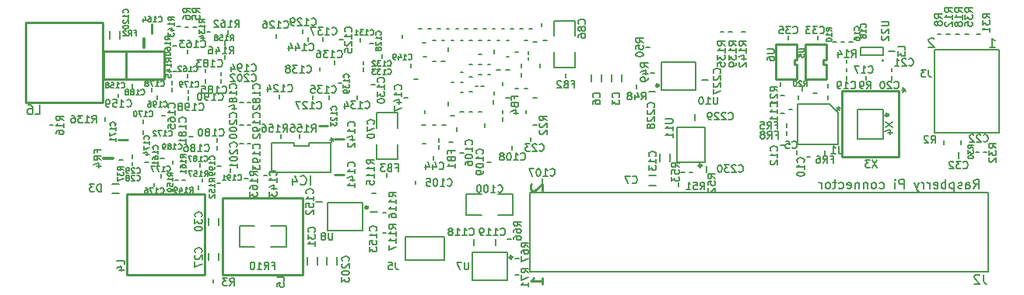
<source format=gbo>
G04 (created by PCBNEW (2013-07-07 BZR 4022)-stable) date 27/11/2015 23:20:48*
%MOIN*%
G04 Gerber Fmt 3.4, Leading zero omitted, Abs format*
%FSLAX34Y34*%
G01*
G70*
G90*
G04 APERTURE LIST*
%ADD10C,0.00590551*%
%ADD11C,0.00787402*%
%ADD12C,0.0117*%
%ADD13C,0.0077*%
%ADD14C,0.01*%
%ADD15C,0.005*%
%ADD16C,0.00984252*%
%ADD17C,0.011811*%
%ADD18C,0.0079*%
G04 APERTURE END LIST*
G54D10*
G54D11*
X81746Y-49133D02*
X81727Y-49115D01*
X81690Y-49096D01*
X81596Y-49096D01*
X81558Y-49115D01*
X81540Y-49133D01*
X81521Y-49171D01*
X81521Y-49208D01*
X81540Y-49265D01*
X81765Y-49490D01*
X81521Y-49490D01*
X84139Y-49490D02*
X84364Y-49490D01*
X84251Y-49490D02*
X84251Y-49096D01*
X84289Y-49152D01*
X84326Y-49190D01*
X84364Y-49208D01*
X83453Y-55553D02*
X83584Y-55365D01*
X83678Y-55553D02*
X83678Y-55159D01*
X83528Y-55159D01*
X83490Y-55178D01*
X83472Y-55196D01*
X83453Y-55234D01*
X83453Y-55290D01*
X83472Y-55328D01*
X83490Y-55346D01*
X83528Y-55365D01*
X83678Y-55365D01*
X83115Y-55553D02*
X83115Y-55346D01*
X83134Y-55309D01*
X83172Y-55290D01*
X83247Y-55290D01*
X83284Y-55309D01*
X83115Y-55534D02*
X83153Y-55553D01*
X83247Y-55553D01*
X83284Y-55534D01*
X83303Y-55496D01*
X83303Y-55459D01*
X83284Y-55421D01*
X83247Y-55403D01*
X83153Y-55403D01*
X83115Y-55384D01*
X82947Y-55534D02*
X82909Y-55553D01*
X82834Y-55553D01*
X82797Y-55534D01*
X82778Y-55496D01*
X82778Y-55478D01*
X82797Y-55440D01*
X82834Y-55421D01*
X82890Y-55421D01*
X82928Y-55403D01*
X82947Y-55365D01*
X82947Y-55346D01*
X82928Y-55309D01*
X82890Y-55290D01*
X82834Y-55290D01*
X82797Y-55309D01*
X82609Y-55290D02*
X82609Y-55684D01*
X82609Y-55309D02*
X82572Y-55290D01*
X82497Y-55290D01*
X82459Y-55309D01*
X82440Y-55328D01*
X82422Y-55365D01*
X82422Y-55478D01*
X82440Y-55515D01*
X82459Y-55534D01*
X82497Y-55553D01*
X82572Y-55553D01*
X82609Y-55534D01*
X82253Y-55553D02*
X82253Y-55159D01*
X82253Y-55309D02*
X82215Y-55290D01*
X82140Y-55290D01*
X82103Y-55309D01*
X82084Y-55328D01*
X82065Y-55365D01*
X82065Y-55478D01*
X82084Y-55515D01*
X82103Y-55534D01*
X82140Y-55553D01*
X82215Y-55553D01*
X82253Y-55534D01*
X81747Y-55534D02*
X81784Y-55553D01*
X81859Y-55553D01*
X81897Y-55534D01*
X81916Y-55496D01*
X81916Y-55346D01*
X81897Y-55309D01*
X81859Y-55290D01*
X81784Y-55290D01*
X81747Y-55309D01*
X81728Y-55346D01*
X81728Y-55384D01*
X81916Y-55421D01*
X81559Y-55553D02*
X81559Y-55290D01*
X81559Y-55365D02*
X81541Y-55328D01*
X81522Y-55309D01*
X81484Y-55290D01*
X81447Y-55290D01*
X81316Y-55553D02*
X81316Y-55290D01*
X81316Y-55365D02*
X81297Y-55328D01*
X81278Y-55309D01*
X81241Y-55290D01*
X81203Y-55290D01*
X81109Y-55290D02*
X81016Y-55553D01*
X80922Y-55290D02*
X81016Y-55553D01*
X81053Y-55646D01*
X81072Y-55665D01*
X81109Y-55684D01*
X80472Y-55553D02*
X80472Y-55159D01*
X80322Y-55159D01*
X80284Y-55178D01*
X80266Y-55196D01*
X80247Y-55234D01*
X80247Y-55290D01*
X80266Y-55328D01*
X80284Y-55346D01*
X80322Y-55365D01*
X80472Y-55365D01*
X80078Y-55553D02*
X80078Y-55290D01*
X80078Y-55159D02*
X80097Y-55178D01*
X80078Y-55196D01*
X80059Y-55178D01*
X80078Y-55159D01*
X80078Y-55196D01*
X79422Y-55534D02*
X79460Y-55553D01*
X79535Y-55553D01*
X79572Y-55534D01*
X79591Y-55515D01*
X79610Y-55478D01*
X79610Y-55365D01*
X79591Y-55328D01*
X79572Y-55309D01*
X79535Y-55290D01*
X79460Y-55290D01*
X79422Y-55309D01*
X79197Y-55553D02*
X79235Y-55534D01*
X79253Y-55515D01*
X79272Y-55478D01*
X79272Y-55365D01*
X79253Y-55328D01*
X79235Y-55309D01*
X79197Y-55290D01*
X79141Y-55290D01*
X79103Y-55309D01*
X79085Y-55328D01*
X79066Y-55365D01*
X79066Y-55478D01*
X79085Y-55515D01*
X79103Y-55534D01*
X79141Y-55553D01*
X79197Y-55553D01*
X78897Y-55290D02*
X78897Y-55553D01*
X78897Y-55328D02*
X78878Y-55309D01*
X78841Y-55290D01*
X78785Y-55290D01*
X78747Y-55309D01*
X78728Y-55346D01*
X78728Y-55553D01*
X78541Y-55290D02*
X78541Y-55553D01*
X78541Y-55328D02*
X78522Y-55309D01*
X78485Y-55290D01*
X78428Y-55290D01*
X78391Y-55309D01*
X78372Y-55346D01*
X78372Y-55553D01*
X78035Y-55534D02*
X78072Y-55553D01*
X78147Y-55553D01*
X78185Y-55534D01*
X78203Y-55496D01*
X78203Y-55346D01*
X78185Y-55309D01*
X78147Y-55290D01*
X78072Y-55290D01*
X78035Y-55309D01*
X78016Y-55346D01*
X78016Y-55384D01*
X78203Y-55421D01*
X77679Y-55534D02*
X77716Y-55553D01*
X77791Y-55553D01*
X77829Y-55534D01*
X77847Y-55515D01*
X77866Y-55478D01*
X77866Y-55365D01*
X77847Y-55328D01*
X77829Y-55309D01*
X77791Y-55290D01*
X77716Y-55290D01*
X77679Y-55309D01*
X77566Y-55290D02*
X77416Y-55290D01*
X77510Y-55159D02*
X77510Y-55496D01*
X77491Y-55534D01*
X77454Y-55553D01*
X77416Y-55553D01*
X77229Y-55553D02*
X77266Y-55534D01*
X77285Y-55515D01*
X77304Y-55478D01*
X77304Y-55365D01*
X77285Y-55328D01*
X77266Y-55309D01*
X77229Y-55290D01*
X77172Y-55290D01*
X77135Y-55309D01*
X77116Y-55328D01*
X77097Y-55365D01*
X77097Y-55478D01*
X77116Y-55515D01*
X77135Y-55534D01*
X77172Y-55553D01*
X77229Y-55553D01*
X76929Y-55553D02*
X76929Y-55290D01*
X76929Y-55365D02*
X76910Y-55328D01*
X76891Y-55309D01*
X76854Y-55290D01*
X76816Y-55290D01*
G54D12*
X47893Y-49507D02*
X47893Y-49115D01*
X46181Y-54251D02*
X46573Y-54251D01*
G54D13*
X63819Y-59251D02*
X63975Y-59251D01*
X63640Y-57736D02*
X63484Y-57736D01*
X63819Y-58562D02*
X63975Y-58562D01*
X49389Y-55196D02*
X49233Y-55196D01*
X52205Y-55118D02*
X52361Y-55118D01*
X83071Y-48937D02*
X83227Y-48937D01*
X51515Y-48760D02*
X51515Y-48916D01*
X73660Y-48818D02*
X73504Y-48818D01*
X73109Y-48818D02*
X72953Y-48818D01*
X72755Y-48818D02*
X72599Y-48818D01*
X49467Y-48602D02*
X49311Y-48602D01*
X51358Y-49233D02*
X51358Y-49389D01*
X49310Y-49429D02*
X49154Y-49429D01*
X51358Y-49823D02*
X51358Y-49979D01*
X46240Y-52500D02*
X46240Y-52656D01*
X58286Y-56594D02*
X58130Y-56594D01*
X57833Y-55748D02*
X57677Y-55748D01*
X58130Y-57460D02*
X58286Y-57460D01*
X54586Y-53229D02*
X54586Y-53385D01*
X51180Y-55334D02*
X51024Y-55334D01*
X50255Y-55433D02*
X50255Y-55589D01*
X49684Y-55196D02*
X49528Y-55196D01*
X50393Y-55118D02*
X50393Y-55274D01*
X53779Y-53229D02*
X53779Y-53385D01*
X49310Y-50511D02*
X49154Y-50511D01*
X77412Y-49242D02*
X77568Y-49242D01*
X78828Y-50738D02*
X78828Y-50894D01*
X55530Y-56141D02*
X55256Y-56141D01*
X62027Y-57991D02*
X62027Y-57717D01*
X57618Y-56574D02*
X57892Y-56574D01*
X62972Y-57717D02*
X62972Y-57991D01*
X46811Y-51633D02*
X46811Y-51477D01*
X47421Y-51063D02*
X47421Y-51219D01*
X49783Y-49763D02*
X49783Y-49607D01*
X49783Y-50786D02*
X49783Y-50630D01*
X48603Y-54251D02*
X48759Y-54251D01*
X52008Y-52834D02*
X52164Y-52834D01*
X50295Y-54625D02*
X50295Y-54469D01*
X49999Y-53326D02*
X49843Y-53326D01*
X48484Y-51555D02*
X48484Y-51711D01*
X49803Y-51595D02*
X49803Y-51751D01*
X51200Y-54606D02*
X51044Y-54606D01*
X48346Y-55315D02*
X48346Y-55471D01*
X49114Y-50925D02*
X49114Y-51081D01*
X49114Y-51240D02*
X49114Y-51396D01*
X48818Y-52440D02*
X48662Y-52440D01*
X50551Y-50866D02*
X50551Y-51022D01*
X47874Y-53071D02*
X47874Y-53227D01*
X52008Y-53622D02*
X52164Y-53622D01*
X48641Y-54922D02*
X48641Y-55078D01*
X51220Y-50707D02*
X51220Y-50551D01*
X51220Y-51022D02*
X51220Y-50866D01*
X47874Y-52599D02*
X47874Y-52755D01*
X52164Y-51870D02*
X52008Y-51870D01*
X52479Y-51870D02*
X52323Y-51870D01*
X51043Y-53896D02*
X51043Y-53740D01*
X51043Y-53542D02*
X51043Y-53386D01*
X50551Y-50414D02*
X50551Y-50570D01*
X48228Y-51240D02*
X48228Y-51396D01*
X49153Y-54351D02*
X49153Y-54507D01*
X49803Y-51319D02*
X49803Y-51475D01*
X51614Y-54861D02*
X51614Y-54705D01*
X52323Y-52834D02*
X52479Y-52834D01*
X52323Y-53622D02*
X52479Y-53622D01*
X47953Y-54429D02*
X48109Y-54429D01*
X55836Y-51711D02*
X55836Y-51555D01*
X53720Y-51536D02*
X53720Y-51692D01*
X56280Y-49173D02*
X56436Y-49173D01*
X53562Y-49093D02*
X53562Y-48937D01*
X55137Y-51711D02*
X55137Y-51555D01*
X57579Y-49330D02*
X57735Y-49330D01*
X54704Y-48721D02*
X54704Y-48877D01*
X57794Y-51082D02*
X57638Y-51082D01*
X57165Y-49251D02*
X57165Y-49095D01*
X57322Y-50235D02*
X57322Y-50079D01*
X57322Y-50530D02*
X57322Y-50374D01*
X57027Y-51711D02*
X57027Y-51555D01*
X56072Y-50215D02*
X56072Y-50059D01*
X55580Y-49055D02*
X55580Y-49211D01*
X55423Y-50345D02*
X55423Y-50501D01*
X54940Y-49211D02*
X54940Y-49055D01*
X59823Y-49291D02*
X59979Y-49291D01*
X64577Y-49251D02*
X64733Y-49251D01*
X59036Y-51653D02*
X59192Y-51653D01*
X64940Y-48601D02*
X64940Y-48445D01*
X58090Y-49803D02*
X58090Y-49959D01*
X60944Y-51987D02*
X60944Y-51831D01*
X56387Y-51033D02*
X56231Y-51033D01*
X53032Y-55000D02*
X53188Y-55000D01*
G54D10*
X61653Y-48690D02*
X61771Y-48690D01*
X62362Y-50659D02*
X62244Y-50659D01*
X64389Y-49921D02*
X64389Y-50039D01*
X62047Y-48690D02*
X62165Y-48690D01*
X61968Y-51377D02*
X61850Y-51377D01*
X59685Y-48690D02*
X59803Y-48690D01*
X61850Y-50757D02*
X61968Y-50757D01*
X62440Y-48690D02*
X62559Y-48690D01*
X61574Y-51417D02*
X61456Y-51417D01*
X63622Y-48690D02*
X63740Y-48690D01*
X64389Y-49665D02*
X64389Y-49783D01*
X62834Y-48690D02*
X62952Y-48690D01*
X62755Y-50659D02*
X62637Y-50659D01*
X62362Y-49793D02*
X62244Y-49793D01*
X60000Y-49881D02*
X59881Y-49881D01*
X61259Y-48690D02*
X61377Y-48690D01*
X63228Y-48690D02*
X63346Y-48690D01*
X60275Y-49183D02*
X60393Y-49183D01*
X60078Y-48690D02*
X60196Y-48690D01*
X62214Y-51151D02*
X62096Y-51151D01*
X64015Y-48690D02*
X64133Y-48690D01*
X61574Y-50561D02*
X61456Y-50561D01*
X61062Y-50994D02*
X61181Y-50994D01*
X61850Y-49183D02*
X61968Y-49183D01*
X61456Y-50994D02*
X61574Y-50994D01*
X62244Y-49183D02*
X62362Y-49183D01*
X64409Y-48690D02*
X64527Y-48690D01*
X60472Y-48690D02*
X60590Y-48690D01*
X62637Y-50216D02*
X62755Y-50216D01*
X63031Y-49183D02*
X63149Y-49183D01*
X63425Y-49881D02*
X63543Y-49881D01*
X62637Y-49183D02*
X62755Y-49183D01*
X63425Y-49183D02*
X63543Y-49183D01*
X62470Y-51151D02*
X62352Y-51151D01*
X64212Y-49183D02*
X64330Y-49183D01*
X61062Y-49183D02*
X61181Y-49183D01*
X61456Y-49183D02*
X61574Y-49183D01*
X62244Y-50216D02*
X62362Y-50216D01*
X60669Y-49183D02*
X60787Y-49183D01*
X60866Y-48690D02*
X60984Y-48690D01*
X61850Y-50216D02*
X61968Y-50216D01*
G54D14*
X47145Y-50846D02*
X47145Y-49664D01*
X48759Y-50846D02*
X48759Y-49664D01*
X48759Y-49664D02*
X46161Y-49664D01*
X46161Y-49664D02*
X46161Y-50846D01*
X46161Y-50846D02*
X48759Y-50846D01*
G54D15*
X63716Y-55790D02*
X63716Y-56690D01*
X63716Y-56690D02*
X63066Y-56690D01*
X62366Y-55790D02*
X61716Y-55790D01*
X61716Y-55790D02*
X61716Y-56690D01*
X61716Y-56690D02*
X62366Y-56690D01*
X63066Y-55790D02*
X63716Y-55790D01*
X65475Y-48350D02*
X66375Y-48350D01*
X66375Y-48350D02*
X66375Y-49000D01*
X65475Y-49700D02*
X65475Y-50350D01*
X65475Y-50350D02*
X66375Y-50350D01*
X66375Y-50350D02*
X66375Y-49700D01*
X65475Y-49000D02*
X65475Y-48350D01*
X57876Y-52307D02*
X58776Y-52307D01*
X58776Y-52307D02*
X58776Y-52957D01*
X57876Y-53657D02*
X57876Y-54307D01*
X57876Y-54307D02*
X58776Y-54307D01*
X58776Y-54307D02*
X58776Y-53657D01*
X57876Y-52957D02*
X57876Y-52307D01*
G54D16*
X47204Y-53444D02*
X46811Y-53444D01*
X48248Y-48503D02*
X48248Y-48897D01*
X56082Y-54960D02*
X56476Y-54960D01*
X55787Y-52854D02*
X55393Y-52854D01*
X56476Y-53425D02*
X56082Y-53425D01*
G54D11*
X74074Y-59124D02*
X84074Y-59124D01*
X74074Y-55738D02*
X84074Y-55738D01*
X84074Y-55738D02*
X84074Y-59124D01*
X64427Y-55738D02*
X74072Y-55738D01*
X74072Y-59124D02*
X64427Y-59124D01*
X64427Y-59124D02*
X64427Y-55738D01*
G54D13*
X64468Y-53522D02*
X64468Y-53366D01*
G54D11*
X54960Y-53582D02*
X55905Y-53582D01*
X54960Y-53582D02*
X54960Y-53740D01*
X54960Y-53740D02*
X54330Y-53740D01*
X54330Y-53740D02*
X54330Y-53582D01*
X54330Y-53582D02*
X53385Y-53582D01*
X55905Y-54842D02*
X55905Y-53582D01*
X55905Y-54842D02*
X53385Y-54842D01*
X53385Y-54842D02*
X53385Y-53582D01*
G54D13*
X63012Y-50472D02*
X63168Y-50472D01*
X60806Y-50078D02*
X60650Y-50078D01*
G54D11*
X78001Y-50010D02*
X78001Y-50166D01*
X44015Y-52834D02*
X43859Y-52834D01*
X82046Y-48937D02*
X81890Y-48937D01*
X82440Y-48937D02*
X82284Y-48937D01*
X82833Y-48937D02*
X82677Y-48937D01*
G54D17*
X79789Y-52391D02*
G75*
G03X79789Y-52391I-55J0D01*
G74*
G01*
G54D11*
X78474Y-52155D02*
X78474Y-53415D01*
X78474Y-53415D02*
X79576Y-53415D01*
X79576Y-53415D02*
X79576Y-52155D01*
X79576Y-52155D02*
X78474Y-52155D01*
G54D13*
X72066Y-50905D02*
X71792Y-50905D01*
X69548Y-51397D02*
X69822Y-51397D01*
X71496Y-52343D02*
X71496Y-52617D01*
X72007Y-54861D02*
X72007Y-54587D01*
X69763Y-50590D02*
X69607Y-50590D01*
G54D11*
X78612Y-49812D02*
X79557Y-49812D01*
X79557Y-49498D02*
X78612Y-49498D01*
X79596Y-50049D02*
G75*
G03X79596Y-50049I-39J0D01*
G74*
G01*
X78612Y-49498D02*
X78612Y-49812D01*
X79557Y-49812D02*
X79557Y-49498D01*
G54D13*
X47007Y-54330D02*
X46851Y-54330D01*
X50747Y-48838D02*
X50591Y-48838D01*
X63287Y-52341D02*
X63287Y-52185D01*
X62381Y-52244D02*
X62225Y-52244D01*
X61593Y-54015D02*
X61437Y-54015D01*
X78001Y-50738D02*
X78001Y-50894D01*
X61200Y-52440D02*
X61044Y-52440D01*
X61593Y-52244D02*
X61437Y-52244D01*
X61987Y-52244D02*
X61831Y-52244D01*
X62500Y-52756D02*
X62500Y-52912D01*
X63287Y-52656D02*
X63287Y-52500D01*
X62874Y-51772D02*
X62874Y-51928D01*
X62893Y-51378D02*
X62893Y-51534D01*
X63287Y-50984D02*
X63287Y-51140D01*
X63799Y-51259D02*
X63955Y-51259D01*
X59625Y-50866D02*
X59469Y-50866D01*
X64960Y-55138D02*
X64960Y-55294D01*
X63681Y-53740D02*
X63681Y-53896D01*
X62774Y-54409D02*
X62618Y-54409D01*
X64862Y-50353D02*
X64862Y-50197D01*
X59547Y-55373D02*
X59547Y-55217D01*
X59940Y-52341D02*
X59940Y-52185D01*
X59959Y-52834D02*
X59803Y-52834D01*
X59350Y-50197D02*
X59350Y-50353D01*
X58976Y-48947D02*
X58976Y-49103D01*
X60256Y-50078D02*
X60412Y-50078D01*
X60925Y-49508D02*
X60925Y-49664D01*
X65020Y-49192D02*
X65176Y-49192D01*
X62893Y-49763D02*
X62893Y-49607D01*
X63955Y-49685D02*
X63799Y-49685D01*
X64193Y-51259D02*
X64349Y-51259D01*
X60845Y-52834D02*
X60689Y-52834D01*
X60412Y-52834D02*
X60256Y-52834D01*
X64074Y-50747D02*
X64074Y-50591D01*
X64074Y-50353D02*
X64074Y-50197D01*
X63406Y-50472D02*
X63562Y-50472D01*
X59979Y-53622D02*
X59823Y-53622D01*
X60531Y-53542D02*
X60531Y-53386D01*
X60531Y-53857D02*
X60531Y-53701D01*
X77766Y-49242D02*
X77922Y-49242D01*
X78101Y-49242D02*
X78257Y-49242D01*
X79931Y-50540D02*
X79931Y-50384D01*
X79931Y-50894D02*
X79931Y-50738D01*
X78001Y-50384D02*
X78001Y-50540D01*
X61318Y-53089D02*
X61318Y-52933D01*
G54D18*
X54911Y-58818D02*
X54911Y-58504D01*
X55335Y-58818D02*
X55335Y-58504D01*
X50678Y-58641D02*
X50678Y-58327D01*
X51102Y-58641D02*
X51102Y-58327D01*
X51092Y-56811D02*
X51092Y-57125D01*
X50668Y-56811D02*
X50668Y-57125D01*
X46860Y-48799D02*
X46860Y-49113D01*
X46436Y-48799D02*
X46436Y-49113D01*
X55737Y-58818D02*
X55737Y-58504D01*
X56161Y-58818D02*
X56161Y-58504D01*
G54D14*
X42834Y-48424D02*
X42834Y-51850D01*
X46142Y-48424D02*
X46142Y-51850D01*
X46142Y-51869D02*
X42834Y-51869D01*
X46142Y-48424D02*
X42834Y-48424D01*
X47184Y-55806D02*
X47184Y-59232D01*
X50492Y-55806D02*
X50492Y-59232D01*
X50492Y-59251D02*
X47184Y-59251D01*
X50492Y-55806D02*
X47184Y-55806D01*
X54705Y-55944D02*
X51279Y-55944D01*
X54705Y-59252D02*
X51279Y-59252D01*
X51260Y-59252D02*
X51260Y-55944D01*
X54705Y-59252D02*
X54705Y-55944D01*
G54D13*
X80068Y-49655D02*
X79794Y-49655D01*
G54D18*
X46535Y-55344D02*
X46849Y-55344D01*
X46535Y-55768D02*
X46849Y-55768D01*
G54D13*
X64743Y-52834D02*
X64587Y-52834D01*
X69015Y-51103D02*
X69015Y-51259D01*
X70807Y-55296D02*
X70807Y-55452D01*
X71260Y-54842D02*
X71416Y-54842D01*
X69410Y-49488D02*
X69566Y-49488D01*
X71062Y-54842D02*
X70906Y-54842D01*
X75324Y-52312D02*
X75168Y-52312D01*
X76299Y-54192D02*
X76455Y-54192D01*
X75688Y-52145D02*
X75532Y-52145D01*
X76741Y-51466D02*
X76585Y-51466D01*
X75875Y-53927D02*
X75875Y-54083D01*
X77194Y-51721D02*
X77194Y-51565D01*
X75168Y-53690D02*
X75324Y-53690D01*
X47401Y-54566D02*
X47401Y-54410D01*
X47401Y-54251D02*
X47401Y-54095D01*
X60314Y-54310D02*
X60314Y-54154D01*
X64271Y-52185D02*
X64271Y-52341D01*
X64587Y-51653D02*
X64743Y-51653D01*
G54D16*
X77805Y-51368D02*
X80245Y-51368D01*
X80245Y-51368D02*
X80245Y-54202D01*
X80245Y-54202D02*
X77805Y-54202D01*
X77805Y-54202D02*
X77805Y-51368D01*
G54D18*
X68356Y-50650D02*
X68356Y-50964D01*
X67932Y-50650D02*
X67932Y-50964D01*
X67490Y-50650D02*
X67490Y-50964D01*
X67066Y-50650D02*
X67066Y-50964D01*
X69528Y-54989D02*
X69842Y-54989D01*
X69528Y-55413D02*
X69842Y-55413D01*
X70443Y-54075D02*
X70443Y-54389D01*
X70019Y-54075D02*
X70019Y-54389D01*
G54D13*
X82814Y-53977D02*
X82814Y-54251D01*
X82893Y-53504D02*
X82893Y-53660D01*
G54D11*
X81771Y-49606D02*
X84527Y-49606D01*
X84527Y-49606D02*
X84527Y-53149D01*
X84527Y-53149D02*
X81771Y-53149D01*
X81771Y-53149D02*
X81771Y-49606D01*
G54D13*
X83583Y-48937D02*
X83739Y-48937D01*
X83524Y-53996D02*
X83680Y-53996D01*
X83859Y-53996D02*
X84015Y-53996D01*
X82185Y-53660D02*
X82185Y-53504D01*
G54D11*
X60767Y-58622D02*
X60767Y-57637D01*
X59114Y-58622D02*
X59114Y-57637D01*
X60767Y-58625D02*
X59114Y-58625D01*
X60767Y-57625D02*
X59114Y-57625D01*
G54D10*
X77627Y-52293D02*
X77273Y-51938D01*
X77273Y-51938D02*
X75895Y-51938D01*
X77627Y-53671D02*
X77627Y-52293D01*
X75895Y-51938D02*
X75895Y-53671D01*
X75895Y-53671D02*
X77627Y-53671D01*
G54D11*
X50885Y-59449D02*
X50885Y-59605D01*
X50156Y-48641D02*
X50000Y-48641D01*
X49822Y-48641D02*
X49666Y-48641D01*
X61140Y-53543D02*
X60984Y-53543D01*
X65964Y-50630D02*
X65964Y-50786D01*
X58307Y-55058D02*
X58307Y-54902D01*
X63562Y-51653D02*
X63406Y-51653D01*
X76122Y-51357D02*
X76122Y-51201D01*
G54D13*
X76761Y-49142D02*
X76761Y-48986D01*
X77194Y-51229D02*
X77194Y-51073D01*
X75501Y-48986D02*
X75501Y-49142D01*
X75177Y-51004D02*
X75177Y-51160D01*
G54D14*
X77135Y-50846D02*
X77135Y-50216D01*
X77135Y-50216D02*
X77017Y-50216D01*
X77017Y-50216D02*
X77017Y-50019D01*
X77017Y-50019D02*
X77135Y-50019D01*
X77135Y-50019D02*
X77135Y-49350D01*
X77135Y-49350D02*
X76229Y-49350D01*
X76229Y-49350D02*
X76229Y-50846D01*
X76229Y-50846D02*
X77135Y-50846D01*
X75876Y-50846D02*
X75876Y-50216D01*
X75876Y-50216D02*
X75758Y-50216D01*
X75758Y-50216D02*
X75758Y-50019D01*
X75758Y-50019D02*
X75876Y-50019D01*
X75876Y-50019D02*
X75876Y-49350D01*
X75876Y-49350D02*
X74970Y-49350D01*
X74970Y-49350D02*
X74970Y-50846D01*
X74970Y-50846D02*
X75876Y-50846D01*
G54D11*
X75333Y-51574D02*
X75177Y-51574D01*
X75433Y-52756D02*
X75433Y-52912D01*
X75433Y-53091D02*
X75433Y-53247D01*
X77086Y-54093D02*
X77086Y-53937D01*
X75944Y-51555D02*
X75944Y-51711D01*
G54D15*
X51992Y-58048D02*
X51992Y-57148D01*
X51992Y-57148D02*
X52642Y-57148D01*
X53342Y-58048D02*
X53992Y-58048D01*
X53992Y-58048D02*
X53992Y-57148D01*
X53992Y-57148D02*
X53342Y-57148D01*
X52642Y-58048D02*
X51992Y-58048D01*
G54D17*
X63677Y-58503D02*
G75*
G03X63677Y-58503I-55J0D01*
G74*
G01*
G54D11*
X61968Y-58307D02*
X61968Y-59488D01*
X61968Y-59488D02*
X63464Y-59488D01*
X63464Y-59488D02*
X63464Y-58307D01*
X63464Y-58307D02*
X61968Y-58307D01*
G54D17*
X57496Y-56358D02*
G75*
G03X57496Y-56358I-55J0D01*
G74*
G01*
G54D11*
X55787Y-56161D02*
X55787Y-57342D01*
X55787Y-57342D02*
X57283Y-57342D01*
X57283Y-57342D02*
X57283Y-56161D01*
X57283Y-56161D02*
X55787Y-56161D01*
G54D17*
X69957Y-51122D02*
G75*
G03X69957Y-51122I-55J0D01*
G74*
G01*
G54D11*
X71555Y-51318D02*
X71555Y-50137D01*
X71555Y-50137D02*
X70059Y-50137D01*
X70059Y-50137D02*
X70059Y-51318D01*
X70059Y-51318D02*
X71555Y-51318D01*
G54D17*
X71787Y-54566D02*
G75*
G03X71787Y-54566I-55J0D01*
G74*
G01*
G54D11*
X71929Y-52913D02*
X70748Y-52913D01*
X70748Y-52913D02*
X70748Y-54409D01*
X70748Y-54409D02*
X71929Y-54409D01*
X71929Y-54409D02*
X71929Y-52913D01*
G54D10*
X47500Y-48869D02*
X47578Y-48869D01*
X47578Y-48993D02*
X47578Y-48757D01*
X47466Y-48757D01*
X47241Y-48993D02*
X47320Y-48880D01*
X47376Y-48993D02*
X47376Y-48757D01*
X47286Y-48757D01*
X47263Y-48768D01*
X47252Y-48779D01*
X47241Y-48802D01*
X47241Y-48835D01*
X47252Y-48858D01*
X47263Y-48869D01*
X47286Y-48880D01*
X47376Y-48880D01*
X47151Y-48779D02*
X47140Y-48768D01*
X47117Y-48757D01*
X47061Y-48757D01*
X47038Y-48768D01*
X47027Y-48779D01*
X47016Y-48802D01*
X47016Y-48824D01*
X47027Y-48858D01*
X47162Y-48993D01*
X47016Y-48993D01*
G54D11*
X45907Y-53989D02*
X45907Y-53884D01*
X46072Y-53884D02*
X45757Y-53884D01*
X45757Y-54034D01*
X46072Y-54334D02*
X45922Y-54229D01*
X46072Y-54154D02*
X45757Y-54154D01*
X45757Y-54274D01*
X45772Y-54304D01*
X45787Y-54319D01*
X45817Y-54334D01*
X45862Y-54334D01*
X45892Y-54319D01*
X45907Y-54304D01*
X45922Y-54274D01*
X45922Y-54154D01*
X45862Y-54604D02*
X46072Y-54604D01*
X45742Y-54529D02*
X45967Y-54454D01*
X45967Y-54649D01*
X64379Y-59167D02*
X64229Y-59062D01*
X64379Y-58987D02*
X64064Y-58987D01*
X64064Y-59107D01*
X64079Y-59137D01*
X64094Y-59152D01*
X64124Y-59167D01*
X64169Y-59167D01*
X64199Y-59152D01*
X64214Y-59137D01*
X64229Y-59107D01*
X64229Y-58987D01*
X64064Y-59272D02*
X64064Y-59482D01*
X64379Y-59347D01*
X64379Y-59767D02*
X64379Y-59587D01*
X64379Y-59677D02*
X64064Y-59677D01*
X64109Y-59647D01*
X64139Y-59617D01*
X64154Y-59587D01*
X64064Y-57159D02*
X63914Y-57054D01*
X64064Y-56979D02*
X63749Y-56979D01*
X63749Y-57099D01*
X63764Y-57129D01*
X63779Y-57144D01*
X63809Y-57159D01*
X63854Y-57159D01*
X63884Y-57144D01*
X63899Y-57129D01*
X63914Y-57099D01*
X63914Y-56979D01*
X63749Y-57429D02*
X63749Y-57369D01*
X63764Y-57339D01*
X63779Y-57324D01*
X63824Y-57294D01*
X63884Y-57279D01*
X64004Y-57279D01*
X64034Y-57294D01*
X64049Y-57309D01*
X64064Y-57339D01*
X64064Y-57399D01*
X64049Y-57429D01*
X64034Y-57444D01*
X64004Y-57459D01*
X63929Y-57459D01*
X63899Y-57444D01*
X63884Y-57429D01*
X63869Y-57399D01*
X63869Y-57339D01*
X63884Y-57309D01*
X63899Y-57294D01*
X63929Y-57279D01*
X63749Y-57729D02*
X63749Y-57669D01*
X63764Y-57639D01*
X63779Y-57624D01*
X63824Y-57594D01*
X63884Y-57579D01*
X64004Y-57579D01*
X64034Y-57594D01*
X64049Y-57609D01*
X64064Y-57639D01*
X64064Y-57699D01*
X64049Y-57729D01*
X64034Y-57744D01*
X64004Y-57759D01*
X63929Y-57759D01*
X63899Y-57744D01*
X63884Y-57729D01*
X63869Y-57699D01*
X63869Y-57639D01*
X63884Y-57609D01*
X63899Y-57594D01*
X63929Y-57579D01*
X64379Y-58065D02*
X64229Y-57960D01*
X64379Y-57885D02*
X64064Y-57885D01*
X64064Y-58005D01*
X64079Y-58035D01*
X64094Y-58050D01*
X64124Y-58065D01*
X64169Y-58065D01*
X64199Y-58050D01*
X64214Y-58035D01*
X64229Y-58005D01*
X64229Y-57885D01*
X64064Y-58335D02*
X64064Y-58275D01*
X64079Y-58245D01*
X64094Y-58230D01*
X64139Y-58200D01*
X64199Y-58185D01*
X64319Y-58185D01*
X64349Y-58200D01*
X64364Y-58215D01*
X64379Y-58245D01*
X64379Y-58305D01*
X64364Y-58335D01*
X64349Y-58350D01*
X64319Y-58365D01*
X64244Y-58365D01*
X64214Y-58350D01*
X64199Y-58335D01*
X64184Y-58305D01*
X64184Y-58245D01*
X64199Y-58215D01*
X64214Y-58200D01*
X64244Y-58185D01*
X64064Y-58470D02*
X64064Y-58680D01*
X64379Y-58545D01*
G54D10*
X49150Y-55011D02*
X49038Y-54932D01*
X49150Y-54876D02*
X48914Y-54876D01*
X48914Y-54966D01*
X48925Y-54988D01*
X48937Y-55000D01*
X48959Y-55011D01*
X48993Y-55011D01*
X49015Y-55000D01*
X49026Y-54988D01*
X49038Y-54966D01*
X49038Y-54876D01*
X49150Y-55236D02*
X49150Y-55101D01*
X49150Y-55168D02*
X48914Y-55168D01*
X48948Y-55146D01*
X48970Y-55123D01*
X48982Y-55101D01*
X48914Y-55449D02*
X48914Y-55337D01*
X49026Y-55326D01*
X49015Y-55337D01*
X49004Y-55359D01*
X49004Y-55416D01*
X49015Y-55438D01*
X49026Y-55449D01*
X49049Y-55461D01*
X49105Y-55461D01*
X49128Y-55449D01*
X49139Y-55438D01*
X49150Y-55416D01*
X49150Y-55359D01*
X49139Y-55337D01*
X49128Y-55326D01*
X49150Y-55573D02*
X49150Y-55618D01*
X49139Y-55641D01*
X49128Y-55652D01*
X49094Y-55674D01*
X49049Y-55686D01*
X48959Y-55686D01*
X48937Y-55674D01*
X48925Y-55663D01*
X48914Y-55641D01*
X48914Y-55596D01*
X48925Y-55573D01*
X48937Y-55562D01*
X48959Y-55551D01*
X49015Y-55551D01*
X49038Y-55562D01*
X49049Y-55573D01*
X49060Y-55596D01*
X49060Y-55641D01*
X49049Y-55663D01*
X49038Y-55674D01*
X49015Y-55686D01*
G54D11*
X52765Y-55001D02*
X52615Y-54896D01*
X52765Y-54821D02*
X52450Y-54821D01*
X52450Y-54941D01*
X52465Y-54971D01*
X52480Y-54986D01*
X52510Y-55001D01*
X52555Y-55001D01*
X52585Y-54986D01*
X52600Y-54971D01*
X52615Y-54941D01*
X52615Y-54821D01*
X52765Y-55301D02*
X52765Y-55121D01*
X52765Y-55211D02*
X52450Y-55211D01*
X52495Y-55181D01*
X52525Y-55151D01*
X52540Y-55121D01*
X52450Y-55571D02*
X52450Y-55511D01*
X52465Y-55481D01*
X52480Y-55466D01*
X52525Y-55436D01*
X52585Y-55421D01*
X52705Y-55421D01*
X52735Y-55436D01*
X52750Y-55451D01*
X52765Y-55481D01*
X52765Y-55541D01*
X52750Y-55571D01*
X52735Y-55586D01*
X52705Y-55601D01*
X52630Y-55601D01*
X52600Y-55586D01*
X52585Y-55571D01*
X52570Y-55541D01*
X52570Y-55481D01*
X52585Y-55451D01*
X52600Y-55436D01*
X52630Y-55421D01*
X52450Y-55706D02*
X52450Y-55901D01*
X52570Y-55796D01*
X52570Y-55841D01*
X52585Y-55871D01*
X52600Y-55886D01*
X52630Y-55901D01*
X52705Y-55901D01*
X52735Y-55886D01*
X52750Y-55871D01*
X52765Y-55841D01*
X52765Y-55751D01*
X52750Y-55721D01*
X52735Y-55706D01*
X83395Y-47986D02*
X83245Y-47881D01*
X83395Y-47806D02*
X83080Y-47806D01*
X83080Y-47926D01*
X83095Y-47956D01*
X83110Y-47971D01*
X83140Y-47986D01*
X83185Y-47986D01*
X83215Y-47971D01*
X83230Y-47956D01*
X83245Y-47926D01*
X83245Y-47806D01*
X83080Y-48091D02*
X83080Y-48286D01*
X83200Y-48181D01*
X83200Y-48226D01*
X83215Y-48256D01*
X83230Y-48271D01*
X83260Y-48286D01*
X83335Y-48286D01*
X83365Y-48271D01*
X83380Y-48256D01*
X83395Y-48226D01*
X83395Y-48136D01*
X83380Y-48106D01*
X83365Y-48091D01*
X83080Y-48571D02*
X83080Y-48421D01*
X83230Y-48406D01*
X83215Y-48421D01*
X83200Y-48451D01*
X83200Y-48526D01*
X83215Y-48556D01*
X83230Y-48571D01*
X83260Y-48586D01*
X83335Y-48586D01*
X83365Y-48571D01*
X83380Y-48556D01*
X83395Y-48526D01*
X83395Y-48451D01*
X83380Y-48421D01*
X83365Y-48406D01*
X51809Y-48631D02*
X51914Y-48481D01*
X51989Y-48631D02*
X51989Y-48316D01*
X51869Y-48316D01*
X51839Y-48331D01*
X51824Y-48346D01*
X51809Y-48376D01*
X51809Y-48421D01*
X51824Y-48451D01*
X51839Y-48466D01*
X51869Y-48481D01*
X51989Y-48481D01*
X51509Y-48631D02*
X51689Y-48631D01*
X51599Y-48631D02*
X51599Y-48316D01*
X51629Y-48361D01*
X51659Y-48391D01*
X51689Y-48406D01*
X51239Y-48316D02*
X51299Y-48316D01*
X51329Y-48331D01*
X51344Y-48346D01*
X51374Y-48391D01*
X51389Y-48451D01*
X51389Y-48571D01*
X51374Y-48601D01*
X51359Y-48616D01*
X51329Y-48631D01*
X51269Y-48631D01*
X51239Y-48616D01*
X51224Y-48601D01*
X51209Y-48571D01*
X51209Y-48496D01*
X51224Y-48466D01*
X51239Y-48451D01*
X51269Y-48436D01*
X51329Y-48436D01*
X51359Y-48451D01*
X51374Y-48466D01*
X51389Y-48496D01*
X51089Y-48346D02*
X51074Y-48331D01*
X51044Y-48316D01*
X50969Y-48316D01*
X50939Y-48331D01*
X50924Y-48346D01*
X50909Y-48376D01*
X50909Y-48406D01*
X50924Y-48451D01*
X51104Y-48631D01*
X50909Y-48631D01*
X73710Y-49411D02*
X73560Y-49306D01*
X73710Y-49231D02*
X73395Y-49231D01*
X73395Y-49351D01*
X73410Y-49381D01*
X73425Y-49396D01*
X73455Y-49411D01*
X73500Y-49411D01*
X73530Y-49396D01*
X73545Y-49381D01*
X73560Y-49351D01*
X73560Y-49231D01*
X73710Y-49711D02*
X73710Y-49531D01*
X73710Y-49621D02*
X73395Y-49621D01*
X73440Y-49591D01*
X73470Y-49561D01*
X73485Y-49531D01*
X73500Y-49981D02*
X73710Y-49981D01*
X73380Y-49906D02*
X73605Y-49831D01*
X73605Y-50026D01*
X73425Y-50131D02*
X73410Y-50146D01*
X73395Y-50176D01*
X73395Y-50251D01*
X73410Y-50281D01*
X73425Y-50296D01*
X73455Y-50311D01*
X73485Y-50311D01*
X73530Y-50296D01*
X73710Y-50116D01*
X73710Y-50311D01*
X73277Y-49411D02*
X73127Y-49306D01*
X73277Y-49231D02*
X72962Y-49231D01*
X72962Y-49351D01*
X72977Y-49381D01*
X72992Y-49396D01*
X73022Y-49411D01*
X73067Y-49411D01*
X73097Y-49396D01*
X73112Y-49381D01*
X73127Y-49351D01*
X73127Y-49231D01*
X73277Y-49711D02*
X73277Y-49531D01*
X73277Y-49621D02*
X72962Y-49621D01*
X73007Y-49591D01*
X73037Y-49561D01*
X73052Y-49531D01*
X72962Y-49816D02*
X72962Y-50011D01*
X73082Y-49906D01*
X73082Y-49951D01*
X73097Y-49981D01*
X73112Y-49996D01*
X73142Y-50011D01*
X73217Y-50011D01*
X73247Y-49996D01*
X73262Y-49981D01*
X73277Y-49951D01*
X73277Y-49861D01*
X73262Y-49831D01*
X73247Y-49816D01*
X73277Y-50161D02*
X73277Y-50221D01*
X73262Y-50251D01*
X73247Y-50266D01*
X73202Y-50296D01*
X73142Y-50311D01*
X73022Y-50311D01*
X72992Y-50296D01*
X72977Y-50281D01*
X72962Y-50251D01*
X72962Y-50191D01*
X72977Y-50161D01*
X72992Y-50146D01*
X73022Y-50131D01*
X73097Y-50131D01*
X73127Y-50146D01*
X73142Y-50161D01*
X73157Y-50191D01*
X73157Y-50251D01*
X73142Y-50281D01*
X73127Y-50296D01*
X73097Y-50311D01*
X72804Y-49411D02*
X72654Y-49306D01*
X72804Y-49231D02*
X72489Y-49231D01*
X72489Y-49351D01*
X72504Y-49381D01*
X72519Y-49396D01*
X72549Y-49411D01*
X72594Y-49411D01*
X72624Y-49396D01*
X72639Y-49381D01*
X72654Y-49351D01*
X72654Y-49231D01*
X72804Y-49711D02*
X72804Y-49531D01*
X72804Y-49621D02*
X72489Y-49621D01*
X72534Y-49591D01*
X72564Y-49561D01*
X72579Y-49531D01*
X72489Y-49816D02*
X72489Y-50011D01*
X72609Y-49906D01*
X72609Y-49951D01*
X72624Y-49981D01*
X72639Y-49996D01*
X72669Y-50011D01*
X72744Y-50011D01*
X72774Y-49996D01*
X72789Y-49981D01*
X72804Y-49951D01*
X72804Y-49861D01*
X72789Y-49831D01*
X72774Y-49816D01*
X72489Y-50296D02*
X72489Y-50146D01*
X72639Y-50131D01*
X72624Y-50146D01*
X72609Y-50176D01*
X72609Y-50251D01*
X72624Y-50281D01*
X72639Y-50296D01*
X72669Y-50311D01*
X72744Y-50311D01*
X72774Y-50296D01*
X72789Y-50281D01*
X72804Y-50251D01*
X72804Y-50176D01*
X72789Y-50146D01*
X72774Y-50131D01*
G54D10*
X49190Y-48338D02*
X49077Y-48259D01*
X49190Y-48203D02*
X48953Y-48203D01*
X48953Y-48293D01*
X48965Y-48315D01*
X48976Y-48326D01*
X48998Y-48338D01*
X49032Y-48338D01*
X49055Y-48326D01*
X49066Y-48315D01*
X49077Y-48293D01*
X49077Y-48203D01*
X49190Y-48562D02*
X49190Y-48428D01*
X49190Y-48495D02*
X48953Y-48495D01*
X48987Y-48473D01*
X49010Y-48450D01*
X49021Y-48428D01*
X49032Y-48765D02*
X49190Y-48765D01*
X48942Y-48709D02*
X49111Y-48652D01*
X49111Y-48799D01*
X48953Y-48866D02*
X48953Y-49012D01*
X49043Y-48934D01*
X49043Y-48967D01*
X49055Y-48990D01*
X49066Y-49001D01*
X49088Y-49012D01*
X49145Y-49012D01*
X49167Y-49001D01*
X49178Y-48990D01*
X49190Y-48967D01*
X49190Y-48900D01*
X49178Y-48877D01*
X49167Y-48866D01*
X51602Y-49190D02*
X51681Y-49077D01*
X51737Y-49190D02*
X51737Y-48953D01*
X51647Y-48953D01*
X51625Y-48965D01*
X51614Y-48976D01*
X51602Y-48998D01*
X51602Y-49032D01*
X51614Y-49055D01*
X51625Y-49066D01*
X51647Y-49077D01*
X51737Y-49077D01*
X51377Y-49190D02*
X51512Y-49190D01*
X51445Y-49190D02*
X51445Y-48953D01*
X51467Y-48987D01*
X51490Y-49010D01*
X51512Y-49021D01*
X51164Y-48953D02*
X51276Y-48953D01*
X51287Y-49066D01*
X51276Y-49055D01*
X51254Y-49043D01*
X51197Y-49043D01*
X51175Y-49055D01*
X51164Y-49066D01*
X51152Y-49088D01*
X51152Y-49145D01*
X51164Y-49167D01*
X51175Y-49178D01*
X51197Y-49190D01*
X51254Y-49190D01*
X51276Y-49178D01*
X51287Y-49167D01*
X51017Y-49055D02*
X51040Y-49043D01*
X51051Y-49032D01*
X51062Y-49010D01*
X51062Y-48998D01*
X51051Y-48976D01*
X51040Y-48965D01*
X51017Y-48953D01*
X50973Y-48953D01*
X50950Y-48965D01*
X50939Y-48976D01*
X50928Y-48998D01*
X50928Y-49010D01*
X50939Y-49032D01*
X50950Y-49043D01*
X50973Y-49055D01*
X51017Y-49055D01*
X51040Y-49066D01*
X51051Y-49077D01*
X51062Y-49100D01*
X51062Y-49145D01*
X51051Y-49167D01*
X51040Y-49178D01*
X51017Y-49190D01*
X50973Y-49190D01*
X50950Y-49178D01*
X50939Y-49167D01*
X50928Y-49145D01*
X50928Y-49100D01*
X50939Y-49077D01*
X50950Y-49066D01*
X50973Y-49055D01*
X49052Y-49164D02*
X48939Y-49086D01*
X49052Y-49029D02*
X48816Y-49029D01*
X48816Y-49119D01*
X48827Y-49142D01*
X48838Y-49153D01*
X48861Y-49164D01*
X48894Y-49164D01*
X48917Y-49153D01*
X48928Y-49142D01*
X48939Y-49119D01*
X48939Y-49029D01*
X49052Y-49389D02*
X49052Y-49254D01*
X49052Y-49322D02*
X48816Y-49322D01*
X48849Y-49299D01*
X48872Y-49277D01*
X48883Y-49254D01*
X48816Y-49592D02*
X48816Y-49547D01*
X48827Y-49524D01*
X48838Y-49513D01*
X48872Y-49491D01*
X48917Y-49479D01*
X49007Y-49479D01*
X49029Y-49491D01*
X49041Y-49502D01*
X49052Y-49524D01*
X49052Y-49569D01*
X49041Y-49592D01*
X49029Y-49603D01*
X49007Y-49614D01*
X48951Y-49614D01*
X48928Y-49603D01*
X48917Y-49592D01*
X48906Y-49569D01*
X48906Y-49524D01*
X48917Y-49502D01*
X48928Y-49491D01*
X48951Y-49479D01*
X48816Y-49760D02*
X48816Y-49783D01*
X48827Y-49805D01*
X48838Y-49817D01*
X48861Y-49828D01*
X48906Y-49839D01*
X48962Y-49839D01*
X49007Y-49828D01*
X49029Y-49817D01*
X49041Y-49805D01*
X49052Y-49783D01*
X49052Y-49760D01*
X49041Y-49738D01*
X49029Y-49727D01*
X49007Y-49715D01*
X48962Y-49704D01*
X48906Y-49704D01*
X48861Y-49715D01*
X48838Y-49727D01*
X48827Y-49738D01*
X48816Y-49760D01*
G54D11*
X51572Y-49773D02*
X51677Y-49623D01*
X51752Y-49773D02*
X51752Y-49458D01*
X51632Y-49458D01*
X51602Y-49473D01*
X51587Y-49488D01*
X51572Y-49518D01*
X51572Y-49563D01*
X51587Y-49593D01*
X51602Y-49608D01*
X51632Y-49623D01*
X51752Y-49623D01*
X51272Y-49773D02*
X51452Y-49773D01*
X51362Y-49773D02*
X51362Y-49458D01*
X51392Y-49503D01*
X51422Y-49533D01*
X51452Y-49548D01*
X51002Y-49563D02*
X51002Y-49773D01*
X51077Y-49443D02*
X51152Y-49668D01*
X50958Y-49668D01*
X50703Y-49458D02*
X50763Y-49458D01*
X50793Y-49473D01*
X50808Y-49488D01*
X50838Y-49533D01*
X50853Y-49593D01*
X50853Y-49713D01*
X50838Y-49743D01*
X50823Y-49758D01*
X50793Y-49773D01*
X50733Y-49773D01*
X50703Y-49758D01*
X50688Y-49743D01*
X50673Y-49713D01*
X50673Y-49638D01*
X50688Y-49608D01*
X50703Y-49593D01*
X50733Y-49578D01*
X50793Y-49578D01*
X50823Y-49593D01*
X50838Y-49608D01*
X50853Y-49638D01*
X45687Y-52725D02*
X45792Y-52575D01*
X45867Y-52725D02*
X45867Y-52410D01*
X45747Y-52410D01*
X45717Y-52425D01*
X45702Y-52440D01*
X45687Y-52470D01*
X45687Y-52515D01*
X45702Y-52545D01*
X45717Y-52560D01*
X45747Y-52575D01*
X45867Y-52575D01*
X45387Y-52725D02*
X45567Y-52725D01*
X45477Y-52725D02*
X45477Y-52410D01*
X45507Y-52455D01*
X45537Y-52485D01*
X45567Y-52500D01*
X45282Y-52410D02*
X45087Y-52410D01*
X45192Y-52530D01*
X45147Y-52530D01*
X45117Y-52545D01*
X45102Y-52560D01*
X45087Y-52590D01*
X45087Y-52665D01*
X45102Y-52695D01*
X45117Y-52710D01*
X45147Y-52725D01*
X45237Y-52725D01*
X45267Y-52710D01*
X45282Y-52695D01*
X44817Y-52410D02*
X44877Y-52410D01*
X44907Y-52425D01*
X44922Y-52440D01*
X44952Y-52485D01*
X44967Y-52545D01*
X44967Y-52665D01*
X44952Y-52695D01*
X44937Y-52710D01*
X44907Y-52725D01*
X44847Y-52725D01*
X44817Y-52710D01*
X44802Y-52695D01*
X44787Y-52665D01*
X44787Y-52590D01*
X44802Y-52560D01*
X44817Y-52545D01*
X44847Y-52530D01*
X44907Y-52530D01*
X44937Y-52545D01*
X44952Y-52560D01*
X44967Y-52590D01*
X58710Y-55907D02*
X58560Y-55802D01*
X58710Y-55727D02*
X58395Y-55727D01*
X58395Y-55847D01*
X58410Y-55877D01*
X58425Y-55892D01*
X58455Y-55907D01*
X58500Y-55907D01*
X58530Y-55892D01*
X58545Y-55877D01*
X58560Y-55847D01*
X58560Y-55727D01*
X58710Y-56207D02*
X58710Y-56027D01*
X58710Y-56117D02*
X58395Y-56117D01*
X58440Y-56087D01*
X58470Y-56057D01*
X58485Y-56027D01*
X58710Y-56507D02*
X58710Y-56327D01*
X58710Y-56417D02*
X58395Y-56417D01*
X58440Y-56387D01*
X58470Y-56357D01*
X58485Y-56327D01*
X58395Y-56777D02*
X58395Y-56717D01*
X58410Y-56687D01*
X58425Y-56672D01*
X58470Y-56642D01*
X58530Y-56627D01*
X58650Y-56627D01*
X58680Y-56642D01*
X58695Y-56657D01*
X58710Y-56687D01*
X58710Y-56747D01*
X58695Y-56777D01*
X58680Y-56792D01*
X58650Y-56807D01*
X58575Y-56807D01*
X58545Y-56792D01*
X58530Y-56777D01*
X58515Y-56747D01*
X58515Y-56687D01*
X58530Y-56657D01*
X58545Y-56642D01*
X58575Y-56627D01*
X57765Y-54490D02*
X57615Y-54385D01*
X57765Y-54310D02*
X57450Y-54310D01*
X57450Y-54430D01*
X57465Y-54460D01*
X57480Y-54475D01*
X57510Y-54490D01*
X57555Y-54490D01*
X57585Y-54475D01*
X57600Y-54460D01*
X57615Y-54430D01*
X57615Y-54310D01*
X57765Y-54790D02*
X57765Y-54610D01*
X57765Y-54700D02*
X57450Y-54700D01*
X57495Y-54670D01*
X57525Y-54640D01*
X57540Y-54610D01*
X57765Y-55089D02*
X57765Y-54910D01*
X57765Y-55000D02*
X57450Y-55000D01*
X57495Y-54970D01*
X57525Y-54940D01*
X57540Y-54910D01*
X57450Y-55374D02*
X57450Y-55224D01*
X57600Y-55209D01*
X57585Y-55224D01*
X57570Y-55254D01*
X57570Y-55329D01*
X57585Y-55359D01*
X57600Y-55374D01*
X57630Y-55389D01*
X57705Y-55389D01*
X57735Y-55374D01*
X57750Y-55359D01*
X57765Y-55329D01*
X57765Y-55254D01*
X57750Y-55224D01*
X57735Y-55209D01*
X58710Y-57285D02*
X58560Y-57180D01*
X58710Y-57105D02*
X58395Y-57105D01*
X58395Y-57225D01*
X58410Y-57255D01*
X58425Y-57270D01*
X58455Y-57285D01*
X58500Y-57285D01*
X58530Y-57270D01*
X58545Y-57255D01*
X58560Y-57225D01*
X58560Y-57105D01*
X58710Y-57585D02*
X58710Y-57405D01*
X58710Y-57495D02*
X58395Y-57495D01*
X58440Y-57465D01*
X58470Y-57435D01*
X58485Y-57405D01*
X58710Y-57885D02*
X58710Y-57705D01*
X58710Y-57795D02*
X58395Y-57795D01*
X58440Y-57765D01*
X58470Y-57735D01*
X58485Y-57705D01*
X58395Y-57990D02*
X58395Y-58200D01*
X58710Y-58065D01*
X55076Y-53119D02*
X55181Y-52969D01*
X55256Y-53119D02*
X55256Y-52804D01*
X55136Y-52804D01*
X55106Y-52819D01*
X55091Y-52834D01*
X55076Y-52864D01*
X55076Y-52909D01*
X55091Y-52939D01*
X55106Y-52954D01*
X55136Y-52969D01*
X55256Y-52969D01*
X54776Y-53119D02*
X54956Y-53119D01*
X54866Y-53119D02*
X54866Y-52804D01*
X54896Y-52849D01*
X54926Y-52879D01*
X54956Y-52894D01*
X54491Y-52804D02*
X54641Y-52804D01*
X54656Y-52954D01*
X54641Y-52939D01*
X54611Y-52924D01*
X54536Y-52924D01*
X54506Y-52939D01*
X54491Y-52954D01*
X54476Y-52984D01*
X54476Y-53059D01*
X54491Y-53089D01*
X54506Y-53104D01*
X54536Y-53119D01*
X54611Y-53119D01*
X54641Y-53104D01*
X54656Y-53089D01*
X54191Y-52804D02*
X54341Y-52804D01*
X54356Y-52954D01*
X54341Y-52939D01*
X54311Y-52924D01*
X54236Y-52924D01*
X54206Y-52939D01*
X54191Y-52954D01*
X54176Y-52984D01*
X54176Y-53059D01*
X54191Y-53089D01*
X54206Y-53104D01*
X54236Y-53119D01*
X54311Y-53119D01*
X54341Y-53104D01*
X54356Y-53089D01*
G54D10*
X50942Y-55267D02*
X50829Y-55188D01*
X50942Y-55132D02*
X50705Y-55132D01*
X50705Y-55222D01*
X50717Y-55244D01*
X50728Y-55255D01*
X50750Y-55267D01*
X50784Y-55267D01*
X50807Y-55255D01*
X50818Y-55244D01*
X50829Y-55222D01*
X50829Y-55132D01*
X50942Y-55492D02*
X50942Y-55357D01*
X50942Y-55424D02*
X50705Y-55424D01*
X50739Y-55402D01*
X50762Y-55379D01*
X50773Y-55357D01*
X50705Y-55705D02*
X50705Y-55593D01*
X50818Y-55582D01*
X50807Y-55593D01*
X50795Y-55615D01*
X50795Y-55672D01*
X50807Y-55694D01*
X50818Y-55705D01*
X50840Y-55717D01*
X50897Y-55717D01*
X50919Y-55705D01*
X50930Y-55694D01*
X50942Y-55672D01*
X50942Y-55615D01*
X50930Y-55593D01*
X50919Y-55582D01*
X50728Y-55807D02*
X50717Y-55818D01*
X50705Y-55840D01*
X50705Y-55897D01*
X50717Y-55919D01*
X50728Y-55930D01*
X50750Y-55942D01*
X50773Y-55942D01*
X50807Y-55930D01*
X50942Y-55795D01*
X50942Y-55942D01*
X49870Y-55725D02*
X49949Y-55613D01*
X50005Y-55725D02*
X50005Y-55489D01*
X49915Y-55489D01*
X49893Y-55500D01*
X49881Y-55511D01*
X49870Y-55534D01*
X49870Y-55568D01*
X49881Y-55590D01*
X49893Y-55601D01*
X49915Y-55613D01*
X50005Y-55613D01*
X49645Y-55725D02*
X49780Y-55725D01*
X49713Y-55725D02*
X49713Y-55489D01*
X49735Y-55523D01*
X49758Y-55545D01*
X49780Y-55556D01*
X49443Y-55568D02*
X49443Y-55725D01*
X49499Y-55478D02*
X49555Y-55646D01*
X49409Y-55646D01*
X49308Y-55725D02*
X49263Y-55725D01*
X49240Y-55714D01*
X49229Y-55703D01*
X49206Y-55669D01*
X49195Y-55624D01*
X49195Y-55534D01*
X49206Y-55511D01*
X49218Y-55500D01*
X49240Y-55489D01*
X49285Y-55489D01*
X49308Y-55500D01*
X49319Y-55511D01*
X49330Y-55534D01*
X49330Y-55590D01*
X49319Y-55613D01*
X49308Y-55624D01*
X49285Y-55635D01*
X49240Y-55635D01*
X49218Y-55624D01*
X49206Y-55613D01*
X49195Y-55590D01*
X49701Y-54223D02*
X49589Y-54145D01*
X49701Y-54088D02*
X49465Y-54088D01*
X49465Y-54178D01*
X49476Y-54201D01*
X49488Y-54212D01*
X49510Y-54223D01*
X49544Y-54223D01*
X49566Y-54212D01*
X49578Y-54201D01*
X49589Y-54178D01*
X49589Y-54088D01*
X49701Y-54448D02*
X49701Y-54313D01*
X49701Y-54381D02*
X49465Y-54381D01*
X49499Y-54358D01*
X49521Y-54336D01*
X49533Y-54313D01*
X49465Y-54651D02*
X49465Y-54606D01*
X49476Y-54583D01*
X49488Y-54572D01*
X49521Y-54550D01*
X49566Y-54538D01*
X49656Y-54538D01*
X49679Y-54550D01*
X49690Y-54561D01*
X49701Y-54583D01*
X49701Y-54628D01*
X49690Y-54651D01*
X49679Y-54662D01*
X49656Y-54673D01*
X49600Y-54673D01*
X49578Y-54662D01*
X49566Y-54651D01*
X49555Y-54628D01*
X49555Y-54583D01*
X49566Y-54561D01*
X49578Y-54550D01*
X49600Y-54538D01*
X49701Y-54898D02*
X49701Y-54763D01*
X49701Y-54831D02*
X49465Y-54831D01*
X49499Y-54808D01*
X49521Y-54786D01*
X49533Y-54763D01*
X50500Y-55036D02*
X50579Y-54924D01*
X50635Y-55036D02*
X50635Y-54800D01*
X50545Y-54800D01*
X50523Y-54811D01*
X50511Y-54822D01*
X50500Y-54845D01*
X50500Y-54879D01*
X50511Y-54901D01*
X50523Y-54912D01*
X50545Y-54924D01*
X50635Y-54924D01*
X50275Y-55036D02*
X50410Y-55036D01*
X50343Y-55036D02*
X50343Y-54800D01*
X50365Y-54834D01*
X50388Y-54856D01*
X50410Y-54867D01*
X50061Y-54800D02*
X50174Y-54800D01*
X50185Y-54912D01*
X50174Y-54901D01*
X50151Y-54890D01*
X50095Y-54890D01*
X50073Y-54901D01*
X50061Y-54912D01*
X50050Y-54935D01*
X50050Y-54991D01*
X50061Y-55014D01*
X50073Y-55025D01*
X50095Y-55036D01*
X50151Y-55036D01*
X50174Y-55025D01*
X50185Y-55014D01*
X49971Y-54800D02*
X49814Y-54800D01*
X49915Y-55036D01*
G54D11*
X53856Y-53119D02*
X53961Y-52969D01*
X54036Y-53119D02*
X54036Y-52804D01*
X53916Y-52804D01*
X53886Y-52819D01*
X53871Y-52834D01*
X53856Y-52864D01*
X53856Y-52909D01*
X53871Y-52939D01*
X53886Y-52954D01*
X53916Y-52969D01*
X54036Y-52969D01*
X53556Y-53119D02*
X53736Y-53119D01*
X53646Y-53119D02*
X53646Y-52804D01*
X53676Y-52849D01*
X53706Y-52879D01*
X53736Y-52894D01*
X53271Y-52804D02*
X53421Y-52804D01*
X53436Y-52954D01*
X53421Y-52939D01*
X53391Y-52924D01*
X53316Y-52924D01*
X53286Y-52939D01*
X53271Y-52954D01*
X53256Y-52984D01*
X53256Y-53059D01*
X53271Y-53089D01*
X53286Y-53104D01*
X53316Y-53119D01*
X53391Y-53119D01*
X53421Y-53104D01*
X53436Y-53089D01*
X52986Y-52804D02*
X53046Y-52804D01*
X53076Y-52819D01*
X53091Y-52834D01*
X53121Y-52879D01*
X53136Y-52939D01*
X53136Y-53059D01*
X53121Y-53089D01*
X53106Y-53104D01*
X53076Y-53119D01*
X53016Y-53119D01*
X52986Y-53104D01*
X52971Y-53089D01*
X52956Y-53059D01*
X52956Y-52984D01*
X52971Y-52954D01*
X52986Y-52939D01*
X53016Y-52924D01*
X53076Y-52924D01*
X53106Y-52939D01*
X53121Y-52954D01*
X53136Y-52984D01*
G54D10*
X49071Y-50109D02*
X48959Y-50030D01*
X49071Y-49974D02*
X48835Y-49974D01*
X48835Y-50064D01*
X48847Y-50087D01*
X48858Y-50098D01*
X48880Y-50109D01*
X48914Y-50109D01*
X48937Y-50098D01*
X48948Y-50087D01*
X48959Y-50064D01*
X48959Y-49974D01*
X49071Y-50334D02*
X49071Y-50199D01*
X49071Y-50267D02*
X48835Y-50267D01*
X48869Y-50244D01*
X48892Y-50222D01*
X48903Y-50199D01*
X48914Y-50537D02*
X49071Y-50537D01*
X48824Y-50480D02*
X48993Y-50424D01*
X48993Y-50570D01*
X48835Y-50773D02*
X48835Y-50660D01*
X48948Y-50649D01*
X48937Y-50660D01*
X48925Y-50683D01*
X48925Y-50739D01*
X48937Y-50762D01*
X48948Y-50773D01*
X48970Y-50784D01*
X49026Y-50784D01*
X49049Y-50773D01*
X49060Y-50762D01*
X49071Y-50739D01*
X49071Y-50683D01*
X49060Y-50660D01*
X49049Y-50649D01*
X77359Y-48785D02*
X77246Y-48706D01*
X77359Y-48650D02*
X77123Y-48650D01*
X77123Y-48740D01*
X77134Y-48762D01*
X77145Y-48773D01*
X77168Y-48785D01*
X77201Y-48785D01*
X77224Y-48773D01*
X77235Y-48762D01*
X77246Y-48740D01*
X77246Y-48650D01*
X77359Y-49010D02*
X77359Y-48875D01*
X77359Y-48942D02*
X77123Y-48942D01*
X77156Y-48920D01*
X77179Y-48897D01*
X77190Y-48875D01*
X77123Y-49156D02*
X77123Y-49178D01*
X77134Y-49201D01*
X77145Y-49212D01*
X77168Y-49223D01*
X77213Y-49235D01*
X77269Y-49235D01*
X77314Y-49223D01*
X77336Y-49212D01*
X77348Y-49201D01*
X77359Y-49178D01*
X77359Y-49156D01*
X77348Y-49133D01*
X77336Y-49122D01*
X77314Y-49111D01*
X77269Y-49100D01*
X77213Y-49100D01*
X77168Y-49111D01*
X77145Y-49122D01*
X77134Y-49133D01*
X77123Y-49156D01*
G54D11*
X78871Y-51269D02*
X78976Y-51119D01*
X79051Y-51269D02*
X79051Y-50954D01*
X78931Y-50954D01*
X78901Y-50969D01*
X78886Y-50984D01*
X78871Y-51014D01*
X78871Y-51059D01*
X78886Y-51089D01*
X78901Y-51104D01*
X78931Y-51119D01*
X79051Y-51119D01*
X78721Y-51269D02*
X78661Y-51269D01*
X78631Y-51254D01*
X78616Y-51239D01*
X78586Y-51194D01*
X78571Y-51134D01*
X78571Y-51014D01*
X78586Y-50984D01*
X78601Y-50969D01*
X78631Y-50954D01*
X78691Y-50954D01*
X78721Y-50969D01*
X78736Y-50984D01*
X78751Y-51014D01*
X78751Y-51089D01*
X78736Y-51119D01*
X78721Y-51134D01*
X78691Y-51149D01*
X78631Y-51149D01*
X78601Y-51134D01*
X78586Y-51119D01*
X78571Y-51089D01*
X55136Y-55769D02*
X55151Y-55754D01*
X55166Y-55709D01*
X55166Y-55679D01*
X55151Y-55634D01*
X55121Y-55604D01*
X55091Y-55589D01*
X55031Y-55574D01*
X54986Y-55574D01*
X54926Y-55589D01*
X54896Y-55604D01*
X54866Y-55634D01*
X54851Y-55679D01*
X54851Y-55709D01*
X54866Y-55754D01*
X54881Y-55769D01*
X55166Y-56069D02*
X55166Y-55889D01*
X55166Y-55979D02*
X54851Y-55979D01*
X54896Y-55949D01*
X54926Y-55919D01*
X54941Y-55889D01*
X54851Y-56354D02*
X54851Y-56204D01*
X55001Y-56189D01*
X54986Y-56204D01*
X54971Y-56234D01*
X54971Y-56309D01*
X54986Y-56339D01*
X55001Y-56354D01*
X55031Y-56369D01*
X55106Y-56369D01*
X55136Y-56354D01*
X55151Y-56339D01*
X55166Y-56309D01*
X55166Y-56234D01*
X55151Y-56204D01*
X55136Y-56189D01*
X54881Y-56489D02*
X54866Y-56504D01*
X54851Y-56534D01*
X54851Y-56609D01*
X54866Y-56639D01*
X54881Y-56654D01*
X54911Y-56669D01*
X54941Y-56669D01*
X54986Y-56654D01*
X55166Y-56474D01*
X55166Y-56669D01*
X61848Y-57538D02*
X61863Y-57553D01*
X61908Y-57568D01*
X61938Y-57568D01*
X61983Y-57553D01*
X62013Y-57523D01*
X62028Y-57493D01*
X62043Y-57433D01*
X62043Y-57388D01*
X62028Y-57328D01*
X62013Y-57298D01*
X61983Y-57268D01*
X61938Y-57253D01*
X61908Y-57253D01*
X61863Y-57268D01*
X61848Y-57283D01*
X61548Y-57568D02*
X61728Y-57568D01*
X61638Y-57568D02*
X61638Y-57253D01*
X61668Y-57298D01*
X61698Y-57328D01*
X61728Y-57343D01*
X61248Y-57568D02*
X61428Y-57568D01*
X61338Y-57568D02*
X61338Y-57253D01*
X61368Y-57298D01*
X61398Y-57328D01*
X61428Y-57343D01*
X61068Y-57388D02*
X61098Y-57373D01*
X61113Y-57358D01*
X61128Y-57328D01*
X61128Y-57313D01*
X61113Y-57283D01*
X61098Y-57268D01*
X61068Y-57253D01*
X61008Y-57253D01*
X60978Y-57268D01*
X60963Y-57283D01*
X60948Y-57313D01*
X60948Y-57328D01*
X60963Y-57358D01*
X60978Y-57373D01*
X61008Y-57388D01*
X61068Y-57388D01*
X61098Y-57403D01*
X61113Y-57418D01*
X61128Y-57448D01*
X61128Y-57508D01*
X61113Y-57538D01*
X61098Y-57553D01*
X61068Y-57568D01*
X61008Y-57568D01*
X60978Y-57553D01*
X60963Y-57538D01*
X60948Y-57508D01*
X60948Y-57448D01*
X60963Y-57418D01*
X60978Y-57403D01*
X61008Y-57388D01*
X57853Y-57364D02*
X57868Y-57349D01*
X57883Y-57304D01*
X57883Y-57274D01*
X57868Y-57229D01*
X57838Y-57199D01*
X57808Y-57184D01*
X57748Y-57169D01*
X57703Y-57169D01*
X57643Y-57184D01*
X57613Y-57199D01*
X57583Y-57229D01*
X57568Y-57274D01*
X57568Y-57304D01*
X57583Y-57349D01*
X57598Y-57364D01*
X57883Y-57664D02*
X57883Y-57484D01*
X57883Y-57574D02*
X57568Y-57574D01*
X57613Y-57544D01*
X57643Y-57514D01*
X57658Y-57484D01*
X57568Y-57949D02*
X57568Y-57799D01*
X57718Y-57784D01*
X57703Y-57799D01*
X57688Y-57829D01*
X57688Y-57904D01*
X57703Y-57934D01*
X57718Y-57949D01*
X57748Y-57964D01*
X57823Y-57964D01*
X57853Y-57949D01*
X57868Y-57934D01*
X57883Y-57904D01*
X57883Y-57829D01*
X57868Y-57799D01*
X57853Y-57784D01*
X57568Y-58068D02*
X57568Y-58263D01*
X57688Y-58158D01*
X57688Y-58203D01*
X57703Y-58233D01*
X57718Y-58248D01*
X57748Y-58263D01*
X57823Y-58263D01*
X57853Y-58248D01*
X57868Y-58233D01*
X57883Y-58203D01*
X57883Y-58113D01*
X57868Y-58083D01*
X57853Y-58068D01*
X63187Y-57538D02*
X63202Y-57553D01*
X63247Y-57568D01*
X63277Y-57568D01*
X63322Y-57553D01*
X63352Y-57523D01*
X63367Y-57493D01*
X63382Y-57433D01*
X63382Y-57388D01*
X63367Y-57328D01*
X63352Y-57298D01*
X63322Y-57268D01*
X63277Y-57253D01*
X63247Y-57253D01*
X63202Y-57268D01*
X63187Y-57283D01*
X62887Y-57568D02*
X63067Y-57568D01*
X62977Y-57568D02*
X62977Y-57253D01*
X63007Y-57298D01*
X63037Y-57328D01*
X63067Y-57343D01*
X62587Y-57568D02*
X62767Y-57568D01*
X62677Y-57568D02*
X62677Y-57253D01*
X62707Y-57298D01*
X62737Y-57328D01*
X62767Y-57343D01*
X62437Y-57568D02*
X62377Y-57568D01*
X62347Y-57553D01*
X62332Y-57538D01*
X62302Y-57493D01*
X62287Y-57433D01*
X62287Y-57313D01*
X62302Y-57283D01*
X62317Y-57268D01*
X62347Y-57253D01*
X62407Y-57253D01*
X62437Y-57268D01*
X62452Y-57283D01*
X62467Y-57313D01*
X62467Y-57388D01*
X62452Y-57418D01*
X62437Y-57433D01*
X62407Y-57448D01*
X62347Y-57448D01*
X62317Y-57433D01*
X62302Y-57418D01*
X62287Y-57388D01*
X47163Y-52026D02*
X47178Y-52041D01*
X47223Y-52056D01*
X47253Y-52056D01*
X47298Y-52041D01*
X47328Y-52011D01*
X47343Y-51981D01*
X47358Y-51921D01*
X47358Y-51876D01*
X47343Y-51816D01*
X47328Y-51786D01*
X47298Y-51756D01*
X47253Y-51741D01*
X47223Y-51741D01*
X47178Y-51756D01*
X47163Y-51771D01*
X46863Y-52056D02*
X47043Y-52056D01*
X46953Y-52056D02*
X46953Y-51741D01*
X46983Y-51786D01*
X47013Y-51816D01*
X47043Y-51831D01*
X46578Y-51741D02*
X46728Y-51741D01*
X46743Y-51891D01*
X46728Y-51876D01*
X46698Y-51861D01*
X46623Y-51861D01*
X46593Y-51876D01*
X46578Y-51891D01*
X46563Y-51921D01*
X46563Y-51996D01*
X46578Y-52026D01*
X46593Y-52041D01*
X46623Y-52056D01*
X46698Y-52056D01*
X46728Y-52041D01*
X46743Y-52026D01*
X46413Y-52056D02*
X46353Y-52056D01*
X46323Y-52041D01*
X46308Y-52026D01*
X46278Y-51981D01*
X46263Y-51921D01*
X46263Y-51801D01*
X46278Y-51771D01*
X46293Y-51756D01*
X46323Y-51741D01*
X46383Y-51741D01*
X46413Y-51756D01*
X46428Y-51771D01*
X46443Y-51801D01*
X46443Y-51876D01*
X46428Y-51906D01*
X46413Y-51921D01*
X46383Y-51936D01*
X46323Y-51936D01*
X46293Y-51921D01*
X46278Y-51906D01*
X46263Y-51876D01*
G54D10*
X46937Y-51214D02*
X46948Y-51226D01*
X46982Y-51237D01*
X47005Y-51237D01*
X47038Y-51226D01*
X47061Y-51203D01*
X47072Y-51181D01*
X47083Y-51136D01*
X47083Y-51102D01*
X47072Y-51057D01*
X47061Y-51034D01*
X47038Y-51012D01*
X47005Y-51001D01*
X46982Y-51001D01*
X46948Y-51012D01*
X46937Y-51023D01*
X46712Y-51237D02*
X46847Y-51237D01*
X46780Y-51237D02*
X46780Y-51001D01*
X46802Y-51034D01*
X46825Y-51057D01*
X46847Y-51068D01*
X46498Y-51001D02*
X46611Y-51001D01*
X46622Y-51113D01*
X46611Y-51102D01*
X46588Y-51091D01*
X46532Y-51091D01*
X46510Y-51102D01*
X46498Y-51113D01*
X46487Y-51136D01*
X46487Y-51192D01*
X46498Y-51214D01*
X46510Y-51226D01*
X46532Y-51237D01*
X46588Y-51237D01*
X46611Y-51226D01*
X46622Y-51214D01*
X46352Y-51102D02*
X46375Y-51091D01*
X46386Y-51079D01*
X46397Y-51057D01*
X46397Y-51046D01*
X46386Y-51023D01*
X46375Y-51012D01*
X46352Y-51001D01*
X46307Y-51001D01*
X46285Y-51012D01*
X46273Y-51023D01*
X46262Y-51046D01*
X46262Y-51057D01*
X46273Y-51079D01*
X46285Y-51091D01*
X46307Y-51102D01*
X46352Y-51102D01*
X46375Y-51113D01*
X46386Y-51124D01*
X46397Y-51147D01*
X46397Y-51192D01*
X46386Y-51214D01*
X46375Y-51226D01*
X46352Y-51237D01*
X46307Y-51237D01*
X46285Y-51226D01*
X46273Y-51214D01*
X46262Y-51192D01*
X46262Y-51147D01*
X46273Y-51124D01*
X46285Y-51113D01*
X46307Y-51102D01*
G54D11*
X50352Y-49467D02*
X50367Y-49482D01*
X50412Y-49497D01*
X50442Y-49497D01*
X50487Y-49482D01*
X50517Y-49452D01*
X50532Y-49422D01*
X50547Y-49362D01*
X50547Y-49317D01*
X50532Y-49257D01*
X50517Y-49227D01*
X50487Y-49197D01*
X50442Y-49182D01*
X50412Y-49182D01*
X50367Y-49197D01*
X50352Y-49212D01*
X50052Y-49497D02*
X50232Y-49497D01*
X50142Y-49497D02*
X50142Y-49182D01*
X50172Y-49227D01*
X50202Y-49257D01*
X50232Y-49272D01*
X49782Y-49182D02*
X49842Y-49182D01*
X49872Y-49197D01*
X49887Y-49212D01*
X49917Y-49257D01*
X49932Y-49317D01*
X49932Y-49437D01*
X49917Y-49467D01*
X49902Y-49482D01*
X49872Y-49497D01*
X49812Y-49497D01*
X49782Y-49482D01*
X49767Y-49467D01*
X49752Y-49437D01*
X49752Y-49362D01*
X49767Y-49332D01*
X49782Y-49317D01*
X49812Y-49302D01*
X49872Y-49302D01*
X49902Y-49317D01*
X49917Y-49332D01*
X49932Y-49362D01*
X49647Y-49182D02*
X49452Y-49182D01*
X49557Y-49302D01*
X49512Y-49302D01*
X49482Y-49317D01*
X49467Y-49332D01*
X49452Y-49362D01*
X49452Y-49437D01*
X49467Y-49467D01*
X49482Y-49482D01*
X49512Y-49497D01*
X49602Y-49497D01*
X49632Y-49482D01*
X49647Y-49467D01*
G54D10*
X50047Y-50506D02*
X50059Y-50517D01*
X50092Y-50528D01*
X50115Y-50528D01*
X50149Y-50517D01*
X50171Y-50494D01*
X50182Y-50472D01*
X50194Y-50427D01*
X50194Y-50393D01*
X50182Y-50348D01*
X50171Y-50326D01*
X50149Y-50303D01*
X50115Y-50292D01*
X50092Y-50292D01*
X50059Y-50303D01*
X50047Y-50314D01*
X49822Y-50528D02*
X49957Y-50528D01*
X49890Y-50528D02*
X49890Y-50292D01*
X49912Y-50326D01*
X49935Y-50348D01*
X49957Y-50359D01*
X49620Y-50292D02*
X49665Y-50292D01*
X49687Y-50303D01*
X49699Y-50314D01*
X49721Y-50348D01*
X49732Y-50393D01*
X49732Y-50483D01*
X49721Y-50506D01*
X49710Y-50517D01*
X49687Y-50528D01*
X49642Y-50528D01*
X49620Y-50517D01*
X49609Y-50506D01*
X49597Y-50483D01*
X49597Y-50427D01*
X49609Y-50404D01*
X49620Y-50393D01*
X49642Y-50382D01*
X49687Y-50382D01*
X49710Y-50393D01*
X49721Y-50404D01*
X49732Y-50427D01*
X49507Y-50314D02*
X49496Y-50303D01*
X49474Y-50292D01*
X49417Y-50292D01*
X49395Y-50303D01*
X49384Y-50314D01*
X49372Y-50337D01*
X49372Y-50359D01*
X49384Y-50393D01*
X49519Y-50528D01*
X49372Y-50528D01*
X48498Y-53849D02*
X48509Y-53838D01*
X48520Y-53804D01*
X48520Y-53782D01*
X48509Y-53748D01*
X48487Y-53726D01*
X48464Y-53714D01*
X48419Y-53703D01*
X48385Y-53703D01*
X48340Y-53714D01*
X48318Y-53726D01*
X48295Y-53748D01*
X48284Y-53782D01*
X48284Y-53804D01*
X48295Y-53838D01*
X48307Y-53849D01*
X48520Y-54074D02*
X48520Y-53939D01*
X48520Y-54007D02*
X48284Y-54007D01*
X48318Y-53984D01*
X48340Y-53962D01*
X48352Y-53939D01*
X48284Y-54277D02*
X48284Y-54232D01*
X48295Y-54209D01*
X48307Y-54198D01*
X48340Y-54176D01*
X48385Y-54164D01*
X48475Y-54164D01*
X48498Y-54176D01*
X48509Y-54187D01*
X48520Y-54209D01*
X48520Y-54254D01*
X48509Y-54277D01*
X48498Y-54288D01*
X48475Y-54299D01*
X48419Y-54299D01*
X48397Y-54288D01*
X48385Y-54277D01*
X48374Y-54254D01*
X48374Y-54209D01*
X48385Y-54187D01*
X48397Y-54176D01*
X48419Y-54164D01*
X48520Y-54524D02*
X48520Y-54389D01*
X48520Y-54457D02*
X48284Y-54457D01*
X48318Y-54434D01*
X48340Y-54412D01*
X48352Y-54389D01*
G54D11*
X51849Y-52501D02*
X51864Y-52486D01*
X51879Y-52441D01*
X51879Y-52411D01*
X51864Y-52366D01*
X51834Y-52336D01*
X51804Y-52321D01*
X51744Y-52306D01*
X51699Y-52306D01*
X51639Y-52321D01*
X51609Y-52336D01*
X51579Y-52366D01*
X51564Y-52411D01*
X51564Y-52441D01*
X51579Y-52486D01*
X51594Y-52501D01*
X51594Y-52621D02*
X51579Y-52636D01*
X51564Y-52666D01*
X51564Y-52741D01*
X51579Y-52771D01*
X51594Y-52786D01*
X51624Y-52801D01*
X51654Y-52801D01*
X51699Y-52786D01*
X51879Y-52606D01*
X51879Y-52801D01*
X51564Y-52996D02*
X51564Y-53026D01*
X51579Y-53056D01*
X51594Y-53071D01*
X51624Y-53086D01*
X51684Y-53101D01*
X51759Y-53101D01*
X51819Y-53086D01*
X51849Y-53071D01*
X51864Y-53056D01*
X51879Y-53026D01*
X51879Y-52996D01*
X51864Y-52966D01*
X51849Y-52951D01*
X51819Y-52936D01*
X51759Y-52921D01*
X51684Y-52921D01*
X51624Y-52936D01*
X51594Y-52951D01*
X51579Y-52966D01*
X51564Y-52996D01*
X51564Y-53296D02*
X51564Y-53326D01*
X51579Y-53356D01*
X51594Y-53371D01*
X51624Y-53386D01*
X51684Y-53401D01*
X51759Y-53401D01*
X51819Y-53386D01*
X51849Y-53371D01*
X51864Y-53356D01*
X51879Y-53326D01*
X51879Y-53296D01*
X51864Y-53266D01*
X51849Y-53251D01*
X51819Y-53236D01*
X51759Y-53221D01*
X51684Y-53221D01*
X51624Y-53236D01*
X51594Y-53251D01*
X51579Y-53266D01*
X51564Y-53296D01*
G54D10*
X50480Y-54364D02*
X50492Y-54375D01*
X50525Y-54386D01*
X50548Y-54386D01*
X50582Y-54375D01*
X50604Y-54353D01*
X50615Y-54330D01*
X50627Y-54285D01*
X50627Y-54251D01*
X50615Y-54206D01*
X50604Y-54184D01*
X50582Y-54161D01*
X50548Y-54150D01*
X50525Y-54150D01*
X50492Y-54161D01*
X50480Y-54173D01*
X50255Y-54386D02*
X50390Y-54386D01*
X50323Y-54386D02*
X50323Y-54150D01*
X50345Y-54184D01*
X50368Y-54206D01*
X50390Y-54218D01*
X50120Y-54251D02*
X50143Y-54240D01*
X50154Y-54229D01*
X50165Y-54206D01*
X50165Y-54195D01*
X50154Y-54173D01*
X50143Y-54161D01*
X50120Y-54150D01*
X50075Y-54150D01*
X50053Y-54161D01*
X50042Y-54173D01*
X50030Y-54195D01*
X50030Y-54206D01*
X50042Y-54229D01*
X50053Y-54240D01*
X50075Y-54251D01*
X50120Y-54251D01*
X50143Y-54263D01*
X50154Y-54274D01*
X50165Y-54296D01*
X50165Y-54341D01*
X50154Y-54364D01*
X50143Y-54375D01*
X50120Y-54386D01*
X50075Y-54386D01*
X50053Y-54375D01*
X50042Y-54364D01*
X50030Y-54341D01*
X50030Y-54296D01*
X50042Y-54274D01*
X50053Y-54263D01*
X50075Y-54251D01*
X49952Y-54150D02*
X49794Y-54150D01*
X49895Y-54386D01*
G54D11*
X49684Y-52698D02*
X49699Y-52683D01*
X49714Y-52638D01*
X49714Y-52608D01*
X49699Y-52563D01*
X49669Y-52533D01*
X49639Y-52518D01*
X49579Y-52503D01*
X49534Y-52503D01*
X49474Y-52518D01*
X49444Y-52533D01*
X49414Y-52563D01*
X49399Y-52608D01*
X49399Y-52638D01*
X49414Y-52683D01*
X49429Y-52698D01*
X49714Y-52998D02*
X49714Y-52818D01*
X49714Y-52908D02*
X49399Y-52908D01*
X49444Y-52878D01*
X49474Y-52848D01*
X49489Y-52818D01*
X49534Y-53178D02*
X49519Y-53148D01*
X49504Y-53133D01*
X49474Y-53118D01*
X49459Y-53118D01*
X49429Y-53133D01*
X49414Y-53148D01*
X49399Y-53178D01*
X49399Y-53238D01*
X49414Y-53268D01*
X49429Y-53283D01*
X49459Y-53298D01*
X49474Y-53298D01*
X49504Y-53283D01*
X49519Y-53268D01*
X49534Y-53238D01*
X49534Y-53178D01*
X49549Y-53148D01*
X49564Y-53133D01*
X49594Y-53118D01*
X49654Y-53118D01*
X49684Y-53133D01*
X49699Y-53148D01*
X49714Y-53178D01*
X49714Y-53238D01*
X49699Y-53268D01*
X49684Y-53283D01*
X49654Y-53298D01*
X49594Y-53298D01*
X49564Y-53283D01*
X49549Y-53268D01*
X49534Y-53238D01*
X49714Y-53598D02*
X49714Y-53418D01*
X49714Y-53508D02*
X49399Y-53508D01*
X49444Y-53478D01*
X49474Y-53448D01*
X49489Y-53418D01*
G54D10*
X48748Y-52021D02*
X48759Y-52033D01*
X48793Y-52044D01*
X48816Y-52044D01*
X48849Y-52033D01*
X48872Y-52010D01*
X48883Y-51988D01*
X48894Y-51943D01*
X48894Y-51909D01*
X48883Y-51864D01*
X48872Y-51841D01*
X48849Y-51819D01*
X48816Y-51808D01*
X48793Y-51808D01*
X48759Y-51819D01*
X48748Y-51830D01*
X48523Y-52044D02*
X48658Y-52044D01*
X48591Y-52044D02*
X48591Y-51808D01*
X48613Y-51841D01*
X48636Y-51864D01*
X48658Y-51875D01*
X48411Y-52044D02*
X48366Y-52044D01*
X48343Y-52033D01*
X48332Y-52021D01*
X48309Y-51988D01*
X48298Y-51943D01*
X48298Y-51853D01*
X48309Y-51830D01*
X48321Y-51819D01*
X48343Y-51808D01*
X48388Y-51808D01*
X48411Y-51819D01*
X48422Y-51830D01*
X48433Y-51853D01*
X48433Y-51909D01*
X48422Y-51931D01*
X48411Y-51943D01*
X48388Y-51954D01*
X48343Y-51954D01*
X48321Y-51943D01*
X48309Y-51931D01*
X48298Y-51909D01*
X48096Y-51808D02*
X48141Y-51808D01*
X48163Y-51819D01*
X48174Y-51830D01*
X48197Y-51864D01*
X48208Y-51909D01*
X48208Y-51999D01*
X48197Y-52021D01*
X48186Y-52033D01*
X48163Y-52044D01*
X48118Y-52044D01*
X48096Y-52033D01*
X48084Y-52021D01*
X48073Y-51999D01*
X48073Y-51943D01*
X48084Y-51920D01*
X48096Y-51909D01*
X48118Y-51898D01*
X48163Y-51898D01*
X48186Y-51909D01*
X48197Y-51920D01*
X48208Y-51943D01*
G54D11*
X50273Y-52164D02*
X50288Y-52179D01*
X50333Y-52194D01*
X50363Y-52194D01*
X50408Y-52179D01*
X50438Y-52149D01*
X50453Y-52119D01*
X50468Y-52059D01*
X50468Y-52014D01*
X50453Y-51954D01*
X50438Y-51924D01*
X50408Y-51894D01*
X50363Y-51879D01*
X50333Y-51879D01*
X50288Y-51894D01*
X50273Y-51909D01*
X49973Y-52194D02*
X50153Y-52194D01*
X50063Y-52194D02*
X50063Y-51879D01*
X50093Y-51924D01*
X50123Y-51954D01*
X50153Y-51969D01*
X49823Y-52194D02*
X49763Y-52194D01*
X49733Y-52179D01*
X49718Y-52164D01*
X49688Y-52119D01*
X49673Y-52059D01*
X49673Y-51939D01*
X49688Y-51909D01*
X49703Y-51894D01*
X49733Y-51879D01*
X49793Y-51879D01*
X49823Y-51894D01*
X49838Y-51909D01*
X49853Y-51939D01*
X49853Y-52014D01*
X49838Y-52044D01*
X49823Y-52059D01*
X49793Y-52074D01*
X49733Y-52074D01*
X49703Y-52059D01*
X49688Y-52044D01*
X49673Y-52014D01*
X49493Y-52014D02*
X49523Y-51999D01*
X49538Y-51984D01*
X49553Y-51954D01*
X49553Y-51939D01*
X49538Y-51909D01*
X49523Y-51894D01*
X49493Y-51879D01*
X49433Y-51879D01*
X49403Y-51894D01*
X49388Y-51909D01*
X49373Y-51939D01*
X49373Y-51954D01*
X49388Y-51984D01*
X49403Y-51999D01*
X49433Y-52014D01*
X49493Y-52014D01*
X49523Y-52029D01*
X49538Y-52044D01*
X49553Y-52074D01*
X49553Y-52134D01*
X49538Y-52164D01*
X49523Y-52179D01*
X49493Y-52194D01*
X49433Y-52194D01*
X49403Y-52179D01*
X49388Y-52164D01*
X49373Y-52134D01*
X49373Y-52074D01*
X49388Y-52044D01*
X49403Y-52029D01*
X49433Y-52014D01*
G54D10*
X50919Y-54302D02*
X50930Y-54291D01*
X50942Y-54257D01*
X50942Y-54235D01*
X50930Y-54201D01*
X50908Y-54178D01*
X50885Y-54167D01*
X50840Y-54156D01*
X50807Y-54156D01*
X50762Y-54167D01*
X50739Y-54178D01*
X50717Y-54201D01*
X50705Y-54235D01*
X50705Y-54257D01*
X50717Y-54291D01*
X50728Y-54302D01*
X50942Y-54527D02*
X50942Y-54392D01*
X50942Y-54460D02*
X50705Y-54460D01*
X50739Y-54437D01*
X50762Y-54415D01*
X50773Y-54392D01*
X50942Y-54640D02*
X50942Y-54685D01*
X50930Y-54707D01*
X50919Y-54718D01*
X50885Y-54741D01*
X50840Y-54752D01*
X50750Y-54752D01*
X50728Y-54741D01*
X50717Y-54730D01*
X50705Y-54707D01*
X50705Y-54662D01*
X50717Y-54640D01*
X50728Y-54628D01*
X50750Y-54617D01*
X50807Y-54617D01*
X50829Y-54628D01*
X50840Y-54640D01*
X50852Y-54662D01*
X50852Y-54707D01*
X50840Y-54730D01*
X50829Y-54741D01*
X50807Y-54752D01*
X50942Y-54865D02*
X50942Y-54910D01*
X50930Y-54932D01*
X50919Y-54943D01*
X50885Y-54966D01*
X50840Y-54977D01*
X50750Y-54977D01*
X50728Y-54966D01*
X50717Y-54955D01*
X50705Y-54932D01*
X50705Y-54887D01*
X50717Y-54865D01*
X50728Y-54853D01*
X50750Y-54842D01*
X50807Y-54842D01*
X50829Y-54853D01*
X50840Y-54865D01*
X50852Y-54887D01*
X50852Y-54932D01*
X50840Y-54955D01*
X50829Y-54966D01*
X50807Y-54977D01*
X48610Y-55742D02*
X48622Y-55753D01*
X48655Y-55764D01*
X48678Y-55764D01*
X48712Y-55753D01*
X48734Y-55731D01*
X48745Y-55708D01*
X48757Y-55663D01*
X48757Y-55629D01*
X48745Y-55584D01*
X48734Y-55562D01*
X48712Y-55539D01*
X48678Y-55528D01*
X48655Y-55528D01*
X48622Y-55539D01*
X48610Y-55551D01*
X48385Y-55764D02*
X48520Y-55764D01*
X48453Y-55764D02*
X48453Y-55528D01*
X48475Y-55562D01*
X48498Y-55584D01*
X48520Y-55596D01*
X48307Y-55528D02*
X48149Y-55528D01*
X48250Y-55764D01*
X47958Y-55528D02*
X48003Y-55528D01*
X48025Y-55539D01*
X48037Y-55551D01*
X48059Y-55584D01*
X48070Y-55629D01*
X48070Y-55719D01*
X48059Y-55742D01*
X48048Y-55753D01*
X48025Y-55764D01*
X47980Y-55764D01*
X47958Y-55753D01*
X47947Y-55742D01*
X47935Y-55719D01*
X47935Y-55663D01*
X47947Y-55641D01*
X47958Y-55629D01*
X47980Y-55618D01*
X48025Y-55618D01*
X48048Y-55629D01*
X48059Y-55641D01*
X48070Y-55663D01*
X48630Y-51136D02*
X48641Y-51147D01*
X48675Y-51158D01*
X48697Y-51158D01*
X48731Y-51147D01*
X48754Y-51124D01*
X48765Y-51102D01*
X48776Y-51057D01*
X48776Y-51023D01*
X48765Y-50978D01*
X48754Y-50956D01*
X48731Y-50933D01*
X48697Y-50922D01*
X48675Y-50922D01*
X48641Y-50933D01*
X48630Y-50944D01*
X48405Y-51158D02*
X48540Y-51158D01*
X48473Y-51158D02*
X48473Y-50922D01*
X48495Y-50956D01*
X48517Y-50978D01*
X48540Y-50989D01*
X48326Y-50922D02*
X48169Y-50922D01*
X48270Y-51158D01*
X48045Y-51023D02*
X48068Y-51012D01*
X48079Y-51001D01*
X48090Y-50978D01*
X48090Y-50967D01*
X48079Y-50944D01*
X48068Y-50933D01*
X48045Y-50922D01*
X48000Y-50922D01*
X47978Y-50933D01*
X47966Y-50944D01*
X47955Y-50967D01*
X47955Y-50978D01*
X47966Y-51001D01*
X47978Y-51012D01*
X48000Y-51023D01*
X48045Y-51023D01*
X48068Y-51034D01*
X48079Y-51046D01*
X48090Y-51068D01*
X48090Y-51113D01*
X48079Y-51136D01*
X48068Y-51147D01*
X48045Y-51158D01*
X48000Y-51158D01*
X47978Y-51147D01*
X47966Y-51136D01*
X47955Y-51113D01*
X47955Y-51068D01*
X47966Y-51046D01*
X47978Y-51034D01*
X48000Y-51023D01*
X50106Y-51175D02*
X50118Y-51186D01*
X50151Y-51197D01*
X50174Y-51197D01*
X50208Y-51186D01*
X50230Y-51164D01*
X50241Y-51141D01*
X50253Y-51096D01*
X50253Y-51062D01*
X50241Y-51017D01*
X50230Y-50995D01*
X50208Y-50973D01*
X50174Y-50961D01*
X50151Y-50961D01*
X50118Y-50973D01*
X50106Y-50984D01*
X49881Y-51197D02*
X50016Y-51197D01*
X49949Y-51197D02*
X49949Y-50961D01*
X49971Y-50995D01*
X49994Y-51017D01*
X50016Y-51029D01*
X49803Y-50961D02*
X49645Y-50961D01*
X49746Y-51197D01*
X49544Y-51197D02*
X49499Y-51197D01*
X49476Y-51186D01*
X49465Y-51175D01*
X49443Y-51141D01*
X49431Y-51096D01*
X49431Y-51006D01*
X49443Y-50984D01*
X49454Y-50973D01*
X49476Y-50961D01*
X49521Y-50961D01*
X49544Y-50973D01*
X49555Y-50984D01*
X49566Y-51006D01*
X49566Y-51062D01*
X49555Y-51085D01*
X49544Y-51096D01*
X49521Y-51107D01*
X49476Y-51107D01*
X49454Y-51096D01*
X49443Y-51085D01*
X49431Y-51062D01*
G54D11*
X49211Y-52088D02*
X49226Y-52073D01*
X49241Y-52028D01*
X49241Y-51998D01*
X49226Y-51953D01*
X49196Y-51923D01*
X49166Y-51908D01*
X49106Y-51893D01*
X49061Y-51893D01*
X49001Y-51908D01*
X48971Y-51923D01*
X48941Y-51953D01*
X48926Y-51998D01*
X48926Y-52028D01*
X48941Y-52073D01*
X48956Y-52088D01*
X49241Y-52388D02*
X49241Y-52208D01*
X49241Y-52298D02*
X48926Y-52298D01*
X48971Y-52268D01*
X49001Y-52238D01*
X49016Y-52208D01*
X48926Y-52658D02*
X48926Y-52598D01*
X48941Y-52568D01*
X48956Y-52553D01*
X49001Y-52523D01*
X49061Y-52508D01*
X49181Y-52508D01*
X49211Y-52523D01*
X49226Y-52538D01*
X49241Y-52568D01*
X49241Y-52628D01*
X49226Y-52658D01*
X49211Y-52673D01*
X49181Y-52688D01*
X49106Y-52688D01*
X49076Y-52673D01*
X49061Y-52658D01*
X49046Y-52628D01*
X49046Y-52568D01*
X49061Y-52538D01*
X49076Y-52523D01*
X49106Y-52508D01*
X48926Y-52973D02*
X48926Y-52823D01*
X49076Y-52808D01*
X49061Y-52823D01*
X49046Y-52853D01*
X49046Y-52928D01*
X49061Y-52958D01*
X49076Y-52973D01*
X49106Y-52988D01*
X49181Y-52988D01*
X49211Y-52973D01*
X49226Y-52958D01*
X49241Y-52928D01*
X49241Y-52853D01*
X49226Y-52823D01*
X49211Y-52808D01*
X51257Y-51436D02*
X51272Y-51451D01*
X51317Y-51466D01*
X51347Y-51466D01*
X51392Y-51451D01*
X51422Y-51421D01*
X51437Y-51391D01*
X51452Y-51331D01*
X51452Y-51286D01*
X51437Y-51226D01*
X51422Y-51196D01*
X51392Y-51166D01*
X51347Y-51151D01*
X51317Y-51151D01*
X51272Y-51166D01*
X51257Y-51181D01*
X50958Y-51466D02*
X51137Y-51466D01*
X51047Y-51466D02*
X51047Y-51151D01*
X51077Y-51196D01*
X51107Y-51226D01*
X51137Y-51241D01*
X50778Y-51286D02*
X50808Y-51271D01*
X50823Y-51256D01*
X50838Y-51226D01*
X50838Y-51211D01*
X50823Y-51181D01*
X50808Y-51166D01*
X50778Y-51151D01*
X50718Y-51151D01*
X50688Y-51166D01*
X50673Y-51181D01*
X50658Y-51211D01*
X50658Y-51226D01*
X50673Y-51256D01*
X50688Y-51271D01*
X50718Y-51286D01*
X50778Y-51286D01*
X50808Y-51301D01*
X50823Y-51316D01*
X50838Y-51346D01*
X50838Y-51406D01*
X50823Y-51436D01*
X50808Y-51451D01*
X50778Y-51466D01*
X50718Y-51466D01*
X50688Y-51451D01*
X50673Y-51436D01*
X50658Y-51406D01*
X50658Y-51346D01*
X50673Y-51316D01*
X50688Y-51301D01*
X50718Y-51286D01*
X50373Y-51151D02*
X50523Y-51151D01*
X50538Y-51301D01*
X50523Y-51286D01*
X50493Y-51271D01*
X50418Y-51271D01*
X50388Y-51286D01*
X50373Y-51301D01*
X50358Y-51331D01*
X50358Y-51406D01*
X50373Y-51436D01*
X50388Y-51451D01*
X50418Y-51466D01*
X50493Y-51466D01*
X50523Y-51451D01*
X50538Y-51436D01*
G54D10*
X48965Y-53281D02*
X48976Y-53293D01*
X49010Y-53304D01*
X49032Y-53304D01*
X49066Y-53293D01*
X49088Y-53270D01*
X49100Y-53248D01*
X49111Y-53203D01*
X49111Y-53169D01*
X49100Y-53124D01*
X49088Y-53101D01*
X49066Y-53079D01*
X49032Y-53068D01*
X49010Y-53068D01*
X48976Y-53079D01*
X48965Y-53090D01*
X48740Y-53304D02*
X48875Y-53304D01*
X48807Y-53304D02*
X48807Y-53068D01*
X48830Y-53101D01*
X48852Y-53124D01*
X48875Y-53135D01*
X48661Y-53068D02*
X48503Y-53068D01*
X48605Y-53304D01*
X48425Y-53090D02*
X48413Y-53079D01*
X48391Y-53068D01*
X48335Y-53068D01*
X48312Y-53079D01*
X48301Y-53090D01*
X48290Y-53113D01*
X48290Y-53135D01*
X48301Y-53169D01*
X48436Y-53304D01*
X48290Y-53304D01*
G54D11*
X51869Y-53761D02*
X51884Y-53746D01*
X51899Y-53701D01*
X51899Y-53671D01*
X51884Y-53626D01*
X51854Y-53596D01*
X51824Y-53581D01*
X51764Y-53566D01*
X51719Y-53566D01*
X51659Y-53581D01*
X51629Y-53596D01*
X51599Y-53626D01*
X51584Y-53671D01*
X51584Y-53701D01*
X51599Y-53746D01*
X51614Y-53761D01*
X51614Y-53881D02*
X51599Y-53896D01*
X51584Y-53926D01*
X51584Y-54001D01*
X51599Y-54031D01*
X51614Y-54046D01*
X51644Y-54061D01*
X51674Y-54061D01*
X51719Y-54046D01*
X51899Y-53866D01*
X51899Y-54061D01*
X51584Y-54256D02*
X51584Y-54286D01*
X51599Y-54316D01*
X51614Y-54331D01*
X51644Y-54346D01*
X51704Y-54361D01*
X51779Y-54361D01*
X51839Y-54346D01*
X51869Y-54331D01*
X51884Y-54316D01*
X51899Y-54286D01*
X51899Y-54256D01*
X51884Y-54226D01*
X51869Y-54211D01*
X51839Y-54196D01*
X51779Y-54181D01*
X51704Y-54181D01*
X51644Y-54196D01*
X51614Y-54211D01*
X51599Y-54226D01*
X51584Y-54256D01*
X51899Y-54661D02*
X51899Y-54481D01*
X51899Y-54571D02*
X51584Y-54571D01*
X51629Y-54541D01*
X51659Y-54511D01*
X51674Y-54481D01*
G54D10*
X48886Y-54797D02*
X48897Y-54808D01*
X48931Y-54820D01*
X48953Y-54820D01*
X48987Y-54808D01*
X49010Y-54786D01*
X49021Y-54763D01*
X49032Y-54718D01*
X49032Y-54685D01*
X49021Y-54640D01*
X49010Y-54617D01*
X48987Y-54595D01*
X48953Y-54583D01*
X48931Y-54583D01*
X48897Y-54595D01*
X48886Y-54606D01*
X48661Y-54820D02*
X48796Y-54820D01*
X48728Y-54820D02*
X48728Y-54583D01*
X48751Y-54617D01*
X48773Y-54640D01*
X48796Y-54651D01*
X48582Y-54583D02*
X48425Y-54583D01*
X48526Y-54820D01*
X48357Y-54583D02*
X48200Y-54583D01*
X48301Y-54820D01*
G54D11*
X52517Y-50491D02*
X52532Y-50506D01*
X52577Y-50521D01*
X52607Y-50521D01*
X52652Y-50506D01*
X52682Y-50476D01*
X52697Y-50446D01*
X52712Y-50386D01*
X52712Y-50341D01*
X52697Y-50281D01*
X52682Y-50251D01*
X52652Y-50221D01*
X52607Y-50206D01*
X52577Y-50206D01*
X52532Y-50221D01*
X52517Y-50236D01*
X52217Y-50521D02*
X52397Y-50521D01*
X52307Y-50521D02*
X52307Y-50206D01*
X52337Y-50251D01*
X52367Y-50281D01*
X52397Y-50296D01*
X52067Y-50521D02*
X52007Y-50521D01*
X51977Y-50506D01*
X51962Y-50491D01*
X51932Y-50446D01*
X51917Y-50386D01*
X51917Y-50266D01*
X51932Y-50236D01*
X51947Y-50221D01*
X51977Y-50206D01*
X52037Y-50206D01*
X52067Y-50221D01*
X52082Y-50236D01*
X52097Y-50266D01*
X52097Y-50341D01*
X52082Y-50371D01*
X52067Y-50386D01*
X52037Y-50401D01*
X51977Y-50401D01*
X51947Y-50386D01*
X51932Y-50371D01*
X51917Y-50341D01*
X51647Y-50311D02*
X51647Y-50521D01*
X51722Y-50191D02*
X51797Y-50416D01*
X51602Y-50416D01*
X52517Y-50924D02*
X52532Y-50939D01*
X52577Y-50954D01*
X52607Y-50954D01*
X52652Y-50939D01*
X52682Y-50909D01*
X52697Y-50879D01*
X52712Y-50819D01*
X52712Y-50774D01*
X52697Y-50714D01*
X52682Y-50684D01*
X52652Y-50654D01*
X52607Y-50639D01*
X52577Y-50639D01*
X52532Y-50654D01*
X52517Y-50669D01*
X52397Y-50669D02*
X52382Y-50654D01*
X52352Y-50639D01*
X52277Y-50639D01*
X52247Y-50654D01*
X52232Y-50669D01*
X52217Y-50699D01*
X52217Y-50729D01*
X52232Y-50774D01*
X52412Y-50954D01*
X52217Y-50954D01*
X52022Y-50639D02*
X51992Y-50639D01*
X51962Y-50654D01*
X51947Y-50669D01*
X51932Y-50699D01*
X51917Y-50759D01*
X51917Y-50834D01*
X51932Y-50894D01*
X51947Y-50924D01*
X51962Y-50939D01*
X51992Y-50954D01*
X52022Y-50954D01*
X52052Y-50939D01*
X52067Y-50924D01*
X52082Y-50894D01*
X52097Y-50834D01*
X52097Y-50759D01*
X52082Y-50699D01*
X52067Y-50669D01*
X52052Y-50654D01*
X52022Y-50639D01*
X51797Y-50669D02*
X51782Y-50654D01*
X51752Y-50639D01*
X51677Y-50639D01*
X51647Y-50654D01*
X51632Y-50669D01*
X51617Y-50699D01*
X51617Y-50729D01*
X51632Y-50774D01*
X51812Y-50954D01*
X51617Y-50954D01*
G54D10*
X48138Y-52435D02*
X48149Y-52446D01*
X48183Y-52457D01*
X48205Y-52457D01*
X48239Y-52446D01*
X48262Y-52424D01*
X48273Y-52401D01*
X48284Y-52356D01*
X48284Y-52322D01*
X48273Y-52277D01*
X48262Y-52255D01*
X48239Y-52232D01*
X48205Y-52221D01*
X48183Y-52221D01*
X48149Y-52232D01*
X48138Y-52244D01*
X47913Y-52457D02*
X48048Y-52457D01*
X47980Y-52457D02*
X47980Y-52221D01*
X48003Y-52255D01*
X48025Y-52277D01*
X48048Y-52289D01*
X47834Y-52221D02*
X47677Y-52221D01*
X47778Y-52457D01*
X47542Y-52221D02*
X47519Y-52221D01*
X47497Y-52232D01*
X47485Y-52244D01*
X47474Y-52266D01*
X47463Y-52311D01*
X47463Y-52367D01*
X47474Y-52412D01*
X47485Y-52435D01*
X47497Y-52446D01*
X47519Y-52457D01*
X47542Y-52457D01*
X47564Y-52446D01*
X47575Y-52435D01*
X47587Y-52412D01*
X47598Y-52367D01*
X47598Y-52311D01*
X47587Y-52266D01*
X47575Y-52244D01*
X47564Y-52232D01*
X47542Y-52221D01*
G54D11*
X51849Y-51242D02*
X51864Y-51227D01*
X51879Y-51182D01*
X51879Y-51152D01*
X51864Y-51107D01*
X51834Y-51077D01*
X51804Y-51062D01*
X51744Y-51047D01*
X51699Y-51047D01*
X51639Y-51062D01*
X51609Y-51077D01*
X51579Y-51107D01*
X51564Y-51152D01*
X51564Y-51182D01*
X51579Y-51227D01*
X51594Y-51242D01*
X51879Y-51541D02*
X51879Y-51362D01*
X51879Y-51452D02*
X51564Y-51452D01*
X51609Y-51422D01*
X51639Y-51392D01*
X51654Y-51362D01*
X51699Y-51721D02*
X51684Y-51691D01*
X51669Y-51676D01*
X51639Y-51661D01*
X51624Y-51661D01*
X51594Y-51676D01*
X51579Y-51691D01*
X51564Y-51721D01*
X51564Y-51781D01*
X51579Y-51811D01*
X51594Y-51826D01*
X51624Y-51841D01*
X51639Y-51841D01*
X51669Y-51826D01*
X51684Y-51811D01*
X51699Y-51781D01*
X51699Y-51721D01*
X51714Y-51691D01*
X51729Y-51676D01*
X51759Y-51661D01*
X51819Y-51661D01*
X51849Y-51676D01*
X51864Y-51691D01*
X51879Y-51721D01*
X51879Y-51781D01*
X51864Y-51811D01*
X51849Y-51826D01*
X51819Y-51841D01*
X51759Y-51841D01*
X51729Y-51826D01*
X51714Y-51811D01*
X51699Y-51781D01*
X51669Y-52111D02*
X51879Y-52111D01*
X51549Y-52036D02*
X51774Y-51961D01*
X51774Y-52156D01*
X52853Y-51261D02*
X52868Y-51246D01*
X52883Y-51201D01*
X52883Y-51171D01*
X52868Y-51126D01*
X52838Y-51096D01*
X52808Y-51081D01*
X52748Y-51066D01*
X52703Y-51066D01*
X52643Y-51081D01*
X52613Y-51096D01*
X52583Y-51126D01*
X52568Y-51171D01*
X52568Y-51201D01*
X52583Y-51246D01*
X52598Y-51261D01*
X52883Y-51561D02*
X52883Y-51381D01*
X52883Y-51471D02*
X52568Y-51471D01*
X52613Y-51441D01*
X52643Y-51411D01*
X52658Y-51381D01*
X52703Y-51741D02*
X52688Y-51711D01*
X52673Y-51696D01*
X52643Y-51681D01*
X52628Y-51681D01*
X52598Y-51696D01*
X52583Y-51711D01*
X52568Y-51741D01*
X52568Y-51801D01*
X52583Y-51831D01*
X52598Y-51846D01*
X52628Y-51861D01*
X52643Y-51861D01*
X52673Y-51846D01*
X52688Y-51831D01*
X52703Y-51801D01*
X52703Y-51741D01*
X52718Y-51711D01*
X52733Y-51696D01*
X52763Y-51681D01*
X52823Y-51681D01*
X52853Y-51696D01*
X52868Y-51711D01*
X52883Y-51741D01*
X52883Y-51801D01*
X52868Y-51831D01*
X52853Y-51846D01*
X52823Y-51861D01*
X52763Y-51861D01*
X52733Y-51846D01*
X52718Y-51831D01*
X52703Y-51801D01*
X52598Y-51981D02*
X52583Y-51996D01*
X52568Y-52026D01*
X52568Y-52101D01*
X52583Y-52131D01*
X52598Y-52146D01*
X52628Y-52161D01*
X52658Y-52161D01*
X52703Y-52146D01*
X52883Y-51966D01*
X52883Y-52161D01*
X50509Y-53936D02*
X50524Y-53951D01*
X50569Y-53966D01*
X50599Y-53966D01*
X50644Y-53951D01*
X50674Y-53921D01*
X50689Y-53891D01*
X50704Y-53831D01*
X50704Y-53786D01*
X50689Y-53726D01*
X50674Y-53696D01*
X50644Y-53666D01*
X50599Y-53651D01*
X50569Y-53651D01*
X50524Y-53666D01*
X50509Y-53681D01*
X50209Y-53966D02*
X50389Y-53966D01*
X50299Y-53966D02*
X50299Y-53651D01*
X50329Y-53696D01*
X50359Y-53726D01*
X50389Y-53741D01*
X50029Y-53786D02*
X50059Y-53771D01*
X50074Y-53756D01*
X50089Y-53726D01*
X50089Y-53711D01*
X50074Y-53681D01*
X50059Y-53666D01*
X50029Y-53651D01*
X49970Y-53651D01*
X49940Y-53666D01*
X49925Y-53681D01*
X49910Y-53711D01*
X49910Y-53726D01*
X49925Y-53756D01*
X49940Y-53771D01*
X49970Y-53786D01*
X50029Y-53786D01*
X50059Y-53801D01*
X50074Y-53816D01*
X50089Y-53846D01*
X50089Y-53906D01*
X50074Y-53936D01*
X50059Y-53951D01*
X50029Y-53966D01*
X49970Y-53966D01*
X49940Y-53951D01*
X49925Y-53936D01*
X49910Y-53906D01*
X49910Y-53846D01*
X49925Y-53816D01*
X49940Y-53801D01*
X49970Y-53786D01*
X49640Y-53651D02*
X49700Y-53651D01*
X49730Y-53666D01*
X49745Y-53681D01*
X49775Y-53726D01*
X49790Y-53786D01*
X49790Y-53906D01*
X49775Y-53936D01*
X49760Y-53951D01*
X49730Y-53966D01*
X49670Y-53966D01*
X49640Y-53951D01*
X49625Y-53936D01*
X49610Y-53906D01*
X49610Y-53831D01*
X49625Y-53801D01*
X49640Y-53786D01*
X49670Y-53771D01*
X49730Y-53771D01*
X49760Y-53786D01*
X49775Y-53801D01*
X49790Y-53831D01*
X51139Y-53266D02*
X51154Y-53281D01*
X51199Y-53296D01*
X51229Y-53296D01*
X51274Y-53281D01*
X51304Y-53251D01*
X51319Y-53221D01*
X51334Y-53161D01*
X51334Y-53116D01*
X51319Y-53056D01*
X51304Y-53026D01*
X51274Y-52996D01*
X51229Y-52981D01*
X51199Y-52981D01*
X51154Y-52996D01*
X51139Y-53011D01*
X50839Y-53296D02*
X51019Y-53296D01*
X50929Y-53296D02*
X50929Y-52981D01*
X50959Y-53026D01*
X50989Y-53056D01*
X51019Y-53071D01*
X50659Y-53116D02*
X50689Y-53101D01*
X50704Y-53086D01*
X50719Y-53056D01*
X50719Y-53041D01*
X50704Y-53011D01*
X50689Y-52996D01*
X50659Y-52981D01*
X50599Y-52981D01*
X50569Y-52996D01*
X50554Y-53011D01*
X50539Y-53041D01*
X50539Y-53056D01*
X50554Y-53086D01*
X50569Y-53101D01*
X50599Y-53116D01*
X50659Y-53116D01*
X50689Y-53131D01*
X50704Y-53146D01*
X50719Y-53176D01*
X50719Y-53236D01*
X50704Y-53266D01*
X50689Y-53281D01*
X50659Y-53296D01*
X50599Y-53296D01*
X50569Y-53281D01*
X50554Y-53266D01*
X50539Y-53236D01*
X50539Y-53176D01*
X50554Y-53146D01*
X50569Y-53131D01*
X50599Y-53116D01*
X50344Y-52981D02*
X50314Y-52981D01*
X50284Y-52996D01*
X50269Y-53011D01*
X50254Y-53041D01*
X50239Y-53101D01*
X50239Y-53176D01*
X50254Y-53236D01*
X50269Y-53266D01*
X50284Y-53281D01*
X50314Y-53296D01*
X50344Y-53296D01*
X50374Y-53281D01*
X50389Y-53266D01*
X50404Y-53236D01*
X50419Y-53176D01*
X50419Y-53101D01*
X50404Y-53041D01*
X50389Y-53011D01*
X50374Y-52996D01*
X50344Y-52981D01*
X51061Y-50294D02*
X51076Y-50309D01*
X51121Y-50324D01*
X51151Y-50324D01*
X51196Y-50309D01*
X51226Y-50279D01*
X51241Y-50249D01*
X51256Y-50189D01*
X51256Y-50144D01*
X51241Y-50084D01*
X51226Y-50054D01*
X51196Y-50024D01*
X51151Y-50009D01*
X51121Y-50009D01*
X51076Y-50024D01*
X51061Y-50039D01*
X50761Y-50324D02*
X50941Y-50324D01*
X50851Y-50324D02*
X50851Y-50009D01*
X50881Y-50054D01*
X50911Y-50084D01*
X50941Y-50099D01*
X50581Y-50144D02*
X50611Y-50129D01*
X50626Y-50114D01*
X50641Y-50084D01*
X50641Y-50069D01*
X50626Y-50039D01*
X50611Y-50024D01*
X50581Y-50009D01*
X50521Y-50009D01*
X50491Y-50024D01*
X50476Y-50039D01*
X50461Y-50069D01*
X50461Y-50084D01*
X50476Y-50114D01*
X50491Y-50129D01*
X50521Y-50144D01*
X50581Y-50144D01*
X50611Y-50159D01*
X50626Y-50174D01*
X50641Y-50204D01*
X50641Y-50264D01*
X50626Y-50294D01*
X50611Y-50309D01*
X50581Y-50324D01*
X50521Y-50324D01*
X50491Y-50309D01*
X50476Y-50294D01*
X50461Y-50264D01*
X50461Y-50204D01*
X50476Y-50174D01*
X50491Y-50159D01*
X50521Y-50144D01*
X50356Y-50009D02*
X50161Y-50009D01*
X50266Y-50129D01*
X50221Y-50129D01*
X50191Y-50144D01*
X50176Y-50159D01*
X50161Y-50189D01*
X50161Y-50264D01*
X50176Y-50294D01*
X50191Y-50309D01*
X50221Y-50324D01*
X50311Y-50324D01*
X50341Y-50309D01*
X50356Y-50294D01*
G54D10*
X47784Y-51510D02*
X47795Y-51521D01*
X47829Y-51532D01*
X47851Y-51532D01*
X47885Y-51521D01*
X47907Y-51498D01*
X47919Y-51476D01*
X47930Y-51431D01*
X47930Y-51397D01*
X47919Y-51352D01*
X47907Y-51330D01*
X47885Y-51307D01*
X47851Y-51296D01*
X47829Y-51296D01*
X47795Y-51307D01*
X47784Y-51318D01*
X47559Y-51532D02*
X47694Y-51532D01*
X47626Y-51532D02*
X47626Y-51296D01*
X47649Y-51330D01*
X47671Y-51352D01*
X47694Y-51363D01*
X47424Y-51397D02*
X47446Y-51386D01*
X47457Y-51375D01*
X47469Y-51352D01*
X47469Y-51341D01*
X47457Y-51318D01*
X47446Y-51307D01*
X47424Y-51296D01*
X47379Y-51296D01*
X47356Y-51307D01*
X47345Y-51318D01*
X47334Y-51341D01*
X47334Y-51352D01*
X47345Y-51375D01*
X47356Y-51386D01*
X47379Y-51397D01*
X47424Y-51397D01*
X47446Y-51408D01*
X47457Y-51420D01*
X47469Y-51442D01*
X47469Y-51487D01*
X47457Y-51510D01*
X47446Y-51521D01*
X47424Y-51532D01*
X47379Y-51532D01*
X47356Y-51521D01*
X47345Y-51510D01*
X47334Y-51487D01*
X47334Y-51442D01*
X47345Y-51420D01*
X47356Y-51408D01*
X47379Y-51397D01*
X47199Y-51397D02*
X47221Y-51386D01*
X47232Y-51375D01*
X47244Y-51352D01*
X47244Y-51341D01*
X47232Y-51318D01*
X47221Y-51307D01*
X47199Y-51296D01*
X47154Y-51296D01*
X47131Y-51307D01*
X47120Y-51318D01*
X47109Y-51341D01*
X47109Y-51352D01*
X47120Y-51375D01*
X47131Y-51386D01*
X47154Y-51397D01*
X47199Y-51397D01*
X47221Y-51408D01*
X47232Y-51420D01*
X47244Y-51442D01*
X47244Y-51487D01*
X47232Y-51510D01*
X47221Y-51521D01*
X47199Y-51532D01*
X47154Y-51532D01*
X47131Y-51521D01*
X47120Y-51510D01*
X47109Y-51487D01*
X47109Y-51442D01*
X47120Y-51420D01*
X47131Y-51408D01*
X47154Y-51397D01*
X49378Y-53852D02*
X49389Y-53863D01*
X49423Y-53875D01*
X49446Y-53875D01*
X49479Y-53863D01*
X49502Y-53841D01*
X49513Y-53818D01*
X49524Y-53773D01*
X49524Y-53740D01*
X49513Y-53695D01*
X49502Y-53672D01*
X49479Y-53650D01*
X49446Y-53638D01*
X49423Y-53638D01*
X49389Y-53650D01*
X49378Y-53661D01*
X49153Y-53875D02*
X49288Y-53875D01*
X49221Y-53875D02*
X49221Y-53638D01*
X49243Y-53672D01*
X49266Y-53695D01*
X49288Y-53706D01*
X49018Y-53740D02*
X49041Y-53728D01*
X49052Y-53717D01*
X49063Y-53695D01*
X49063Y-53683D01*
X49052Y-53661D01*
X49041Y-53650D01*
X49018Y-53638D01*
X48973Y-53638D01*
X48951Y-53650D01*
X48939Y-53661D01*
X48928Y-53683D01*
X48928Y-53695D01*
X48939Y-53717D01*
X48951Y-53728D01*
X48973Y-53740D01*
X49018Y-53740D01*
X49041Y-53751D01*
X49052Y-53762D01*
X49063Y-53785D01*
X49063Y-53830D01*
X49052Y-53852D01*
X49041Y-53863D01*
X49018Y-53875D01*
X48973Y-53875D01*
X48951Y-53863D01*
X48939Y-53852D01*
X48928Y-53830D01*
X48928Y-53785D01*
X48939Y-53762D01*
X48951Y-53751D01*
X48973Y-53740D01*
X48816Y-53875D02*
X48771Y-53875D01*
X48748Y-53863D01*
X48737Y-53852D01*
X48714Y-53818D01*
X48703Y-53773D01*
X48703Y-53683D01*
X48714Y-53661D01*
X48726Y-53650D01*
X48748Y-53638D01*
X48793Y-53638D01*
X48816Y-53650D01*
X48827Y-53661D01*
X48838Y-53683D01*
X48838Y-53740D01*
X48827Y-53762D01*
X48816Y-53773D01*
X48793Y-53785D01*
X48748Y-53785D01*
X48726Y-53773D01*
X48714Y-53762D01*
X48703Y-53740D01*
G54D11*
X51100Y-51731D02*
X51115Y-51746D01*
X51160Y-51761D01*
X51190Y-51761D01*
X51235Y-51746D01*
X51265Y-51716D01*
X51280Y-51686D01*
X51295Y-51626D01*
X51295Y-51581D01*
X51280Y-51521D01*
X51265Y-51491D01*
X51235Y-51461D01*
X51190Y-51446D01*
X51160Y-51446D01*
X51115Y-51461D01*
X51100Y-51476D01*
X50800Y-51761D02*
X50980Y-51761D01*
X50890Y-51761D02*
X50890Y-51446D01*
X50920Y-51491D01*
X50950Y-51521D01*
X50980Y-51536D01*
X50650Y-51761D02*
X50590Y-51761D01*
X50560Y-51746D01*
X50545Y-51731D01*
X50515Y-51686D01*
X50500Y-51626D01*
X50500Y-51506D01*
X50515Y-51476D01*
X50530Y-51461D01*
X50560Y-51446D01*
X50620Y-51446D01*
X50650Y-51461D01*
X50665Y-51476D01*
X50680Y-51506D01*
X50680Y-51581D01*
X50665Y-51611D01*
X50650Y-51626D01*
X50620Y-51641D01*
X50560Y-51641D01*
X50530Y-51626D01*
X50515Y-51611D01*
X50500Y-51581D01*
X50305Y-51446D02*
X50275Y-51446D01*
X50245Y-51461D01*
X50230Y-51476D01*
X50215Y-51506D01*
X50200Y-51566D01*
X50200Y-51641D01*
X50215Y-51701D01*
X50230Y-51731D01*
X50245Y-51746D01*
X50275Y-51761D01*
X50305Y-51761D01*
X50335Y-51746D01*
X50350Y-51731D01*
X50365Y-51701D01*
X50380Y-51641D01*
X50380Y-51566D01*
X50365Y-51506D01*
X50350Y-51476D01*
X50335Y-51461D01*
X50305Y-51446D01*
G54D10*
X51937Y-55171D02*
X51948Y-55182D01*
X51982Y-55194D01*
X52005Y-55194D01*
X52038Y-55182D01*
X52061Y-55160D01*
X52072Y-55137D01*
X52083Y-55092D01*
X52083Y-55059D01*
X52072Y-55014D01*
X52061Y-54991D01*
X52038Y-54969D01*
X52005Y-54957D01*
X51982Y-54957D01*
X51948Y-54969D01*
X51937Y-54980D01*
X51712Y-55194D02*
X51847Y-55194D01*
X51780Y-55194D02*
X51780Y-54957D01*
X51802Y-54991D01*
X51825Y-55014D01*
X51847Y-55025D01*
X51600Y-55194D02*
X51555Y-55194D01*
X51532Y-55182D01*
X51521Y-55171D01*
X51498Y-55137D01*
X51487Y-55092D01*
X51487Y-55002D01*
X51498Y-54980D01*
X51510Y-54969D01*
X51532Y-54957D01*
X51577Y-54957D01*
X51600Y-54969D01*
X51611Y-54980D01*
X51622Y-55002D01*
X51622Y-55059D01*
X51611Y-55081D01*
X51600Y-55092D01*
X51577Y-55104D01*
X51532Y-55104D01*
X51510Y-55092D01*
X51498Y-55081D01*
X51487Y-55059D01*
X51262Y-55194D02*
X51397Y-55194D01*
X51330Y-55194D02*
X51330Y-54957D01*
X51352Y-54991D01*
X51375Y-55014D01*
X51397Y-55025D01*
G54D11*
X52853Y-52501D02*
X52868Y-52486D01*
X52883Y-52441D01*
X52883Y-52411D01*
X52868Y-52366D01*
X52838Y-52336D01*
X52808Y-52321D01*
X52748Y-52306D01*
X52703Y-52306D01*
X52643Y-52321D01*
X52613Y-52336D01*
X52583Y-52366D01*
X52568Y-52411D01*
X52568Y-52441D01*
X52583Y-52486D01*
X52598Y-52501D01*
X52883Y-52801D02*
X52883Y-52621D01*
X52883Y-52711D02*
X52568Y-52711D01*
X52613Y-52681D01*
X52643Y-52651D01*
X52658Y-52621D01*
X52883Y-52951D02*
X52883Y-53011D01*
X52868Y-53041D01*
X52853Y-53056D01*
X52808Y-53086D01*
X52748Y-53101D01*
X52628Y-53101D01*
X52598Y-53086D01*
X52583Y-53071D01*
X52568Y-53041D01*
X52568Y-52981D01*
X52583Y-52951D01*
X52598Y-52936D01*
X52628Y-52921D01*
X52703Y-52921D01*
X52733Y-52936D01*
X52748Y-52951D01*
X52763Y-52981D01*
X52763Y-53041D01*
X52748Y-53071D01*
X52733Y-53086D01*
X52703Y-53101D01*
X52598Y-53221D02*
X52583Y-53236D01*
X52568Y-53266D01*
X52568Y-53341D01*
X52583Y-53371D01*
X52598Y-53386D01*
X52628Y-53401D01*
X52658Y-53401D01*
X52703Y-53386D01*
X52883Y-53206D01*
X52883Y-53401D01*
X52853Y-53840D02*
X52868Y-53825D01*
X52883Y-53780D01*
X52883Y-53750D01*
X52868Y-53705D01*
X52838Y-53675D01*
X52808Y-53660D01*
X52748Y-53645D01*
X52703Y-53645D01*
X52643Y-53660D01*
X52613Y-53675D01*
X52583Y-53705D01*
X52568Y-53750D01*
X52568Y-53780D01*
X52583Y-53825D01*
X52598Y-53840D01*
X52883Y-54140D02*
X52883Y-53960D01*
X52883Y-54050D02*
X52568Y-54050D01*
X52613Y-54020D01*
X52643Y-53990D01*
X52658Y-53960D01*
X52883Y-54290D02*
X52883Y-54350D01*
X52868Y-54380D01*
X52853Y-54395D01*
X52808Y-54425D01*
X52748Y-54440D01*
X52628Y-54440D01*
X52598Y-54425D01*
X52583Y-54410D01*
X52568Y-54380D01*
X52568Y-54320D01*
X52583Y-54290D01*
X52598Y-54275D01*
X52628Y-54260D01*
X52703Y-54260D01*
X52733Y-54275D01*
X52748Y-54290D01*
X52763Y-54320D01*
X52763Y-54380D01*
X52748Y-54410D01*
X52733Y-54425D01*
X52703Y-54440D01*
X52568Y-54545D02*
X52568Y-54740D01*
X52688Y-54635D01*
X52688Y-54680D01*
X52703Y-54710D01*
X52718Y-54725D01*
X52748Y-54740D01*
X52823Y-54740D01*
X52853Y-54725D01*
X52868Y-54710D01*
X52883Y-54680D01*
X52883Y-54590D01*
X52868Y-54560D01*
X52853Y-54545D01*
G54D10*
X48104Y-53436D02*
X48115Y-53425D01*
X48127Y-53391D01*
X48127Y-53368D01*
X48115Y-53335D01*
X48093Y-53312D01*
X48070Y-53301D01*
X48025Y-53290D01*
X47992Y-53290D01*
X47947Y-53301D01*
X47924Y-53312D01*
X47902Y-53335D01*
X47890Y-53368D01*
X47890Y-53391D01*
X47902Y-53425D01*
X47913Y-53436D01*
X48127Y-53661D02*
X48127Y-53526D01*
X48127Y-53593D02*
X47890Y-53593D01*
X47924Y-53571D01*
X47947Y-53548D01*
X47958Y-53526D01*
X47890Y-53740D02*
X47890Y-53897D01*
X48127Y-53796D01*
X47969Y-54088D02*
X48127Y-54088D01*
X47879Y-54032D02*
X48048Y-53976D01*
X48048Y-54122D01*
G54D11*
X55943Y-51416D02*
X55958Y-51431D01*
X56002Y-51446D01*
X56032Y-51446D01*
X56077Y-51431D01*
X56107Y-51401D01*
X56122Y-51371D01*
X56137Y-51311D01*
X56137Y-51266D01*
X56122Y-51206D01*
X56107Y-51176D01*
X56077Y-51146D01*
X56032Y-51131D01*
X56002Y-51131D01*
X55958Y-51146D01*
X55943Y-51161D01*
X55643Y-51446D02*
X55823Y-51446D01*
X55733Y-51446D02*
X55733Y-51131D01*
X55763Y-51176D01*
X55793Y-51206D01*
X55823Y-51221D01*
X55538Y-51131D02*
X55343Y-51131D01*
X55448Y-51251D01*
X55403Y-51251D01*
X55373Y-51266D01*
X55358Y-51281D01*
X55343Y-51311D01*
X55343Y-51386D01*
X55358Y-51416D01*
X55373Y-51431D01*
X55403Y-51446D01*
X55493Y-51446D01*
X55523Y-51431D01*
X55538Y-51416D01*
X55058Y-51131D02*
X55208Y-51131D01*
X55223Y-51281D01*
X55208Y-51266D01*
X55178Y-51251D01*
X55103Y-51251D01*
X55073Y-51266D01*
X55058Y-51281D01*
X55043Y-51311D01*
X55043Y-51386D01*
X55058Y-51416D01*
X55073Y-51431D01*
X55103Y-51446D01*
X55178Y-51446D01*
X55208Y-51431D01*
X55223Y-51416D01*
X54072Y-51377D02*
X54087Y-51392D01*
X54132Y-51407D01*
X54162Y-51407D01*
X54207Y-51392D01*
X54237Y-51362D01*
X54252Y-51332D01*
X54267Y-51272D01*
X54267Y-51227D01*
X54252Y-51167D01*
X54237Y-51137D01*
X54207Y-51107D01*
X54162Y-51092D01*
X54132Y-51092D01*
X54087Y-51107D01*
X54072Y-51122D01*
X53772Y-51407D02*
X53952Y-51407D01*
X53862Y-51407D02*
X53862Y-51092D01*
X53892Y-51137D01*
X53922Y-51167D01*
X53952Y-51182D01*
X53652Y-51122D02*
X53637Y-51107D01*
X53607Y-51092D01*
X53532Y-51092D01*
X53502Y-51107D01*
X53488Y-51122D01*
X53473Y-51152D01*
X53473Y-51182D01*
X53488Y-51227D01*
X53667Y-51407D01*
X53473Y-51407D01*
X53203Y-51197D02*
X53203Y-51407D01*
X53278Y-51077D02*
X53353Y-51302D01*
X53158Y-51302D01*
X56790Y-48820D02*
X56805Y-48805D01*
X56820Y-48760D01*
X56820Y-48730D01*
X56805Y-48685D01*
X56775Y-48655D01*
X56745Y-48640D01*
X56685Y-48625D01*
X56640Y-48625D01*
X56580Y-48640D01*
X56550Y-48655D01*
X56520Y-48685D01*
X56505Y-48730D01*
X56505Y-48760D01*
X56520Y-48805D01*
X56535Y-48820D01*
X56820Y-49120D02*
X56820Y-48940D01*
X56820Y-49030D02*
X56505Y-49030D01*
X56550Y-49000D01*
X56580Y-48970D01*
X56595Y-48940D01*
X56535Y-49240D02*
X56520Y-49255D01*
X56505Y-49285D01*
X56505Y-49360D01*
X56520Y-49390D01*
X56535Y-49405D01*
X56565Y-49420D01*
X56595Y-49420D01*
X56640Y-49405D01*
X56820Y-49225D01*
X56820Y-49420D01*
X56505Y-49705D02*
X56505Y-49555D01*
X56655Y-49540D01*
X56640Y-49555D01*
X56625Y-49585D01*
X56625Y-49660D01*
X56640Y-49690D01*
X56655Y-49705D01*
X56685Y-49720D01*
X56760Y-49720D01*
X56790Y-49705D01*
X56805Y-49690D01*
X56820Y-49660D01*
X56820Y-49585D01*
X56805Y-49555D01*
X56790Y-49540D01*
X53895Y-48640D02*
X53910Y-48655D01*
X53955Y-48670D01*
X53985Y-48670D01*
X54030Y-48655D01*
X54060Y-48625D01*
X54075Y-48595D01*
X54090Y-48535D01*
X54090Y-48490D01*
X54075Y-48430D01*
X54060Y-48400D01*
X54030Y-48370D01*
X53985Y-48355D01*
X53955Y-48355D01*
X53910Y-48370D01*
X53895Y-48385D01*
X53595Y-48670D02*
X53775Y-48670D01*
X53685Y-48670D02*
X53685Y-48355D01*
X53715Y-48400D01*
X53745Y-48430D01*
X53775Y-48445D01*
X53475Y-48385D02*
X53460Y-48370D01*
X53430Y-48355D01*
X53355Y-48355D01*
X53325Y-48370D01*
X53310Y-48385D01*
X53295Y-48415D01*
X53295Y-48445D01*
X53310Y-48490D01*
X53490Y-48670D01*
X53295Y-48670D01*
X53025Y-48355D02*
X53085Y-48355D01*
X53115Y-48370D01*
X53130Y-48385D01*
X53160Y-48430D01*
X53175Y-48490D01*
X53175Y-48610D01*
X53160Y-48640D01*
X53145Y-48655D01*
X53115Y-48670D01*
X53055Y-48670D01*
X53025Y-48655D01*
X53010Y-48640D01*
X52995Y-48610D01*
X52995Y-48535D01*
X53010Y-48505D01*
X53025Y-48490D01*
X53055Y-48475D01*
X53115Y-48475D01*
X53145Y-48490D01*
X53160Y-48505D01*
X53175Y-48535D01*
X55313Y-52105D02*
X55328Y-52120D01*
X55373Y-52135D01*
X55403Y-52135D01*
X55448Y-52120D01*
X55478Y-52090D01*
X55493Y-52060D01*
X55508Y-52000D01*
X55508Y-51955D01*
X55493Y-51895D01*
X55478Y-51865D01*
X55448Y-51835D01*
X55403Y-51820D01*
X55373Y-51820D01*
X55328Y-51835D01*
X55313Y-51850D01*
X55013Y-52135D02*
X55193Y-52135D01*
X55103Y-52135D02*
X55103Y-51820D01*
X55133Y-51865D01*
X55163Y-51895D01*
X55193Y-51910D01*
X54893Y-51850D02*
X54878Y-51835D01*
X54848Y-51820D01*
X54773Y-51820D01*
X54743Y-51835D01*
X54728Y-51850D01*
X54713Y-51880D01*
X54713Y-51910D01*
X54728Y-51955D01*
X54908Y-52135D01*
X54713Y-52135D01*
X54608Y-51820D02*
X54398Y-51820D01*
X54533Y-52135D01*
G54D10*
X58045Y-48948D02*
X58056Y-48937D01*
X58068Y-48903D01*
X58068Y-48880D01*
X58056Y-48847D01*
X58034Y-48824D01*
X58011Y-48813D01*
X57966Y-48802D01*
X57933Y-48802D01*
X57888Y-48813D01*
X57865Y-48824D01*
X57843Y-48847D01*
X57831Y-48880D01*
X57831Y-48903D01*
X57843Y-48937D01*
X57854Y-48948D01*
X58068Y-49173D02*
X58068Y-49038D01*
X58068Y-49105D02*
X57831Y-49105D01*
X57865Y-49083D01*
X57888Y-49060D01*
X57899Y-49038D01*
X57854Y-49263D02*
X57843Y-49274D01*
X57831Y-49296D01*
X57831Y-49353D01*
X57843Y-49375D01*
X57854Y-49386D01*
X57876Y-49398D01*
X57899Y-49398D01*
X57933Y-49386D01*
X58068Y-49251D01*
X58068Y-49398D01*
X57933Y-49533D02*
X57921Y-49510D01*
X57910Y-49499D01*
X57888Y-49488D01*
X57876Y-49488D01*
X57854Y-49499D01*
X57843Y-49510D01*
X57831Y-49533D01*
X57831Y-49578D01*
X57843Y-49600D01*
X57854Y-49611D01*
X57876Y-49623D01*
X57888Y-49623D01*
X57910Y-49611D01*
X57921Y-49600D01*
X57933Y-49578D01*
X57933Y-49533D01*
X57944Y-49510D01*
X57955Y-49499D01*
X57978Y-49488D01*
X58023Y-49488D01*
X58045Y-49499D01*
X58056Y-49510D01*
X58068Y-49533D01*
X58068Y-49578D01*
X58056Y-49600D01*
X58045Y-49611D01*
X58023Y-49623D01*
X57978Y-49623D01*
X57955Y-49611D01*
X57944Y-49600D01*
X57933Y-49578D01*
G54D11*
X55076Y-48522D02*
X55091Y-48537D01*
X55136Y-48552D01*
X55166Y-48552D01*
X55211Y-48537D01*
X55241Y-48507D01*
X55256Y-48477D01*
X55271Y-48417D01*
X55271Y-48372D01*
X55256Y-48312D01*
X55241Y-48282D01*
X55211Y-48252D01*
X55166Y-48237D01*
X55136Y-48237D01*
X55091Y-48252D01*
X55076Y-48267D01*
X54776Y-48552D02*
X54956Y-48552D01*
X54866Y-48552D02*
X54866Y-48237D01*
X54896Y-48282D01*
X54926Y-48312D01*
X54956Y-48327D01*
X54656Y-48267D02*
X54641Y-48252D01*
X54611Y-48237D01*
X54536Y-48237D01*
X54506Y-48252D01*
X54491Y-48267D01*
X54476Y-48297D01*
X54476Y-48327D01*
X54491Y-48372D01*
X54671Y-48552D01*
X54476Y-48552D01*
X54326Y-48552D02*
X54266Y-48552D01*
X54236Y-48537D01*
X54221Y-48522D01*
X54191Y-48477D01*
X54176Y-48417D01*
X54176Y-48297D01*
X54191Y-48267D01*
X54206Y-48252D01*
X54236Y-48237D01*
X54296Y-48237D01*
X54326Y-48252D01*
X54341Y-48267D01*
X54356Y-48297D01*
X54356Y-48372D01*
X54341Y-48402D01*
X54326Y-48417D01*
X54296Y-48432D01*
X54236Y-48432D01*
X54206Y-48417D01*
X54191Y-48402D01*
X54176Y-48372D01*
X58188Y-50986D02*
X58203Y-50971D01*
X58218Y-50926D01*
X58218Y-50896D01*
X58203Y-50851D01*
X58173Y-50821D01*
X58143Y-50806D01*
X58083Y-50791D01*
X58038Y-50791D01*
X57978Y-50806D01*
X57948Y-50821D01*
X57918Y-50851D01*
X57903Y-50896D01*
X57903Y-50926D01*
X57918Y-50971D01*
X57933Y-50986D01*
X58218Y-51286D02*
X58218Y-51106D01*
X58218Y-51196D02*
X57903Y-51196D01*
X57948Y-51166D01*
X57978Y-51136D01*
X57993Y-51106D01*
X57903Y-51391D02*
X57903Y-51586D01*
X58023Y-51481D01*
X58023Y-51526D01*
X58038Y-51556D01*
X58053Y-51571D01*
X58083Y-51586D01*
X58158Y-51586D01*
X58188Y-51571D01*
X58203Y-51556D01*
X58218Y-51526D01*
X58218Y-51436D01*
X58203Y-51406D01*
X58188Y-51391D01*
X57903Y-51781D02*
X57903Y-51811D01*
X57918Y-51841D01*
X57933Y-51856D01*
X57963Y-51871D01*
X58023Y-51886D01*
X58098Y-51886D01*
X58158Y-51871D01*
X58188Y-51856D01*
X58203Y-51841D01*
X58218Y-51811D01*
X58218Y-51781D01*
X58203Y-51751D01*
X58188Y-51736D01*
X58158Y-51721D01*
X58098Y-51706D01*
X58023Y-51706D01*
X57963Y-51721D01*
X57933Y-51736D01*
X57918Y-51751D01*
X57903Y-51781D01*
G54D10*
X57606Y-48951D02*
X57618Y-48962D01*
X57651Y-48973D01*
X57674Y-48973D01*
X57708Y-48962D01*
X57730Y-48939D01*
X57741Y-48917D01*
X57753Y-48872D01*
X57753Y-48838D01*
X57741Y-48793D01*
X57730Y-48771D01*
X57708Y-48748D01*
X57674Y-48737D01*
X57651Y-48737D01*
X57618Y-48748D01*
X57606Y-48759D01*
X57381Y-48973D02*
X57516Y-48973D01*
X57449Y-48973D02*
X57449Y-48737D01*
X57471Y-48771D01*
X57494Y-48793D01*
X57516Y-48804D01*
X57303Y-48737D02*
X57156Y-48737D01*
X57235Y-48827D01*
X57201Y-48827D01*
X57179Y-48838D01*
X57168Y-48849D01*
X57156Y-48872D01*
X57156Y-48928D01*
X57168Y-48951D01*
X57179Y-48962D01*
X57201Y-48973D01*
X57269Y-48973D01*
X57291Y-48962D01*
X57303Y-48951D01*
X56931Y-48973D02*
X57066Y-48973D01*
X56999Y-48973D02*
X56999Y-48737D01*
X57021Y-48771D01*
X57044Y-48793D01*
X57066Y-48804D01*
X58354Y-50269D02*
X58366Y-50281D01*
X58399Y-50292D01*
X58422Y-50292D01*
X58456Y-50281D01*
X58478Y-50258D01*
X58489Y-50236D01*
X58501Y-50191D01*
X58501Y-50157D01*
X58489Y-50112D01*
X58478Y-50089D01*
X58456Y-50067D01*
X58422Y-50056D01*
X58399Y-50056D01*
X58366Y-50067D01*
X58354Y-50078D01*
X58129Y-50292D02*
X58264Y-50292D01*
X58197Y-50292D02*
X58197Y-50056D01*
X58219Y-50089D01*
X58242Y-50112D01*
X58264Y-50123D01*
X58051Y-50056D02*
X57904Y-50056D01*
X57983Y-50146D01*
X57949Y-50146D01*
X57927Y-50157D01*
X57916Y-50168D01*
X57904Y-50191D01*
X57904Y-50247D01*
X57916Y-50269D01*
X57927Y-50281D01*
X57949Y-50292D01*
X58017Y-50292D01*
X58039Y-50281D01*
X58051Y-50269D01*
X57814Y-50078D02*
X57803Y-50067D01*
X57781Y-50056D01*
X57724Y-50056D01*
X57702Y-50067D01*
X57691Y-50078D01*
X57679Y-50101D01*
X57679Y-50123D01*
X57691Y-50157D01*
X57826Y-50292D01*
X57679Y-50292D01*
X58354Y-50624D02*
X58366Y-50635D01*
X58399Y-50646D01*
X58422Y-50646D01*
X58456Y-50635D01*
X58478Y-50613D01*
X58489Y-50590D01*
X58501Y-50545D01*
X58501Y-50511D01*
X58489Y-50466D01*
X58478Y-50444D01*
X58456Y-50421D01*
X58422Y-50410D01*
X58399Y-50410D01*
X58366Y-50421D01*
X58354Y-50433D01*
X58129Y-50646D02*
X58264Y-50646D01*
X58197Y-50646D02*
X58197Y-50410D01*
X58219Y-50444D01*
X58242Y-50466D01*
X58264Y-50478D01*
X58051Y-50410D02*
X57904Y-50410D01*
X57983Y-50500D01*
X57949Y-50500D01*
X57927Y-50511D01*
X57916Y-50523D01*
X57904Y-50545D01*
X57904Y-50601D01*
X57916Y-50624D01*
X57927Y-50635D01*
X57949Y-50646D01*
X58017Y-50646D01*
X58039Y-50635D01*
X58051Y-50624D01*
X57826Y-50410D02*
X57679Y-50410D01*
X57758Y-50500D01*
X57724Y-50500D01*
X57702Y-50511D01*
X57691Y-50523D01*
X57679Y-50545D01*
X57679Y-50601D01*
X57691Y-50624D01*
X57702Y-50635D01*
X57724Y-50646D01*
X57792Y-50646D01*
X57814Y-50635D01*
X57826Y-50624D01*
G54D11*
X57380Y-52085D02*
X57395Y-52100D01*
X57440Y-52115D01*
X57470Y-52115D01*
X57514Y-52100D01*
X57544Y-52070D01*
X57559Y-52040D01*
X57574Y-51980D01*
X57574Y-51935D01*
X57559Y-51875D01*
X57544Y-51845D01*
X57514Y-51815D01*
X57470Y-51800D01*
X57440Y-51800D01*
X57395Y-51815D01*
X57380Y-51830D01*
X57080Y-52115D02*
X57260Y-52115D01*
X57170Y-52115D02*
X57170Y-51800D01*
X57200Y-51845D01*
X57230Y-51875D01*
X57260Y-51890D01*
X56975Y-51800D02*
X56780Y-51800D01*
X56885Y-51920D01*
X56840Y-51920D01*
X56810Y-51935D01*
X56795Y-51950D01*
X56780Y-51980D01*
X56780Y-52055D01*
X56795Y-52085D01*
X56810Y-52100D01*
X56840Y-52115D01*
X56930Y-52115D01*
X56960Y-52100D01*
X56975Y-52085D01*
X56510Y-51905D02*
X56510Y-52115D01*
X56585Y-51785D02*
X56660Y-52010D01*
X56465Y-52010D01*
X56198Y-49900D02*
X56213Y-49915D01*
X56258Y-49930D01*
X56288Y-49930D01*
X56333Y-49915D01*
X56363Y-49885D01*
X56378Y-49855D01*
X56393Y-49795D01*
X56393Y-49750D01*
X56378Y-49690D01*
X56363Y-49660D01*
X56333Y-49630D01*
X56288Y-49615D01*
X56258Y-49615D01*
X56213Y-49630D01*
X56198Y-49645D01*
X55898Y-49930D02*
X56078Y-49930D01*
X55988Y-49930D02*
X55988Y-49615D01*
X56018Y-49660D01*
X56048Y-49690D01*
X56078Y-49705D01*
X55793Y-49615D02*
X55598Y-49615D01*
X55703Y-49735D01*
X55658Y-49735D01*
X55628Y-49750D01*
X55613Y-49765D01*
X55598Y-49795D01*
X55598Y-49870D01*
X55613Y-49900D01*
X55628Y-49915D01*
X55658Y-49930D01*
X55748Y-49930D01*
X55778Y-49915D01*
X55793Y-49900D01*
X55329Y-49615D02*
X55389Y-49615D01*
X55419Y-49630D01*
X55434Y-49645D01*
X55464Y-49690D01*
X55479Y-49750D01*
X55479Y-49870D01*
X55464Y-49900D01*
X55449Y-49915D01*
X55419Y-49930D01*
X55359Y-49930D01*
X55329Y-49915D01*
X55314Y-49900D01*
X55299Y-49870D01*
X55299Y-49795D01*
X55314Y-49765D01*
X55329Y-49750D01*
X55359Y-49735D01*
X55419Y-49735D01*
X55449Y-49750D01*
X55464Y-49765D01*
X55479Y-49795D01*
X55962Y-48916D02*
X55977Y-48931D01*
X56022Y-48946D01*
X56052Y-48946D01*
X56097Y-48931D01*
X56127Y-48901D01*
X56142Y-48871D01*
X56157Y-48811D01*
X56157Y-48766D01*
X56142Y-48706D01*
X56127Y-48676D01*
X56097Y-48646D01*
X56052Y-48631D01*
X56022Y-48631D01*
X55977Y-48646D01*
X55962Y-48661D01*
X55662Y-48946D02*
X55842Y-48946D01*
X55752Y-48946D02*
X55752Y-48631D01*
X55782Y-48676D01*
X55812Y-48706D01*
X55842Y-48721D01*
X55557Y-48631D02*
X55362Y-48631D01*
X55467Y-48751D01*
X55422Y-48751D01*
X55392Y-48766D01*
X55377Y-48781D01*
X55362Y-48811D01*
X55362Y-48886D01*
X55377Y-48916D01*
X55392Y-48931D01*
X55422Y-48946D01*
X55512Y-48946D01*
X55542Y-48931D01*
X55557Y-48916D01*
X55257Y-48631D02*
X55047Y-48631D01*
X55182Y-48946D01*
X54880Y-50550D02*
X54895Y-50565D01*
X54940Y-50580D01*
X54970Y-50580D01*
X55014Y-50565D01*
X55044Y-50535D01*
X55059Y-50505D01*
X55074Y-50445D01*
X55074Y-50400D01*
X55059Y-50340D01*
X55044Y-50310D01*
X55014Y-50280D01*
X54970Y-50265D01*
X54940Y-50265D01*
X54895Y-50280D01*
X54880Y-50295D01*
X54580Y-50580D02*
X54760Y-50580D01*
X54670Y-50580D02*
X54670Y-50265D01*
X54700Y-50310D01*
X54730Y-50340D01*
X54760Y-50355D01*
X54475Y-50265D02*
X54280Y-50265D01*
X54385Y-50385D01*
X54340Y-50385D01*
X54310Y-50400D01*
X54295Y-50415D01*
X54280Y-50445D01*
X54280Y-50520D01*
X54295Y-50550D01*
X54310Y-50565D01*
X54340Y-50580D01*
X54430Y-50580D01*
X54460Y-50565D01*
X54475Y-50550D01*
X54100Y-50400D02*
X54130Y-50385D01*
X54145Y-50370D01*
X54160Y-50340D01*
X54160Y-50325D01*
X54145Y-50295D01*
X54130Y-50280D01*
X54100Y-50265D01*
X54040Y-50265D01*
X54010Y-50280D01*
X53995Y-50295D01*
X53980Y-50325D01*
X53980Y-50340D01*
X53995Y-50370D01*
X54010Y-50385D01*
X54040Y-50400D01*
X54100Y-50400D01*
X54130Y-50415D01*
X54145Y-50430D01*
X54160Y-50460D01*
X54160Y-50520D01*
X54145Y-50550D01*
X54130Y-50565D01*
X54100Y-50580D01*
X54040Y-50580D01*
X54010Y-50565D01*
X53995Y-50550D01*
X53980Y-50520D01*
X53980Y-50460D01*
X53995Y-50430D01*
X54010Y-50415D01*
X54040Y-50400D01*
X54978Y-49605D02*
X54993Y-49620D01*
X55038Y-49635D01*
X55068Y-49635D01*
X55113Y-49620D01*
X55143Y-49590D01*
X55158Y-49560D01*
X55173Y-49500D01*
X55173Y-49455D01*
X55158Y-49395D01*
X55143Y-49365D01*
X55113Y-49335D01*
X55068Y-49320D01*
X55038Y-49320D01*
X54993Y-49335D01*
X54978Y-49350D01*
X54678Y-49635D02*
X54858Y-49635D01*
X54768Y-49635D02*
X54768Y-49320D01*
X54798Y-49365D01*
X54828Y-49395D01*
X54858Y-49410D01*
X54408Y-49425D02*
X54408Y-49635D01*
X54483Y-49305D02*
X54558Y-49530D01*
X54363Y-49530D01*
X54108Y-49425D02*
X54108Y-49635D01*
X54183Y-49305D02*
X54258Y-49530D01*
X54063Y-49530D01*
X58916Y-51301D02*
X58931Y-51286D01*
X58946Y-51241D01*
X58946Y-51211D01*
X58931Y-51166D01*
X58901Y-51136D01*
X58871Y-51121D01*
X58811Y-51106D01*
X58766Y-51106D01*
X58706Y-51121D01*
X58676Y-51136D01*
X58646Y-51166D01*
X58631Y-51211D01*
X58631Y-51241D01*
X58646Y-51286D01*
X58661Y-51301D01*
X58946Y-51601D02*
X58946Y-51421D01*
X58946Y-51511D02*
X58631Y-51511D01*
X58676Y-51481D01*
X58706Y-51451D01*
X58721Y-51421D01*
X58736Y-51871D02*
X58946Y-51871D01*
X58616Y-51796D02*
X58841Y-51721D01*
X58841Y-51916D01*
X58631Y-52005D02*
X58631Y-52215D01*
X58946Y-52080D01*
G54D10*
X59240Y-49994D02*
X59251Y-50005D01*
X59285Y-50016D01*
X59308Y-50016D01*
X59341Y-50005D01*
X59364Y-49983D01*
X59375Y-49960D01*
X59386Y-49915D01*
X59386Y-49881D01*
X59375Y-49836D01*
X59364Y-49814D01*
X59341Y-49791D01*
X59308Y-49780D01*
X59285Y-49780D01*
X59251Y-49791D01*
X59240Y-49803D01*
X59015Y-50016D02*
X59150Y-50016D01*
X59083Y-50016D02*
X59083Y-49780D01*
X59105Y-49814D01*
X59128Y-49836D01*
X59150Y-49848D01*
X58813Y-49859D02*
X58813Y-50016D01*
X58869Y-49769D02*
X58925Y-49938D01*
X58779Y-49938D01*
X58678Y-50016D02*
X58633Y-50016D01*
X58610Y-50005D01*
X58599Y-49994D01*
X58577Y-49960D01*
X58565Y-49915D01*
X58565Y-49825D01*
X58577Y-49803D01*
X58588Y-49791D01*
X58610Y-49780D01*
X58655Y-49780D01*
X58678Y-49791D01*
X58689Y-49803D01*
X58700Y-49825D01*
X58700Y-49881D01*
X58689Y-49904D01*
X58678Y-49915D01*
X58655Y-49926D01*
X58610Y-49926D01*
X58588Y-49915D01*
X58577Y-49904D01*
X58565Y-49881D01*
X56667Y-50778D02*
X56678Y-50767D01*
X56690Y-50733D01*
X56690Y-50711D01*
X56678Y-50677D01*
X56656Y-50655D01*
X56633Y-50643D01*
X56588Y-50632D01*
X56555Y-50632D01*
X56510Y-50643D01*
X56487Y-50655D01*
X56465Y-50677D01*
X56453Y-50711D01*
X56453Y-50733D01*
X56465Y-50767D01*
X56476Y-50778D01*
X56690Y-51003D02*
X56690Y-50868D01*
X56690Y-50936D02*
X56453Y-50936D01*
X56487Y-50913D01*
X56510Y-50891D01*
X56521Y-50868D01*
X56453Y-51082D02*
X56453Y-51228D01*
X56543Y-51150D01*
X56543Y-51183D01*
X56555Y-51206D01*
X56566Y-51217D01*
X56588Y-51228D01*
X56645Y-51228D01*
X56667Y-51217D01*
X56678Y-51206D01*
X56690Y-51183D01*
X56690Y-51116D01*
X56678Y-51093D01*
X56667Y-51082D01*
X56690Y-51341D02*
X56690Y-51386D01*
X56678Y-51408D01*
X56667Y-51420D01*
X56633Y-51442D01*
X56588Y-51453D01*
X56498Y-51453D01*
X56476Y-51442D01*
X56465Y-51431D01*
X56453Y-51408D01*
X56453Y-51363D01*
X56465Y-51341D01*
X56476Y-51330D01*
X56498Y-51318D01*
X56555Y-51318D01*
X56577Y-51330D01*
X56588Y-51341D01*
X56600Y-51363D01*
X56600Y-51408D01*
X56588Y-51431D01*
X56577Y-51442D01*
X56555Y-51453D01*
G54D11*
X53562Y-54982D02*
X53577Y-54967D01*
X53592Y-54922D01*
X53592Y-54892D01*
X53577Y-54847D01*
X53547Y-54817D01*
X53517Y-54802D01*
X53457Y-54787D01*
X53412Y-54787D01*
X53352Y-54802D01*
X53322Y-54817D01*
X53292Y-54847D01*
X53277Y-54892D01*
X53277Y-54922D01*
X53292Y-54967D01*
X53307Y-54982D01*
X53592Y-55282D02*
X53592Y-55102D01*
X53592Y-55192D02*
X53277Y-55192D01*
X53322Y-55162D01*
X53352Y-55132D01*
X53367Y-55102D01*
X53382Y-55552D02*
X53592Y-55552D01*
X53262Y-55477D02*
X53487Y-55402D01*
X53487Y-55597D01*
X53277Y-55687D02*
X53277Y-55882D01*
X53397Y-55777D01*
X53397Y-55822D01*
X53412Y-55852D01*
X53427Y-55867D01*
X53457Y-55882D01*
X53532Y-55882D01*
X53562Y-55867D01*
X53577Y-55852D01*
X53592Y-55822D01*
X53592Y-55732D01*
X53577Y-55702D01*
X53562Y-55687D01*
X63068Y-55688D02*
X63083Y-55703D01*
X63128Y-55718D01*
X63158Y-55718D01*
X63203Y-55703D01*
X63233Y-55673D01*
X63248Y-55643D01*
X63263Y-55583D01*
X63263Y-55538D01*
X63248Y-55478D01*
X63233Y-55448D01*
X63203Y-55418D01*
X63158Y-55403D01*
X63128Y-55403D01*
X63083Y-55418D01*
X63068Y-55433D01*
X62769Y-55718D02*
X62949Y-55718D01*
X62859Y-55718D02*
X62859Y-55403D01*
X62889Y-55448D01*
X62919Y-55478D01*
X62949Y-55493D01*
X62574Y-55403D02*
X62544Y-55403D01*
X62514Y-55418D01*
X62499Y-55433D01*
X62484Y-55463D01*
X62469Y-55523D01*
X62469Y-55598D01*
X62484Y-55658D01*
X62499Y-55688D01*
X62514Y-55703D01*
X62544Y-55718D01*
X62574Y-55718D01*
X62604Y-55703D01*
X62619Y-55688D01*
X62634Y-55658D01*
X62649Y-55598D01*
X62649Y-55523D01*
X62634Y-55463D01*
X62619Y-55433D01*
X62604Y-55418D01*
X62574Y-55403D01*
X62274Y-55403D02*
X62244Y-55403D01*
X62214Y-55418D01*
X62199Y-55433D01*
X62184Y-55463D01*
X62169Y-55523D01*
X62169Y-55598D01*
X62184Y-55658D01*
X62199Y-55688D01*
X62214Y-55703D01*
X62244Y-55718D01*
X62274Y-55718D01*
X62304Y-55703D01*
X62319Y-55688D01*
X62334Y-55658D01*
X62349Y-55598D01*
X62349Y-55523D01*
X62334Y-55463D01*
X62319Y-55433D01*
X62304Y-55418D01*
X62274Y-55403D01*
X66790Y-48478D02*
X66805Y-48463D01*
X66820Y-48418D01*
X66820Y-48388D01*
X66805Y-48343D01*
X66775Y-48313D01*
X66745Y-48298D01*
X66685Y-48283D01*
X66640Y-48283D01*
X66580Y-48298D01*
X66550Y-48313D01*
X66520Y-48343D01*
X66505Y-48388D01*
X66505Y-48418D01*
X66520Y-48463D01*
X66535Y-48478D01*
X66640Y-48658D02*
X66625Y-48628D01*
X66610Y-48613D01*
X66580Y-48598D01*
X66565Y-48598D01*
X66535Y-48613D01*
X66520Y-48628D01*
X66505Y-48658D01*
X66505Y-48718D01*
X66520Y-48748D01*
X66535Y-48763D01*
X66565Y-48778D01*
X66580Y-48778D01*
X66610Y-48763D01*
X66625Y-48748D01*
X66640Y-48718D01*
X66640Y-48658D01*
X66655Y-48628D01*
X66670Y-48613D01*
X66700Y-48598D01*
X66760Y-48598D01*
X66790Y-48613D01*
X66805Y-48628D01*
X66820Y-48658D01*
X66820Y-48718D01*
X66805Y-48748D01*
X66790Y-48763D01*
X66760Y-48778D01*
X66700Y-48778D01*
X66670Y-48763D01*
X66655Y-48748D01*
X66640Y-48718D01*
X66505Y-49048D02*
X66505Y-48988D01*
X66520Y-48958D01*
X66535Y-48943D01*
X66580Y-48913D01*
X66640Y-48898D01*
X66760Y-48898D01*
X66790Y-48913D01*
X66805Y-48928D01*
X66820Y-48958D01*
X66820Y-49018D01*
X66805Y-49048D01*
X66790Y-49063D01*
X66760Y-49078D01*
X66685Y-49078D01*
X66655Y-49063D01*
X66640Y-49048D01*
X66625Y-49018D01*
X66625Y-48958D01*
X66640Y-48928D01*
X66655Y-48913D01*
X66685Y-48898D01*
X57754Y-52789D02*
X57769Y-52774D01*
X57784Y-52729D01*
X57784Y-52699D01*
X57769Y-52654D01*
X57739Y-52624D01*
X57709Y-52609D01*
X57649Y-52594D01*
X57604Y-52594D01*
X57544Y-52609D01*
X57514Y-52624D01*
X57485Y-52654D01*
X57470Y-52699D01*
X57470Y-52729D01*
X57485Y-52774D01*
X57500Y-52789D01*
X57470Y-52894D02*
X57470Y-53104D01*
X57784Y-52969D01*
X57470Y-53284D02*
X57470Y-53314D01*
X57485Y-53344D01*
X57500Y-53359D01*
X57529Y-53374D01*
X57589Y-53389D01*
X57664Y-53389D01*
X57724Y-53374D01*
X57754Y-53359D01*
X57769Y-53344D01*
X57784Y-53314D01*
X57784Y-53284D01*
X57769Y-53254D01*
X57754Y-53239D01*
X57724Y-53224D01*
X57664Y-53209D01*
X57589Y-53209D01*
X57529Y-53224D01*
X57500Y-53239D01*
X57485Y-53254D01*
X57470Y-53284D01*
G54D10*
X46667Y-52845D02*
X46678Y-52834D01*
X46690Y-52800D01*
X46690Y-52778D01*
X46678Y-52744D01*
X46656Y-52722D01*
X46633Y-52710D01*
X46588Y-52699D01*
X46555Y-52699D01*
X46510Y-52710D01*
X46487Y-52722D01*
X46465Y-52744D01*
X46453Y-52778D01*
X46453Y-52800D01*
X46465Y-52834D01*
X46476Y-52845D01*
X46690Y-53070D02*
X46690Y-52935D01*
X46690Y-53003D02*
X46453Y-53003D01*
X46487Y-52980D01*
X46510Y-52958D01*
X46521Y-52935D01*
X46453Y-53149D02*
X46453Y-53307D01*
X46690Y-53205D01*
X46690Y-53520D02*
X46690Y-53385D01*
X46690Y-53453D02*
X46453Y-53453D01*
X46487Y-53430D01*
X46510Y-53408D01*
X46521Y-53385D01*
X48532Y-48380D02*
X48543Y-48391D01*
X48577Y-48402D01*
X48599Y-48402D01*
X48633Y-48391D01*
X48655Y-48368D01*
X48667Y-48346D01*
X48678Y-48301D01*
X48678Y-48267D01*
X48667Y-48222D01*
X48655Y-48200D01*
X48633Y-48177D01*
X48599Y-48166D01*
X48577Y-48166D01*
X48543Y-48177D01*
X48532Y-48188D01*
X48307Y-48402D02*
X48442Y-48402D01*
X48374Y-48402D02*
X48374Y-48166D01*
X48397Y-48200D01*
X48419Y-48222D01*
X48442Y-48233D01*
X48104Y-48166D02*
X48149Y-48166D01*
X48172Y-48177D01*
X48183Y-48188D01*
X48205Y-48222D01*
X48217Y-48267D01*
X48217Y-48357D01*
X48205Y-48380D01*
X48194Y-48391D01*
X48172Y-48402D01*
X48127Y-48402D01*
X48104Y-48391D01*
X48093Y-48380D01*
X48082Y-48357D01*
X48082Y-48301D01*
X48093Y-48278D01*
X48104Y-48267D01*
X48127Y-48256D01*
X48172Y-48256D01*
X48194Y-48267D01*
X48205Y-48278D01*
X48217Y-48301D01*
X47879Y-48245D02*
X47879Y-48402D01*
X47935Y-48155D02*
X47992Y-48323D01*
X47845Y-48323D01*
G54D11*
X56908Y-54608D02*
X56923Y-54593D01*
X56938Y-54548D01*
X56938Y-54518D01*
X56923Y-54473D01*
X56893Y-54443D01*
X56863Y-54428D01*
X56803Y-54413D01*
X56758Y-54413D01*
X56698Y-54428D01*
X56668Y-54443D01*
X56638Y-54473D01*
X56623Y-54518D01*
X56623Y-54548D01*
X56638Y-54593D01*
X56653Y-54608D01*
X56938Y-54908D02*
X56938Y-54728D01*
X56938Y-54818D02*
X56623Y-54818D01*
X56668Y-54788D01*
X56698Y-54758D01*
X56713Y-54728D01*
X56728Y-55178D02*
X56938Y-55178D01*
X56608Y-55103D02*
X56833Y-55028D01*
X56833Y-55223D01*
X56938Y-55508D02*
X56938Y-55328D01*
X56938Y-55418D02*
X56623Y-55418D01*
X56668Y-55388D01*
X56698Y-55358D01*
X56713Y-55328D01*
G54D10*
X56136Y-52176D02*
X56147Y-52165D01*
X56158Y-52131D01*
X56158Y-52109D01*
X56147Y-52075D01*
X56124Y-52052D01*
X56102Y-52041D01*
X56057Y-52030D01*
X56023Y-52030D01*
X55978Y-52041D01*
X55956Y-52052D01*
X55933Y-52075D01*
X55922Y-52109D01*
X55922Y-52131D01*
X55933Y-52165D01*
X55944Y-52176D01*
X56158Y-52401D02*
X56158Y-52266D01*
X56158Y-52334D02*
X55922Y-52334D01*
X55956Y-52311D01*
X55978Y-52289D01*
X55989Y-52266D01*
X55944Y-52491D02*
X55933Y-52502D01*
X55922Y-52525D01*
X55922Y-52581D01*
X55933Y-52604D01*
X55944Y-52615D01*
X55967Y-52626D01*
X55989Y-52626D01*
X56023Y-52615D01*
X56158Y-52480D01*
X56158Y-52626D01*
X55922Y-52705D02*
X55922Y-52851D01*
X56012Y-52772D01*
X56012Y-52806D01*
X56023Y-52829D01*
X56034Y-52840D01*
X56057Y-52851D01*
X56113Y-52851D01*
X56136Y-52840D01*
X56147Y-52829D01*
X56158Y-52806D01*
X56158Y-52739D01*
X56147Y-52716D01*
X56136Y-52705D01*
G54D11*
X56908Y-52875D02*
X56923Y-52860D01*
X56938Y-52815D01*
X56938Y-52785D01*
X56923Y-52740D01*
X56893Y-52710D01*
X56863Y-52695D01*
X56803Y-52680D01*
X56758Y-52680D01*
X56698Y-52695D01*
X56668Y-52710D01*
X56638Y-52740D01*
X56623Y-52785D01*
X56623Y-52815D01*
X56638Y-52860D01*
X56653Y-52875D01*
X56938Y-53175D02*
X56938Y-52995D01*
X56938Y-53085D02*
X56623Y-53085D01*
X56668Y-53055D01*
X56698Y-53025D01*
X56713Y-52995D01*
X56728Y-53445D02*
X56938Y-53445D01*
X56608Y-53370D02*
X56833Y-53295D01*
X56833Y-53490D01*
X56653Y-53595D02*
X56638Y-53610D01*
X56623Y-53640D01*
X56623Y-53715D01*
X56638Y-53745D01*
X56653Y-53760D01*
X56683Y-53775D01*
X56713Y-53775D01*
X56758Y-53760D01*
X56938Y-53580D01*
X56938Y-53775D01*
X83871Y-59253D02*
X83871Y-59535D01*
X83890Y-59591D01*
X83927Y-59628D01*
X83983Y-59647D01*
X84021Y-59647D01*
X83702Y-59291D02*
X83683Y-59272D01*
X83646Y-59253D01*
X83552Y-59253D01*
X83515Y-59272D01*
X83496Y-59291D01*
X83477Y-59328D01*
X83477Y-59366D01*
X83496Y-59422D01*
X83721Y-59647D01*
X83477Y-59647D01*
G54D14*
X64513Y-55368D02*
X64489Y-55392D01*
X64466Y-55440D01*
X64466Y-55559D01*
X64489Y-55607D01*
X64513Y-55630D01*
X64561Y-55654D01*
X64609Y-55654D01*
X64680Y-55630D01*
X64966Y-55345D01*
X64966Y-55654D01*
X64966Y-59670D02*
X64966Y-59384D01*
X64966Y-59527D02*
X64466Y-59527D01*
X64537Y-59479D01*
X64585Y-59432D01*
X64609Y-59384D01*
G54D11*
X64848Y-53916D02*
X64863Y-53931D01*
X64908Y-53946D01*
X64938Y-53946D01*
X64983Y-53931D01*
X65013Y-53901D01*
X65028Y-53871D01*
X65043Y-53811D01*
X65043Y-53766D01*
X65028Y-53706D01*
X65013Y-53676D01*
X64983Y-53646D01*
X64938Y-53631D01*
X64908Y-53631D01*
X64863Y-53646D01*
X64848Y-53661D01*
X64728Y-53661D02*
X64713Y-53646D01*
X64683Y-53631D01*
X64608Y-53631D01*
X64578Y-53646D01*
X64563Y-53661D01*
X64548Y-53691D01*
X64548Y-53721D01*
X64563Y-53766D01*
X64743Y-53946D01*
X64548Y-53946D01*
X64443Y-53631D02*
X64248Y-53631D01*
X64353Y-53751D01*
X64308Y-53751D01*
X64278Y-53766D01*
X64263Y-53781D01*
X64248Y-53811D01*
X64248Y-53886D01*
X64263Y-53916D01*
X64278Y-53931D01*
X64308Y-53946D01*
X64398Y-53946D01*
X64428Y-53931D01*
X64443Y-53916D01*
X55029Y-55395D02*
X55029Y-55001D01*
X54617Y-55358D02*
X54636Y-55376D01*
X54692Y-55395D01*
X54730Y-55395D01*
X54786Y-55376D01*
X54823Y-55339D01*
X54842Y-55301D01*
X54861Y-55226D01*
X54861Y-55170D01*
X54842Y-55095D01*
X54823Y-55058D01*
X54786Y-55020D01*
X54730Y-55001D01*
X54692Y-55001D01*
X54636Y-55020D01*
X54617Y-55039D01*
X54280Y-55133D02*
X54280Y-55395D01*
X54373Y-54983D02*
X54467Y-55264D01*
X54223Y-55264D01*
G54D10*
X55868Y-53464D02*
X55961Y-53464D01*
X55924Y-53370D02*
X55961Y-53464D01*
X55924Y-53558D01*
X56036Y-53408D02*
X55961Y-53464D01*
X56036Y-53520D01*
G54D11*
X78214Y-49910D02*
X78319Y-49760D01*
X78394Y-49910D02*
X78394Y-49595D01*
X78274Y-49595D01*
X78244Y-49610D01*
X78229Y-49625D01*
X78214Y-49655D01*
X78214Y-49700D01*
X78229Y-49730D01*
X78244Y-49745D01*
X78274Y-49760D01*
X78394Y-49760D01*
X77914Y-49910D02*
X78094Y-49910D01*
X78004Y-49910D02*
X78004Y-49595D01*
X78034Y-49640D01*
X78064Y-49670D01*
X78094Y-49685D01*
X77644Y-49700D02*
X77644Y-49910D01*
X77719Y-49580D02*
X77794Y-49805D01*
X77599Y-49805D01*
X44458Y-52632D02*
X44308Y-52527D01*
X44458Y-52452D02*
X44143Y-52452D01*
X44143Y-52572D01*
X44158Y-52602D01*
X44173Y-52617D01*
X44203Y-52632D01*
X44248Y-52632D01*
X44278Y-52617D01*
X44293Y-52602D01*
X44308Y-52572D01*
X44308Y-52452D01*
X44458Y-52932D02*
X44458Y-52752D01*
X44458Y-52842D02*
X44143Y-52842D01*
X44188Y-52812D01*
X44218Y-52782D01*
X44233Y-52752D01*
X44143Y-53202D02*
X44143Y-53142D01*
X44158Y-53112D01*
X44173Y-53097D01*
X44218Y-53067D01*
X44278Y-53052D01*
X44398Y-53052D01*
X44428Y-53067D01*
X44443Y-53082D01*
X44458Y-53112D01*
X44458Y-53172D01*
X44443Y-53202D01*
X44428Y-53217D01*
X44398Y-53232D01*
X44323Y-53232D01*
X44293Y-53217D01*
X44278Y-53202D01*
X44263Y-53172D01*
X44263Y-53112D01*
X44278Y-53082D01*
X44293Y-53067D01*
X44323Y-53052D01*
X82095Y-48254D02*
X81946Y-48149D01*
X82095Y-48074D02*
X81781Y-48074D01*
X81781Y-48194D01*
X81796Y-48224D01*
X81811Y-48239D01*
X81841Y-48254D01*
X81886Y-48254D01*
X81916Y-48239D01*
X81931Y-48224D01*
X81946Y-48194D01*
X81946Y-48074D01*
X81916Y-48434D02*
X81901Y-48404D01*
X81886Y-48389D01*
X81856Y-48374D01*
X81841Y-48374D01*
X81811Y-48389D01*
X81796Y-48404D01*
X81781Y-48434D01*
X81781Y-48494D01*
X81796Y-48524D01*
X81811Y-48539D01*
X81841Y-48554D01*
X81856Y-48554D01*
X81886Y-48539D01*
X81901Y-48524D01*
X81916Y-48494D01*
X81916Y-48434D01*
X81931Y-48404D01*
X81946Y-48389D01*
X81976Y-48374D01*
X82035Y-48374D01*
X82065Y-48389D01*
X82080Y-48404D01*
X82095Y-48434D01*
X82095Y-48494D01*
X82080Y-48524D01*
X82065Y-48539D01*
X82035Y-48554D01*
X81976Y-48554D01*
X81946Y-48539D01*
X81931Y-48524D01*
X81916Y-48494D01*
X82529Y-47986D02*
X82379Y-47881D01*
X82529Y-47806D02*
X82214Y-47806D01*
X82214Y-47926D01*
X82229Y-47956D01*
X82244Y-47971D01*
X82274Y-47986D01*
X82319Y-47986D01*
X82349Y-47971D01*
X82364Y-47956D01*
X82379Y-47926D01*
X82379Y-47806D01*
X82529Y-48286D02*
X82529Y-48106D01*
X82529Y-48196D02*
X82214Y-48196D01*
X82259Y-48166D01*
X82289Y-48136D01*
X82304Y-48106D01*
X82244Y-48406D02*
X82229Y-48421D01*
X82214Y-48451D01*
X82214Y-48526D01*
X82229Y-48556D01*
X82244Y-48571D01*
X82274Y-48586D01*
X82304Y-48586D01*
X82349Y-48571D01*
X82529Y-48391D01*
X82529Y-48586D01*
X82962Y-47986D02*
X82812Y-47881D01*
X82962Y-47806D02*
X82647Y-47806D01*
X82647Y-47926D01*
X82662Y-47956D01*
X82677Y-47971D01*
X82707Y-47986D01*
X82752Y-47986D01*
X82782Y-47971D01*
X82797Y-47956D01*
X82812Y-47926D01*
X82812Y-47806D01*
X82962Y-48286D02*
X82962Y-48106D01*
X82962Y-48196D02*
X82647Y-48196D01*
X82692Y-48166D01*
X82722Y-48136D01*
X82737Y-48106D01*
X82782Y-48466D02*
X82767Y-48436D01*
X82752Y-48421D01*
X82722Y-48406D01*
X82707Y-48406D01*
X82677Y-48421D01*
X82662Y-48436D01*
X82647Y-48466D01*
X82647Y-48526D01*
X82662Y-48556D01*
X82677Y-48571D01*
X82707Y-48586D01*
X82722Y-48586D01*
X82752Y-48571D01*
X82767Y-48556D01*
X82782Y-48526D01*
X82782Y-48466D01*
X82797Y-48436D01*
X82812Y-48421D01*
X82842Y-48406D01*
X82902Y-48406D01*
X82932Y-48421D01*
X82947Y-48436D01*
X82962Y-48466D01*
X82962Y-48526D01*
X82947Y-48556D01*
X82932Y-48571D01*
X82902Y-48586D01*
X82842Y-48586D01*
X82812Y-48571D01*
X82797Y-48556D01*
X82782Y-48526D01*
X79664Y-52707D02*
X79979Y-52917D01*
X79664Y-52917D02*
X79979Y-52707D01*
X79769Y-53172D02*
X79979Y-53172D01*
X79649Y-53097D02*
X79874Y-53022D01*
X79874Y-53217D01*
X72577Y-50592D02*
X72592Y-50577D01*
X72607Y-50532D01*
X72607Y-50502D01*
X72592Y-50457D01*
X72562Y-50427D01*
X72532Y-50412D01*
X72472Y-50397D01*
X72427Y-50397D01*
X72367Y-50412D01*
X72337Y-50427D01*
X72307Y-50457D01*
X72292Y-50502D01*
X72292Y-50532D01*
X72307Y-50577D01*
X72322Y-50592D01*
X72322Y-50712D02*
X72307Y-50727D01*
X72292Y-50757D01*
X72292Y-50832D01*
X72307Y-50862D01*
X72322Y-50877D01*
X72352Y-50892D01*
X72382Y-50892D01*
X72427Y-50877D01*
X72607Y-50697D01*
X72607Y-50892D01*
X72322Y-51012D02*
X72307Y-51027D01*
X72292Y-51057D01*
X72292Y-51132D01*
X72307Y-51162D01*
X72322Y-51177D01*
X72352Y-51192D01*
X72382Y-51192D01*
X72427Y-51177D01*
X72607Y-50997D01*
X72607Y-51192D01*
X72292Y-51297D02*
X72292Y-51507D01*
X72607Y-51372D01*
X69743Y-52068D02*
X69758Y-52053D01*
X69773Y-52008D01*
X69773Y-51978D01*
X69758Y-51933D01*
X69728Y-51903D01*
X69698Y-51888D01*
X69638Y-51873D01*
X69593Y-51873D01*
X69533Y-51888D01*
X69503Y-51903D01*
X69473Y-51933D01*
X69458Y-51978D01*
X69458Y-52008D01*
X69473Y-52053D01*
X69488Y-52068D01*
X69488Y-52188D02*
X69473Y-52203D01*
X69458Y-52233D01*
X69458Y-52308D01*
X69473Y-52338D01*
X69488Y-52353D01*
X69518Y-52368D01*
X69548Y-52368D01*
X69593Y-52353D01*
X69773Y-52173D01*
X69773Y-52368D01*
X69488Y-52488D02*
X69473Y-52503D01*
X69458Y-52533D01*
X69458Y-52608D01*
X69473Y-52638D01*
X69488Y-52653D01*
X69518Y-52668D01*
X69548Y-52668D01*
X69593Y-52653D01*
X69773Y-52473D01*
X69773Y-52668D01*
X69593Y-52848D02*
X69578Y-52818D01*
X69563Y-52803D01*
X69533Y-52788D01*
X69518Y-52788D01*
X69488Y-52803D01*
X69473Y-52818D01*
X69458Y-52848D01*
X69458Y-52908D01*
X69473Y-52938D01*
X69488Y-52953D01*
X69518Y-52968D01*
X69533Y-52968D01*
X69563Y-52953D01*
X69578Y-52938D01*
X69593Y-52908D01*
X69593Y-52848D01*
X69608Y-52818D01*
X69623Y-52803D01*
X69653Y-52788D01*
X69713Y-52788D01*
X69743Y-52803D01*
X69758Y-52818D01*
X69773Y-52848D01*
X69773Y-52908D01*
X69758Y-52938D01*
X69743Y-52953D01*
X69713Y-52968D01*
X69653Y-52968D01*
X69623Y-52953D01*
X69608Y-52938D01*
X69593Y-52908D01*
X72950Y-52577D02*
X72965Y-52592D01*
X73010Y-52607D01*
X73040Y-52607D01*
X73085Y-52592D01*
X73115Y-52562D01*
X73130Y-52532D01*
X73145Y-52472D01*
X73145Y-52427D01*
X73130Y-52367D01*
X73115Y-52337D01*
X73085Y-52307D01*
X73040Y-52292D01*
X73010Y-52292D01*
X72965Y-52307D01*
X72950Y-52322D01*
X72830Y-52322D02*
X72815Y-52307D01*
X72785Y-52292D01*
X72710Y-52292D01*
X72680Y-52307D01*
X72665Y-52322D01*
X72650Y-52352D01*
X72650Y-52382D01*
X72665Y-52427D01*
X72845Y-52607D01*
X72650Y-52607D01*
X72530Y-52322D02*
X72515Y-52307D01*
X72485Y-52292D01*
X72410Y-52292D01*
X72380Y-52307D01*
X72365Y-52322D01*
X72350Y-52352D01*
X72350Y-52382D01*
X72365Y-52427D01*
X72545Y-52607D01*
X72350Y-52607D01*
X72200Y-52607D02*
X72140Y-52607D01*
X72110Y-52592D01*
X72095Y-52577D01*
X72065Y-52532D01*
X72050Y-52472D01*
X72050Y-52352D01*
X72065Y-52322D01*
X72080Y-52307D01*
X72110Y-52292D01*
X72170Y-52292D01*
X72200Y-52307D01*
X72215Y-52322D01*
X72230Y-52352D01*
X72230Y-52427D01*
X72215Y-52457D01*
X72200Y-52472D01*
X72170Y-52487D01*
X72110Y-52487D01*
X72080Y-52472D01*
X72065Y-52457D01*
X72050Y-52427D01*
X73383Y-54821D02*
X73398Y-54836D01*
X73443Y-54851D01*
X73473Y-54851D01*
X73518Y-54836D01*
X73548Y-54806D01*
X73563Y-54776D01*
X73578Y-54716D01*
X73578Y-54671D01*
X73563Y-54611D01*
X73548Y-54581D01*
X73518Y-54551D01*
X73473Y-54536D01*
X73443Y-54536D01*
X73398Y-54551D01*
X73383Y-54566D01*
X73263Y-54566D02*
X73248Y-54551D01*
X73218Y-54536D01*
X73143Y-54536D01*
X73113Y-54551D01*
X73098Y-54566D01*
X73083Y-54596D01*
X73083Y-54626D01*
X73098Y-54671D01*
X73278Y-54851D01*
X73083Y-54851D01*
X72979Y-54536D02*
X72784Y-54536D01*
X72889Y-54656D01*
X72844Y-54656D01*
X72814Y-54671D01*
X72799Y-54686D01*
X72784Y-54716D01*
X72784Y-54791D01*
X72799Y-54821D01*
X72814Y-54836D01*
X72844Y-54851D01*
X72934Y-54851D01*
X72964Y-54836D01*
X72979Y-54821D01*
X72589Y-54536D02*
X72559Y-54536D01*
X72529Y-54551D01*
X72514Y-54566D01*
X72499Y-54596D01*
X72484Y-54656D01*
X72484Y-54731D01*
X72499Y-54791D01*
X72514Y-54821D01*
X72529Y-54836D01*
X72559Y-54851D01*
X72589Y-54851D01*
X72619Y-54836D01*
X72634Y-54821D01*
X72649Y-54791D01*
X72664Y-54731D01*
X72664Y-54656D01*
X72649Y-54596D01*
X72634Y-54566D01*
X72619Y-54551D01*
X72589Y-54536D01*
X69497Y-50348D02*
X69347Y-50243D01*
X69497Y-50168D02*
X69182Y-50168D01*
X69182Y-50288D01*
X69197Y-50318D01*
X69212Y-50333D01*
X69242Y-50348D01*
X69287Y-50348D01*
X69317Y-50333D01*
X69332Y-50318D01*
X69347Y-50288D01*
X69347Y-50168D01*
X69287Y-50618D02*
X69497Y-50618D01*
X69167Y-50543D02*
X69392Y-50468D01*
X69392Y-50663D01*
X69497Y-50798D02*
X69497Y-50858D01*
X69482Y-50888D01*
X69467Y-50903D01*
X69422Y-50933D01*
X69362Y-50948D01*
X69242Y-50948D01*
X69212Y-50933D01*
X69197Y-50918D01*
X69182Y-50888D01*
X69182Y-50828D01*
X69197Y-50798D01*
X69212Y-50783D01*
X69242Y-50768D01*
X69317Y-50768D01*
X69347Y-50783D01*
X69362Y-50798D01*
X69377Y-50828D01*
X69377Y-50888D01*
X69362Y-50918D01*
X69347Y-50933D01*
X69317Y-50948D01*
X79497Y-48389D02*
X79752Y-48389D01*
X79782Y-48404D01*
X79797Y-48419D01*
X79812Y-48449D01*
X79812Y-48509D01*
X79797Y-48539D01*
X79782Y-48554D01*
X79752Y-48569D01*
X79497Y-48569D01*
X79527Y-48704D02*
X79512Y-48719D01*
X79497Y-48749D01*
X79497Y-48824D01*
X79512Y-48854D01*
X79527Y-48869D01*
X79557Y-48884D01*
X79587Y-48884D01*
X79632Y-48869D01*
X79812Y-48689D01*
X79812Y-48884D01*
X79527Y-49004D02*
X79512Y-49019D01*
X79497Y-49049D01*
X79497Y-49124D01*
X79512Y-49154D01*
X79527Y-49169D01*
X79557Y-49184D01*
X79587Y-49184D01*
X79632Y-49169D01*
X79812Y-48989D01*
X79812Y-49184D01*
G54D10*
X47024Y-54769D02*
X46912Y-54690D01*
X47024Y-54634D02*
X46788Y-54634D01*
X46788Y-54724D01*
X46799Y-54746D01*
X46811Y-54758D01*
X46833Y-54769D01*
X46867Y-54769D01*
X46889Y-54758D01*
X46901Y-54746D01*
X46912Y-54724D01*
X46912Y-54634D01*
X46788Y-54848D02*
X46788Y-54994D01*
X46878Y-54915D01*
X46878Y-54949D01*
X46889Y-54971D01*
X46901Y-54983D01*
X46923Y-54994D01*
X46979Y-54994D01*
X47002Y-54983D01*
X47013Y-54971D01*
X47024Y-54949D01*
X47024Y-54881D01*
X47013Y-54859D01*
X47002Y-54848D01*
X46788Y-55073D02*
X46788Y-55230D01*
X47024Y-55129D01*
X50508Y-48436D02*
X50396Y-48357D01*
X50508Y-48301D02*
X50272Y-48301D01*
X50272Y-48391D01*
X50284Y-48413D01*
X50295Y-48425D01*
X50317Y-48436D01*
X50351Y-48436D01*
X50374Y-48425D01*
X50385Y-48413D01*
X50396Y-48391D01*
X50396Y-48301D01*
X50508Y-48661D02*
X50508Y-48526D01*
X50508Y-48593D02*
X50272Y-48593D01*
X50306Y-48571D01*
X50329Y-48548D01*
X50340Y-48526D01*
X50272Y-48740D02*
X50272Y-48886D01*
X50362Y-48807D01*
X50362Y-48841D01*
X50374Y-48863D01*
X50385Y-48875D01*
X50407Y-48886D01*
X50464Y-48886D01*
X50486Y-48875D01*
X50497Y-48863D01*
X50508Y-48841D01*
X50508Y-48773D01*
X50497Y-48751D01*
X50486Y-48740D01*
X50351Y-49088D02*
X50508Y-49088D01*
X50261Y-49032D02*
X50430Y-48976D01*
X50430Y-49122D01*
G54D11*
X61947Y-53663D02*
X61962Y-53648D01*
X61977Y-53603D01*
X61977Y-53573D01*
X61962Y-53528D01*
X61932Y-53498D01*
X61902Y-53483D01*
X61842Y-53468D01*
X61797Y-53468D01*
X61737Y-53483D01*
X61707Y-53498D01*
X61677Y-53528D01*
X61662Y-53573D01*
X61662Y-53603D01*
X61677Y-53648D01*
X61692Y-53663D01*
X61977Y-53963D02*
X61977Y-53783D01*
X61977Y-53873D02*
X61662Y-53873D01*
X61707Y-53843D01*
X61737Y-53813D01*
X61752Y-53783D01*
X61662Y-54158D02*
X61662Y-54188D01*
X61677Y-54218D01*
X61692Y-54233D01*
X61722Y-54248D01*
X61782Y-54263D01*
X61857Y-54263D01*
X61917Y-54248D01*
X61947Y-54233D01*
X61962Y-54218D01*
X61977Y-54188D01*
X61977Y-54158D01*
X61962Y-54128D01*
X61947Y-54113D01*
X61917Y-54098D01*
X61857Y-54083D01*
X61782Y-54083D01*
X61722Y-54098D01*
X61692Y-54113D01*
X61677Y-54128D01*
X61662Y-54158D01*
X61662Y-54533D02*
X61662Y-54473D01*
X61677Y-54443D01*
X61692Y-54428D01*
X61737Y-54398D01*
X61797Y-54383D01*
X61917Y-54383D01*
X61947Y-54398D01*
X61962Y-54413D01*
X61977Y-54443D01*
X61977Y-54503D01*
X61962Y-54533D01*
X61947Y-54548D01*
X61917Y-54563D01*
X61842Y-54563D01*
X61812Y-54548D01*
X61797Y-54533D01*
X61782Y-54503D01*
X61782Y-54443D01*
X61797Y-54413D01*
X61812Y-54398D01*
X61842Y-54383D01*
X78194Y-51239D02*
X78209Y-51254D01*
X78254Y-51269D01*
X78284Y-51269D01*
X78329Y-51254D01*
X78359Y-51224D01*
X78374Y-51194D01*
X78389Y-51134D01*
X78389Y-51089D01*
X78374Y-51029D01*
X78359Y-50999D01*
X78329Y-50969D01*
X78284Y-50954D01*
X78254Y-50954D01*
X78209Y-50969D01*
X78194Y-50984D01*
X77894Y-51269D02*
X78074Y-51269D01*
X77984Y-51269D02*
X77984Y-50954D01*
X78014Y-50999D01*
X78044Y-51029D01*
X78074Y-51044D01*
X77744Y-51269D02*
X77684Y-51269D01*
X77654Y-51254D01*
X77639Y-51239D01*
X77609Y-51194D01*
X77594Y-51134D01*
X77594Y-51014D01*
X77609Y-50984D01*
X77624Y-50969D01*
X77654Y-50954D01*
X77714Y-50954D01*
X77744Y-50969D01*
X77759Y-50984D01*
X77774Y-51014D01*
X77774Y-51089D01*
X77759Y-51119D01*
X77744Y-51134D01*
X77714Y-51149D01*
X77654Y-51149D01*
X77624Y-51134D01*
X77609Y-51119D01*
X77594Y-51089D01*
X65313Y-54979D02*
X65328Y-54994D01*
X65373Y-55009D01*
X65403Y-55009D01*
X65448Y-54994D01*
X65478Y-54964D01*
X65493Y-54934D01*
X65508Y-54874D01*
X65508Y-54829D01*
X65493Y-54769D01*
X65478Y-54739D01*
X65448Y-54709D01*
X65403Y-54694D01*
X65373Y-54694D01*
X65328Y-54709D01*
X65313Y-54724D01*
X65013Y-55009D02*
X65193Y-55009D01*
X65103Y-55009D02*
X65103Y-54694D01*
X65133Y-54739D01*
X65163Y-54769D01*
X65193Y-54784D01*
X64818Y-54694D02*
X64788Y-54694D01*
X64758Y-54709D01*
X64743Y-54724D01*
X64728Y-54754D01*
X64713Y-54814D01*
X64713Y-54889D01*
X64728Y-54949D01*
X64743Y-54979D01*
X64758Y-54994D01*
X64788Y-55009D01*
X64818Y-55009D01*
X64848Y-54994D01*
X64863Y-54979D01*
X64878Y-54949D01*
X64893Y-54889D01*
X64893Y-54814D01*
X64878Y-54754D01*
X64863Y-54724D01*
X64848Y-54709D01*
X64818Y-54694D01*
X64608Y-54694D02*
X64398Y-54694D01*
X64533Y-55009D01*
X64053Y-54310D02*
X64068Y-54325D01*
X64113Y-54340D01*
X64143Y-54340D01*
X64188Y-54325D01*
X64218Y-54295D01*
X64233Y-54265D01*
X64248Y-54205D01*
X64248Y-54160D01*
X64233Y-54100D01*
X64218Y-54070D01*
X64188Y-54040D01*
X64143Y-54025D01*
X64113Y-54025D01*
X64068Y-54040D01*
X64053Y-54055D01*
X63753Y-54340D02*
X63933Y-54340D01*
X63843Y-54340D02*
X63843Y-54025D01*
X63873Y-54070D01*
X63903Y-54100D01*
X63933Y-54115D01*
X63558Y-54025D02*
X63528Y-54025D01*
X63498Y-54040D01*
X63483Y-54055D01*
X63468Y-54085D01*
X63453Y-54145D01*
X63453Y-54220D01*
X63468Y-54280D01*
X63483Y-54310D01*
X63498Y-54325D01*
X63528Y-54340D01*
X63558Y-54340D01*
X63588Y-54325D01*
X63603Y-54310D01*
X63618Y-54280D01*
X63633Y-54220D01*
X63633Y-54145D01*
X63618Y-54085D01*
X63603Y-54055D01*
X63588Y-54040D01*
X63558Y-54025D01*
X63273Y-54160D02*
X63303Y-54145D01*
X63318Y-54130D01*
X63333Y-54100D01*
X63333Y-54085D01*
X63318Y-54055D01*
X63303Y-54040D01*
X63273Y-54025D01*
X63213Y-54025D01*
X63183Y-54040D01*
X63168Y-54055D01*
X63153Y-54085D01*
X63153Y-54100D01*
X63168Y-54130D01*
X63183Y-54145D01*
X63213Y-54160D01*
X63273Y-54160D01*
X63303Y-54175D01*
X63318Y-54190D01*
X63333Y-54220D01*
X63333Y-54280D01*
X63318Y-54310D01*
X63303Y-54325D01*
X63273Y-54340D01*
X63213Y-54340D01*
X63183Y-54325D01*
X63168Y-54310D01*
X63153Y-54280D01*
X63153Y-54220D01*
X63168Y-54190D01*
X63183Y-54175D01*
X63213Y-54160D01*
X62420Y-54056D02*
X62435Y-54041D01*
X62450Y-53997D01*
X62450Y-53967D01*
X62435Y-53922D01*
X62405Y-53892D01*
X62375Y-53877D01*
X62315Y-53862D01*
X62270Y-53862D01*
X62210Y-53877D01*
X62180Y-53892D01*
X62150Y-53922D01*
X62135Y-53967D01*
X62135Y-53997D01*
X62150Y-54041D01*
X62165Y-54056D01*
X62450Y-54356D02*
X62450Y-54176D01*
X62450Y-54266D02*
X62135Y-54266D01*
X62180Y-54236D01*
X62210Y-54206D01*
X62225Y-54176D01*
X62135Y-54551D02*
X62135Y-54581D01*
X62150Y-54611D01*
X62165Y-54626D01*
X62195Y-54641D01*
X62255Y-54656D01*
X62330Y-54656D01*
X62390Y-54641D01*
X62420Y-54626D01*
X62435Y-54611D01*
X62450Y-54581D01*
X62450Y-54551D01*
X62435Y-54521D01*
X62420Y-54506D01*
X62390Y-54491D01*
X62330Y-54476D01*
X62255Y-54476D01*
X62195Y-54491D01*
X62165Y-54506D01*
X62150Y-54521D01*
X62135Y-54551D01*
X62450Y-54806D02*
X62450Y-54866D01*
X62435Y-54896D01*
X62420Y-54911D01*
X62375Y-54941D01*
X62315Y-54956D01*
X62195Y-54956D01*
X62165Y-54941D01*
X62150Y-54926D01*
X62135Y-54896D01*
X62135Y-54836D01*
X62150Y-54806D01*
X62165Y-54791D01*
X62195Y-54776D01*
X62270Y-54776D01*
X62300Y-54791D01*
X62315Y-54806D01*
X62330Y-54836D01*
X62330Y-54896D01*
X62315Y-54926D01*
X62300Y-54941D01*
X62270Y-54956D01*
X60903Y-55412D02*
X60918Y-55427D01*
X60963Y-55442D01*
X60993Y-55442D01*
X61038Y-55427D01*
X61068Y-55397D01*
X61083Y-55367D01*
X61098Y-55307D01*
X61098Y-55262D01*
X61083Y-55202D01*
X61068Y-55172D01*
X61038Y-55142D01*
X60993Y-55127D01*
X60963Y-55127D01*
X60918Y-55142D01*
X60903Y-55157D01*
X60603Y-55442D02*
X60783Y-55442D01*
X60693Y-55442D02*
X60693Y-55127D01*
X60723Y-55172D01*
X60753Y-55202D01*
X60783Y-55217D01*
X60408Y-55127D02*
X60378Y-55127D01*
X60348Y-55142D01*
X60333Y-55157D01*
X60318Y-55187D01*
X60303Y-55247D01*
X60303Y-55322D01*
X60318Y-55382D01*
X60333Y-55412D01*
X60348Y-55427D01*
X60378Y-55442D01*
X60408Y-55442D01*
X60438Y-55427D01*
X60453Y-55412D01*
X60468Y-55382D01*
X60483Y-55322D01*
X60483Y-55247D01*
X60468Y-55187D01*
X60453Y-55157D01*
X60438Y-55142D01*
X60408Y-55127D01*
X60018Y-55127D02*
X60168Y-55127D01*
X60183Y-55277D01*
X60168Y-55262D01*
X60138Y-55247D01*
X60063Y-55247D01*
X60033Y-55262D01*
X60018Y-55277D01*
X60003Y-55307D01*
X60003Y-55382D01*
X60018Y-55412D01*
X60033Y-55427D01*
X60063Y-55442D01*
X60138Y-55442D01*
X60168Y-55427D01*
X60183Y-55412D01*
G54D10*
X78537Y-48745D02*
X78548Y-48734D01*
X78560Y-48700D01*
X78560Y-48678D01*
X78548Y-48644D01*
X78526Y-48622D01*
X78503Y-48610D01*
X78458Y-48599D01*
X78425Y-48599D01*
X78380Y-48610D01*
X78357Y-48622D01*
X78335Y-48644D01*
X78323Y-48678D01*
X78323Y-48700D01*
X78335Y-48734D01*
X78346Y-48745D01*
X78560Y-48970D02*
X78560Y-48835D01*
X78560Y-48903D02*
X78323Y-48903D01*
X78357Y-48880D01*
X78380Y-48858D01*
X78391Y-48835D01*
X78323Y-49173D02*
X78323Y-49128D01*
X78335Y-49105D01*
X78346Y-49094D01*
X78380Y-49071D01*
X78425Y-49060D01*
X78515Y-49060D01*
X78537Y-49071D01*
X78548Y-49083D01*
X78560Y-49105D01*
X78560Y-49150D01*
X78548Y-49173D01*
X78537Y-49184D01*
X78515Y-49195D01*
X78458Y-49195D01*
X78436Y-49184D01*
X78425Y-49173D01*
X78413Y-49150D01*
X78413Y-49105D01*
X78425Y-49083D01*
X78436Y-49071D01*
X78458Y-49060D01*
X78813Y-48627D02*
X78824Y-48616D01*
X78835Y-48582D01*
X78835Y-48560D01*
X78824Y-48526D01*
X78802Y-48503D01*
X78779Y-48492D01*
X78734Y-48481D01*
X78700Y-48481D01*
X78655Y-48492D01*
X78633Y-48503D01*
X78610Y-48526D01*
X78599Y-48560D01*
X78599Y-48582D01*
X78610Y-48616D01*
X78622Y-48627D01*
X78835Y-48852D02*
X78835Y-48717D01*
X78835Y-48785D02*
X78599Y-48785D01*
X78633Y-48762D01*
X78655Y-48740D01*
X78667Y-48717D01*
X78700Y-48987D02*
X78689Y-48965D01*
X78678Y-48953D01*
X78655Y-48942D01*
X78644Y-48942D01*
X78622Y-48953D01*
X78610Y-48965D01*
X78599Y-48987D01*
X78599Y-49032D01*
X78610Y-49055D01*
X78622Y-49066D01*
X78644Y-49077D01*
X78655Y-49077D01*
X78678Y-49066D01*
X78689Y-49055D01*
X78700Y-49032D01*
X78700Y-48987D01*
X78712Y-48965D01*
X78723Y-48953D01*
X78745Y-48942D01*
X78790Y-48942D01*
X78813Y-48953D01*
X78824Y-48965D01*
X78835Y-48987D01*
X78835Y-49032D01*
X78824Y-49055D01*
X78813Y-49066D01*
X78790Y-49077D01*
X78745Y-49077D01*
X78723Y-49066D01*
X78712Y-49055D01*
X78700Y-49032D01*
G54D11*
X80044Y-51239D02*
X80059Y-51254D01*
X80104Y-51269D01*
X80134Y-51269D01*
X80179Y-51254D01*
X80209Y-51224D01*
X80224Y-51194D01*
X80239Y-51134D01*
X80239Y-51089D01*
X80224Y-51029D01*
X80209Y-50999D01*
X80179Y-50969D01*
X80134Y-50954D01*
X80104Y-50954D01*
X80059Y-50969D01*
X80044Y-50984D01*
X79925Y-50984D02*
X79910Y-50969D01*
X79880Y-50954D01*
X79805Y-50954D01*
X79775Y-50969D01*
X79760Y-50984D01*
X79745Y-51014D01*
X79745Y-51044D01*
X79760Y-51089D01*
X79940Y-51269D01*
X79745Y-51269D01*
X79550Y-50954D02*
X79520Y-50954D01*
X79490Y-50969D01*
X79475Y-50984D01*
X79460Y-51014D01*
X79445Y-51074D01*
X79445Y-51149D01*
X79460Y-51209D01*
X79475Y-51239D01*
X79490Y-51254D01*
X79520Y-51269D01*
X79550Y-51269D01*
X79580Y-51254D01*
X79595Y-51239D01*
X79610Y-51209D01*
X79625Y-51149D01*
X79625Y-51074D01*
X79610Y-51014D01*
X79595Y-50984D01*
X79580Y-50969D01*
X79550Y-50954D01*
X80674Y-50254D02*
X80689Y-50269D01*
X80734Y-50284D01*
X80764Y-50284D01*
X80809Y-50269D01*
X80839Y-50239D01*
X80854Y-50209D01*
X80869Y-50149D01*
X80869Y-50104D01*
X80854Y-50044D01*
X80839Y-50014D01*
X80809Y-49985D01*
X80764Y-49970D01*
X80734Y-49970D01*
X80689Y-49985D01*
X80674Y-50000D01*
X80554Y-50000D02*
X80539Y-49985D01*
X80509Y-49970D01*
X80434Y-49970D01*
X80404Y-49985D01*
X80389Y-50000D01*
X80374Y-50029D01*
X80374Y-50059D01*
X80389Y-50104D01*
X80569Y-50284D01*
X80374Y-50284D01*
X80074Y-50284D02*
X80254Y-50284D01*
X80164Y-50284D02*
X80164Y-49970D01*
X80194Y-50014D01*
X80224Y-50044D01*
X80254Y-50059D01*
X78942Y-50569D02*
X78957Y-50584D01*
X79002Y-50599D01*
X79032Y-50599D01*
X79077Y-50584D01*
X79107Y-50554D01*
X79122Y-50524D01*
X79137Y-50464D01*
X79137Y-50419D01*
X79122Y-50359D01*
X79107Y-50329D01*
X79077Y-50299D01*
X79032Y-50284D01*
X79002Y-50284D01*
X78957Y-50299D01*
X78942Y-50314D01*
X78642Y-50599D02*
X78822Y-50599D01*
X78732Y-50599D02*
X78732Y-50284D01*
X78762Y-50329D01*
X78792Y-50359D01*
X78822Y-50374D01*
X78537Y-50284D02*
X78327Y-50284D01*
X78462Y-50599D01*
X55215Y-57415D02*
X55230Y-57400D01*
X55245Y-57355D01*
X55245Y-57325D01*
X55230Y-57280D01*
X55200Y-57250D01*
X55170Y-57235D01*
X55110Y-57220D01*
X55065Y-57220D01*
X55005Y-57235D01*
X54975Y-57250D01*
X54945Y-57280D01*
X54930Y-57325D01*
X54930Y-57355D01*
X54945Y-57400D01*
X54960Y-57415D01*
X54930Y-57520D02*
X54930Y-57715D01*
X55050Y-57610D01*
X55050Y-57655D01*
X55065Y-57685D01*
X55080Y-57700D01*
X55110Y-57715D01*
X55185Y-57715D01*
X55215Y-57700D01*
X55230Y-57685D01*
X55245Y-57655D01*
X55245Y-57565D01*
X55230Y-57535D01*
X55215Y-57520D01*
X55245Y-58015D02*
X55245Y-57835D01*
X55245Y-57925D02*
X54930Y-57925D01*
X54975Y-57895D01*
X55005Y-57865D01*
X55020Y-57835D01*
X50373Y-58301D02*
X50388Y-58286D01*
X50403Y-58241D01*
X50403Y-58211D01*
X50388Y-58166D01*
X50358Y-58136D01*
X50328Y-58121D01*
X50268Y-58106D01*
X50223Y-58106D01*
X50163Y-58121D01*
X50133Y-58136D01*
X50103Y-58166D01*
X50088Y-58211D01*
X50088Y-58241D01*
X50103Y-58286D01*
X50118Y-58301D01*
X50118Y-58421D02*
X50103Y-58436D01*
X50088Y-58466D01*
X50088Y-58541D01*
X50103Y-58571D01*
X50118Y-58586D01*
X50148Y-58601D01*
X50178Y-58601D01*
X50223Y-58586D01*
X50403Y-58406D01*
X50403Y-58601D01*
X50088Y-58706D02*
X50088Y-58916D01*
X50403Y-58781D01*
X50373Y-56766D02*
X50388Y-56751D01*
X50403Y-56706D01*
X50403Y-56676D01*
X50388Y-56631D01*
X50358Y-56601D01*
X50328Y-56586D01*
X50268Y-56571D01*
X50223Y-56571D01*
X50163Y-56586D01*
X50133Y-56601D01*
X50103Y-56631D01*
X50088Y-56676D01*
X50088Y-56706D01*
X50103Y-56751D01*
X50118Y-56766D01*
X50088Y-56871D02*
X50088Y-57065D01*
X50208Y-56961D01*
X50208Y-57005D01*
X50223Y-57035D01*
X50238Y-57050D01*
X50268Y-57065D01*
X50343Y-57065D01*
X50373Y-57050D01*
X50388Y-57035D01*
X50403Y-57005D01*
X50403Y-56916D01*
X50388Y-56886D01*
X50373Y-56871D01*
X50088Y-57260D02*
X50088Y-57290D01*
X50103Y-57320D01*
X50118Y-57335D01*
X50148Y-57350D01*
X50208Y-57365D01*
X50283Y-57365D01*
X50343Y-57350D01*
X50373Y-57335D01*
X50388Y-57320D01*
X50403Y-57290D01*
X50403Y-57260D01*
X50388Y-57230D01*
X50373Y-57215D01*
X50343Y-57200D01*
X50283Y-57185D01*
X50208Y-57185D01*
X50148Y-57200D01*
X50118Y-57215D01*
X50103Y-57230D01*
X50088Y-57260D01*
G54D10*
X47218Y-48003D02*
X47230Y-47992D01*
X47241Y-47958D01*
X47241Y-47935D01*
X47230Y-47902D01*
X47207Y-47879D01*
X47185Y-47868D01*
X47140Y-47857D01*
X47106Y-47857D01*
X47061Y-47868D01*
X47038Y-47879D01*
X47016Y-47902D01*
X47005Y-47935D01*
X47005Y-47958D01*
X47016Y-47992D01*
X47027Y-48003D01*
X47241Y-48228D02*
X47241Y-48093D01*
X47241Y-48160D02*
X47005Y-48160D01*
X47038Y-48138D01*
X47061Y-48115D01*
X47072Y-48093D01*
X47027Y-48318D02*
X47016Y-48329D01*
X47005Y-48352D01*
X47005Y-48408D01*
X47016Y-48430D01*
X47027Y-48442D01*
X47050Y-48453D01*
X47072Y-48453D01*
X47106Y-48442D01*
X47241Y-48307D01*
X47241Y-48453D01*
X47005Y-48599D02*
X47005Y-48622D01*
X47016Y-48644D01*
X47027Y-48655D01*
X47050Y-48667D01*
X47095Y-48678D01*
X47151Y-48678D01*
X47196Y-48667D01*
X47218Y-48655D01*
X47230Y-48644D01*
X47241Y-48622D01*
X47241Y-48599D01*
X47230Y-48577D01*
X47218Y-48565D01*
X47196Y-48554D01*
X47151Y-48543D01*
X47095Y-48543D01*
X47050Y-48554D01*
X47027Y-48565D01*
X47016Y-48577D01*
X47005Y-48599D01*
G54D11*
X56672Y-58663D02*
X56687Y-58648D01*
X56702Y-58603D01*
X56702Y-58573D01*
X56687Y-58528D01*
X56657Y-58498D01*
X56627Y-58483D01*
X56567Y-58468D01*
X56522Y-58468D01*
X56462Y-58483D01*
X56432Y-58498D01*
X56402Y-58528D01*
X56387Y-58573D01*
X56387Y-58603D01*
X56402Y-58648D01*
X56417Y-58663D01*
X56417Y-58783D02*
X56402Y-58798D01*
X56387Y-58828D01*
X56387Y-58903D01*
X56402Y-58933D01*
X56417Y-58948D01*
X56447Y-58963D01*
X56477Y-58963D01*
X56522Y-58948D01*
X56702Y-58768D01*
X56702Y-58963D01*
X56387Y-59158D02*
X56387Y-59188D01*
X56402Y-59218D01*
X56417Y-59233D01*
X56447Y-59248D01*
X56507Y-59263D01*
X56582Y-59263D01*
X56642Y-59248D01*
X56672Y-59233D01*
X56687Y-59218D01*
X56702Y-59188D01*
X56702Y-59158D01*
X56687Y-59128D01*
X56672Y-59113D01*
X56642Y-59098D01*
X56582Y-59083D01*
X56507Y-59083D01*
X56447Y-59098D01*
X56417Y-59113D01*
X56402Y-59128D01*
X56387Y-59158D01*
X56387Y-59368D02*
X56387Y-59563D01*
X56507Y-59458D01*
X56507Y-59503D01*
X56522Y-59533D01*
X56537Y-59548D01*
X56567Y-59563D01*
X56642Y-59563D01*
X56672Y-59548D01*
X56687Y-59533D01*
X56702Y-59503D01*
X56702Y-59413D01*
X56687Y-59383D01*
X56672Y-59368D01*
X43254Y-52364D02*
X43442Y-52364D01*
X43442Y-51970D01*
X42954Y-51970D02*
X43029Y-51970D01*
X43067Y-51989D01*
X43085Y-52007D01*
X43123Y-52064D01*
X43142Y-52139D01*
X43142Y-52289D01*
X43123Y-52326D01*
X43104Y-52345D01*
X43067Y-52364D01*
X42992Y-52364D01*
X42954Y-52345D01*
X42935Y-52326D01*
X42917Y-52289D01*
X42917Y-52195D01*
X42935Y-52157D01*
X42954Y-52139D01*
X42992Y-52120D01*
X43067Y-52120D01*
X43104Y-52139D01*
X43123Y-52157D01*
X43142Y-52195D01*
X47056Y-58805D02*
X47056Y-58655D01*
X46741Y-58655D01*
X46846Y-59045D02*
X47056Y-59045D01*
X46726Y-58970D02*
X46951Y-58895D01*
X46951Y-59090D01*
X53907Y-59514D02*
X53907Y-59364D01*
X53592Y-59364D01*
X53592Y-59769D02*
X53592Y-59619D01*
X53742Y-59604D01*
X53727Y-59619D01*
X53712Y-59649D01*
X53712Y-59724D01*
X53727Y-59754D01*
X53742Y-59769D01*
X53772Y-59784D01*
X53847Y-59784D01*
X53877Y-59769D01*
X53892Y-59754D01*
X53907Y-59724D01*
X53907Y-59649D01*
X53892Y-59619D01*
X53877Y-59604D01*
X80521Y-49593D02*
X80521Y-49443D01*
X80206Y-49443D01*
X80206Y-49668D02*
X80206Y-49863D01*
X80326Y-49758D01*
X80326Y-49803D01*
X80341Y-49833D01*
X80356Y-49848D01*
X80386Y-49863D01*
X80461Y-49863D01*
X80491Y-49848D01*
X80506Y-49833D01*
X80521Y-49803D01*
X80521Y-49713D01*
X80506Y-49683D01*
X80491Y-49668D01*
X46059Y-55678D02*
X46059Y-55363D01*
X45984Y-55363D01*
X45939Y-55378D01*
X45909Y-55408D01*
X45894Y-55438D01*
X45879Y-55498D01*
X45879Y-55543D01*
X45894Y-55603D01*
X45909Y-55633D01*
X45939Y-55663D01*
X45984Y-55678D01*
X46059Y-55678D01*
X45774Y-55363D02*
X45579Y-55363D01*
X45684Y-55483D01*
X45639Y-55483D01*
X45609Y-55498D01*
X45594Y-55513D01*
X45579Y-55543D01*
X45579Y-55618D01*
X45594Y-55648D01*
X45609Y-55663D01*
X45639Y-55678D01*
X45729Y-55678D01*
X45759Y-55663D01*
X45774Y-55648D01*
X65166Y-52632D02*
X65016Y-52527D01*
X65166Y-52452D02*
X64851Y-52452D01*
X64851Y-52572D01*
X64866Y-52602D01*
X64881Y-52617D01*
X64911Y-52632D01*
X64956Y-52632D01*
X64986Y-52617D01*
X65001Y-52602D01*
X65016Y-52572D01*
X65016Y-52452D01*
X64881Y-52752D02*
X64866Y-52767D01*
X64851Y-52797D01*
X64851Y-52872D01*
X64866Y-52902D01*
X64881Y-52917D01*
X64911Y-52932D01*
X64941Y-52932D01*
X64986Y-52917D01*
X65166Y-52737D01*
X65166Y-52932D01*
X64881Y-53052D02*
X64866Y-53067D01*
X64851Y-53097D01*
X64851Y-53172D01*
X64866Y-53202D01*
X64881Y-53217D01*
X64911Y-53232D01*
X64941Y-53232D01*
X64986Y-53217D01*
X65166Y-53037D01*
X65166Y-53232D01*
X69218Y-51741D02*
X69323Y-51591D01*
X69398Y-51741D02*
X69398Y-51426D01*
X69278Y-51426D01*
X69248Y-51441D01*
X69233Y-51456D01*
X69218Y-51486D01*
X69218Y-51531D01*
X69233Y-51561D01*
X69248Y-51576D01*
X69278Y-51591D01*
X69398Y-51591D01*
X68948Y-51531D02*
X68948Y-51741D01*
X69023Y-51411D02*
X69098Y-51636D01*
X68903Y-51636D01*
X68738Y-51561D02*
X68768Y-51546D01*
X68783Y-51531D01*
X68798Y-51501D01*
X68798Y-51486D01*
X68783Y-51456D01*
X68768Y-51441D01*
X68738Y-51426D01*
X68678Y-51426D01*
X68648Y-51441D01*
X68633Y-51456D01*
X68618Y-51486D01*
X68618Y-51501D01*
X68633Y-51531D01*
X68648Y-51546D01*
X68678Y-51561D01*
X68738Y-51561D01*
X68768Y-51576D01*
X68783Y-51591D01*
X68798Y-51621D01*
X68798Y-51681D01*
X68783Y-51711D01*
X68768Y-51726D01*
X68738Y-51741D01*
X68678Y-51741D01*
X68648Y-51726D01*
X68633Y-51711D01*
X68618Y-51681D01*
X68618Y-51621D01*
X68633Y-51591D01*
X68648Y-51576D01*
X68678Y-51561D01*
X71737Y-55599D02*
X71842Y-55449D01*
X71917Y-55599D02*
X71917Y-55284D01*
X71797Y-55284D01*
X71767Y-55299D01*
X71752Y-55314D01*
X71737Y-55344D01*
X71737Y-55389D01*
X71752Y-55419D01*
X71767Y-55434D01*
X71797Y-55449D01*
X71917Y-55449D01*
X71452Y-55284D02*
X71602Y-55284D01*
X71617Y-55434D01*
X71602Y-55419D01*
X71572Y-55404D01*
X71497Y-55404D01*
X71467Y-55419D01*
X71452Y-55434D01*
X71437Y-55464D01*
X71437Y-55539D01*
X71452Y-55569D01*
X71467Y-55584D01*
X71497Y-55599D01*
X71572Y-55599D01*
X71602Y-55584D01*
X71617Y-55569D01*
X71137Y-55599D02*
X71317Y-55599D01*
X71227Y-55599D02*
X71227Y-55284D01*
X71257Y-55329D01*
X71287Y-55359D01*
X71317Y-55374D01*
X72371Y-55112D02*
X72221Y-55007D01*
X72371Y-54932D02*
X72056Y-54932D01*
X72056Y-55052D01*
X72071Y-55082D01*
X72086Y-55097D01*
X72116Y-55112D01*
X72161Y-55112D01*
X72191Y-55097D01*
X72206Y-55082D01*
X72221Y-55052D01*
X72221Y-54932D01*
X72056Y-55397D02*
X72056Y-55247D01*
X72206Y-55232D01*
X72191Y-55247D01*
X72176Y-55277D01*
X72176Y-55352D01*
X72191Y-55382D01*
X72206Y-55397D01*
X72236Y-55412D01*
X72311Y-55412D01*
X72341Y-55397D01*
X72356Y-55382D01*
X72371Y-55352D01*
X72371Y-55277D01*
X72356Y-55247D01*
X72341Y-55232D01*
X72086Y-55532D02*
X72071Y-55547D01*
X72056Y-55577D01*
X72056Y-55652D01*
X72071Y-55682D01*
X72086Y-55697D01*
X72116Y-55712D01*
X72146Y-55712D01*
X72191Y-55697D01*
X72371Y-55517D01*
X72371Y-55712D01*
X69300Y-49285D02*
X69150Y-49180D01*
X69300Y-49105D02*
X68985Y-49105D01*
X68985Y-49225D01*
X69000Y-49255D01*
X69015Y-49270D01*
X69045Y-49285D01*
X69090Y-49285D01*
X69120Y-49270D01*
X69135Y-49255D01*
X69150Y-49225D01*
X69150Y-49105D01*
X68985Y-49570D02*
X68985Y-49420D01*
X69135Y-49405D01*
X69120Y-49420D01*
X69105Y-49450D01*
X69105Y-49525D01*
X69120Y-49555D01*
X69135Y-49570D01*
X69165Y-49585D01*
X69240Y-49585D01*
X69270Y-49570D01*
X69285Y-49555D01*
X69300Y-49525D01*
X69300Y-49450D01*
X69285Y-49420D01*
X69270Y-49405D01*
X68985Y-49780D02*
X68985Y-49810D01*
X69000Y-49840D01*
X69015Y-49855D01*
X69045Y-49870D01*
X69105Y-49885D01*
X69180Y-49885D01*
X69240Y-49870D01*
X69270Y-49855D01*
X69285Y-49840D01*
X69300Y-49810D01*
X69300Y-49780D01*
X69285Y-49750D01*
X69270Y-49735D01*
X69240Y-49720D01*
X69180Y-49705D01*
X69105Y-49705D01*
X69045Y-49720D01*
X69015Y-49735D01*
X69000Y-49750D01*
X68985Y-49780D01*
X70836Y-54640D02*
X70686Y-54535D01*
X70836Y-54460D02*
X70521Y-54460D01*
X70521Y-54580D01*
X70536Y-54610D01*
X70551Y-54625D01*
X70581Y-54640D01*
X70626Y-54640D01*
X70656Y-54625D01*
X70671Y-54610D01*
X70686Y-54580D01*
X70686Y-54460D01*
X70521Y-54925D02*
X70521Y-54775D01*
X70671Y-54760D01*
X70656Y-54775D01*
X70641Y-54805D01*
X70641Y-54880D01*
X70656Y-54910D01*
X70671Y-54925D01*
X70701Y-54940D01*
X70776Y-54940D01*
X70806Y-54925D01*
X70821Y-54910D01*
X70836Y-54880D01*
X70836Y-54805D01*
X70821Y-54775D01*
X70806Y-54760D01*
X70521Y-55044D02*
X70521Y-55239D01*
X70641Y-55134D01*
X70641Y-55179D01*
X70656Y-55209D01*
X70671Y-55224D01*
X70701Y-55239D01*
X70776Y-55239D01*
X70806Y-55224D01*
X70821Y-55209D01*
X70836Y-55179D01*
X70836Y-55089D01*
X70821Y-55059D01*
X70806Y-55044D01*
X75018Y-52041D02*
X75033Y-52026D01*
X75048Y-51981D01*
X75048Y-51951D01*
X75033Y-51906D01*
X75003Y-51876D01*
X74973Y-51861D01*
X74913Y-51846D01*
X74868Y-51846D01*
X74808Y-51861D01*
X74778Y-51876D01*
X74748Y-51906D01*
X74733Y-51951D01*
X74733Y-51981D01*
X74748Y-52026D01*
X74763Y-52041D01*
X75048Y-52341D02*
X75048Y-52161D01*
X75048Y-52251D02*
X74733Y-52251D01*
X74778Y-52221D01*
X74808Y-52191D01*
X74823Y-52161D01*
X75048Y-52641D02*
X75048Y-52461D01*
X75048Y-52551D02*
X74733Y-52551D01*
X74778Y-52521D01*
X74808Y-52491D01*
X74823Y-52461D01*
X76160Y-54423D02*
X76175Y-54408D01*
X76190Y-54363D01*
X76190Y-54333D01*
X76175Y-54288D01*
X76145Y-54258D01*
X76115Y-54243D01*
X76055Y-54228D01*
X76010Y-54228D01*
X75950Y-54243D01*
X75920Y-54258D01*
X75890Y-54288D01*
X75875Y-54333D01*
X75875Y-54363D01*
X75890Y-54408D01*
X75905Y-54423D01*
X76190Y-54723D02*
X76190Y-54543D01*
X76190Y-54633D02*
X75875Y-54633D01*
X75920Y-54603D01*
X75950Y-54573D01*
X75965Y-54543D01*
X75875Y-54918D02*
X75875Y-54948D01*
X75890Y-54978D01*
X75905Y-54993D01*
X75935Y-55008D01*
X75995Y-55023D01*
X76070Y-55023D01*
X76130Y-55008D01*
X76160Y-54993D01*
X76175Y-54978D01*
X76190Y-54948D01*
X76190Y-54918D01*
X76175Y-54888D01*
X76160Y-54873D01*
X76130Y-54858D01*
X76070Y-54843D01*
X75995Y-54843D01*
X75935Y-54858D01*
X75905Y-54873D01*
X75890Y-54888D01*
X75875Y-54918D01*
X75682Y-53798D02*
X75697Y-53813D01*
X75742Y-53828D01*
X75772Y-53828D01*
X75817Y-53813D01*
X75847Y-53783D01*
X75862Y-53753D01*
X75877Y-53693D01*
X75877Y-53648D01*
X75862Y-53588D01*
X75847Y-53558D01*
X75817Y-53528D01*
X75772Y-53513D01*
X75742Y-53513D01*
X75697Y-53528D01*
X75682Y-53543D01*
X75397Y-53513D02*
X75547Y-53513D01*
X75562Y-53663D01*
X75547Y-53648D01*
X75517Y-53633D01*
X75442Y-53633D01*
X75412Y-53648D01*
X75397Y-53663D01*
X75382Y-53693D01*
X75382Y-53768D01*
X75397Y-53798D01*
X75412Y-53813D01*
X75442Y-53828D01*
X75517Y-53828D01*
X75547Y-53813D01*
X75562Y-53798D01*
X75018Y-53931D02*
X75033Y-53916D01*
X75048Y-53871D01*
X75048Y-53841D01*
X75033Y-53796D01*
X75003Y-53766D01*
X74973Y-53751D01*
X74913Y-53736D01*
X74868Y-53736D01*
X74808Y-53751D01*
X74778Y-53766D01*
X74748Y-53796D01*
X74733Y-53841D01*
X74733Y-53871D01*
X74748Y-53916D01*
X74763Y-53931D01*
X75048Y-54231D02*
X75048Y-54051D01*
X75048Y-54141D02*
X74733Y-54141D01*
X74778Y-54111D01*
X74808Y-54081D01*
X74823Y-54051D01*
X74763Y-54351D02*
X74748Y-54366D01*
X74733Y-54396D01*
X74733Y-54471D01*
X74748Y-54501D01*
X74763Y-54516D01*
X74793Y-54531D01*
X74823Y-54531D01*
X74868Y-54516D01*
X75048Y-54336D01*
X75048Y-54531D01*
G54D10*
X47592Y-55191D02*
X47604Y-55202D01*
X47637Y-55213D01*
X47660Y-55213D01*
X47694Y-55202D01*
X47716Y-55179D01*
X47727Y-55157D01*
X47739Y-55112D01*
X47739Y-55078D01*
X47727Y-55033D01*
X47716Y-55011D01*
X47694Y-54988D01*
X47660Y-54977D01*
X47637Y-54977D01*
X47604Y-54988D01*
X47592Y-55000D01*
X47502Y-55000D02*
X47491Y-54988D01*
X47469Y-54977D01*
X47412Y-54977D01*
X47390Y-54988D01*
X47379Y-55000D01*
X47367Y-55022D01*
X47367Y-55044D01*
X47379Y-55078D01*
X47514Y-55213D01*
X47367Y-55213D01*
X47232Y-55078D02*
X47255Y-55067D01*
X47266Y-55056D01*
X47277Y-55033D01*
X47277Y-55022D01*
X47266Y-55000D01*
X47255Y-54988D01*
X47232Y-54977D01*
X47187Y-54977D01*
X47165Y-54988D01*
X47154Y-55000D01*
X47142Y-55022D01*
X47142Y-55033D01*
X47154Y-55056D01*
X47165Y-55067D01*
X47187Y-55078D01*
X47232Y-55078D01*
X47255Y-55089D01*
X47266Y-55101D01*
X47277Y-55123D01*
X47277Y-55168D01*
X47266Y-55191D01*
X47255Y-55202D01*
X47232Y-55213D01*
X47187Y-55213D01*
X47165Y-55202D01*
X47154Y-55191D01*
X47142Y-55168D01*
X47142Y-55123D01*
X47154Y-55101D01*
X47165Y-55089D01*
X47187Y-55078D01*
X47592Y-54876D02*
X47604Y-54887D01*
X47637Y-54898D01*
X47660Y-54898D01*
X47694Y-54887D01*
X47716Y-54865D01*
X47727Y-54842D01*
X47739Y-54797D01*
X47739Y-54763D01*
X47727Y-54718D01*
X47716Y-54696D01*
X47694Y-54673D01*
X47660Y-54662D01*
X47637Y-54662D01*
X47604Y-54673D01*
X47592Y-54685D01*
X47502Y-54685D02*
X47491Y-54673D01*
X47469Y-54662D01*
X47412Y-54662D01*
X47390Y-54673D01*
X47379Y-54685D01*
X47367Y-54707D01*
X47367Y-54730D01*
X47379Y-54763D01*
X47514Y-54898D01*
X47367Y-54898D01*
X47255Y-54898D02*
X47210Y-54898D01*
X47187Y-54887D01*
X47176Y-54876D01*
X47154Y-54842D01*
X47142Y-54797D01*
X47142Y-54707D01*
X47154Y-54685D01*
X47165Y-54673D01*
X47187Y-54662D01*
X47232Y-54662D01*
X47255Y-54673D01*
X47266Y-54685D01*
X47277Y-54707D01*
X47277Y-54763D01*
X47266Y-54786D01*
X47255Y-54797D01*
X47232Y-54808D01*
X47187Y-54808D01*
X47165Y-54797D01*
X47154Y-54786D01*
X47142Y-54763D01*
G54D11*
X60556Y-54703D02*
X60571Y-54718D01*
X60616Y-54733D01*
X60646Y-54733D01*
X60691Y-54718D01*
X60721Y-54688D01*
X60736Y-54658D01*
X60751Y-54598D01*
X60751Y-54553D01*
X60736Y-54493D01*
X60721Y-54463D01*
X60691Y-54433D01*
X60646Y-54418D01*
X60616Y-54418D01*
X60571Y-54433D01*
X60556Y-54448D01*
X60286Y-54523D02*
X60286Y-54733D01*
X60361Y-54403D02*
X60436Y-54628D01*
X60241Y-54628D01*
X59986Y-54523D02*
X59986Y-54733D01*
X60061Y-54403D02*
X60136Y-54628D01*
X59941Y-54628D01*
X79310Y-54340D02*
X79100Y-54655D01*
X79100Y-54340D02*
X79310Y-54655D01*
X79010Y-54340D02*
X78815Y-54340D01*
X78920Y-54460D01*
X78875Y-54460D01*
X78845Y-54475D01*
X78830Y-54490D01*
X78815Y-54520D01*
X78815Y-54595D01*
X78830Y-54625D01*
X78845Y-54640D01*
X78875Y-54655D01*
X78965Y-54655D01*
X78995Y-54640D01*
X79010Y-54625D01*
G54D10*
X80366Y-51328D02*
X80459Y-51328D01*
X80422Y-51235D02*
X80459Y-51328D01*
X80422Y-51422D01*
X80534Y-51272D02*
X80459Y-51328D01*
X80534Y-51384D01*
G54D11*
X68247Y-51640D02*
X68262Y-51625D01*
X68277Y-51580D01*
X68277Y-51550D01*
X68262Y-51505D01*
X68232Y-51475D01*
X68202Y-51460D01*
X68142Y-51445D01*
X68097Y-51445D01*
X68037Y-51460D01*
X68007Y-51475D01*
X67977Y-51505D01*
X67962Y-51550D01*
X67962Y-51580D01*
X67977Y-51625D01*
X67992Y-51640D01*
X67962Y-51745D02*
X67962Y-51940D01*
X68082Y-51835D01*
X68082Y-51880D01*
X68097Y-51910D01*
X68112Y-51925D01*
X68142Y-51940D01*
X68217Y-51940D01*
X68247Y-51925D01*
X68262Y-51910D01*
X68277Y-51880D01*
X68277Y-51790D01*
X68262Y-51760D01*
X68247Y-51745D01*
X67420Y-51640D02*
X67435Y-51625D01*
X67450Y-51580D01*
X67450Y-51550D01*
X67435Y-51505D01*
X67405Y-51475D01*
X67375Y-51460D01*
X67315Y-51445D01*
X67270Y-51445D01*
X67210Y-51460D01*
X67180Y-51475D01*
X67150Y-51505D01*
X67135Y-51550D01*
X67135Y-51580D01*
X67150Y-51625D01*
X67165Y-51640D01*
X67135Y-51910D02*
X67135Y-51850D01*
X67150Y-51820D01*
X67165Y-51805D01*
X67210Y-51775D01*
X67270Y-51760D01*
X67390Y-51760D01*
X67420Y-51775D01*
X67435Y-51790D01*
X67450Y-51820D01*
X67450Y-51880D01*
X67435Y-51910D01*
X67420Y-51925D01*
X67390Y-51940D01*
X67315Y-51940D01*
X67285Y-51925D01*
X67270Y-51910D01*
X67255Y-51880D01*
X67255Y-51820D01*
X67270Y-51790D01*
X67285Y-51775D01*
X67315Y-51760D01*
X68832Y-55294D02*
X68847Y-55309D01*
X68892Y-55324D01*
X68922Y-55324D01*
X68967Y-55309D01*
X68997Y-55279D01*
X69011Y-55249D01*
X69026Y-55189D01*
X69026Y-55144D01*
X69011Y-55084D01*
X68997Y-55054D01*
X68967Y-55024D01*
X68922Y-55009D01*
X68892Y-55009D01*
X68847Y-55024D01*
X68832Y-55039D01*
X68727Y-55009D02*
X68517Y-55009D01*
X68652Y-55324D01*
X69821Y-54167D02*
X69836Y-54152D01*
X69851Y-54107D01*
X69851Y-54077D01*
X69836Y-54032D01*
X69806Y-54002D01*
X69776Y-53987D01*
X69716Y-53972D01*
X69671Y-53972D01*
X69611Y-53987D01*
X69581Y-54002D01*
X69551Y-54032D01*
X69536Y-54077D01*
X69536Y-54107D01*
X69551Y-54152D01*
X69566Y-54167D01*
X69851Y-54467D02*
X69851Y-54287D01*
X69851Y-54377D02*
X69536Y-54377D01*
X69581Y-54347D01*
X69611Y-54317D01*
X69626Y-54287D01*
X69536Y-54572D02*
X69536Y-54767D01*
X69656Y-54662D01*
X69656Y-54707D01*
X69671Y-54737D01*
X69686Y-54752D01*
X69716Y-54767D01*
X69791Y-54767D01*
X69821Y-54752D01*
X69836Y-54737D01*
X69851Y-54707D01*
X69851Y-54617D01*
X69836Y-54587D01*
X69821Y-54572D01*
X82997Y-54664D02*
X83012Y-54679D01*
X83057Y-54694D01*
X83087Y-54694D01*
X83132Y-54679D01*
X83162Y-54649D01*
X83177Y-54619D01*
X83192Y-54559D01*
X83192Y-54514D01*
X83177Y-54454D01*
X83162Y-54424D01*
X83132Y-54394D01*
X83087Y-54379D01*
X83057Y-54379D01*
X83012Y-54394D01*
X82997Y-54409D01*
X82892Y-54379D02*
X82697Y-54379D01*
X82802Y-54499D01*
X82757Y-54499D01*
X82727Y-54514D01*
X82712Y-54529D01*
X82697Y-54559D01*
X82697Y-54634D01*
X82712Y-54664D01*
X82727Y-54679D01*
X82757Y-54694D01*
X82847Y-54694D01*
X82877Y-54679D01*
X82892Y-54664D01*
X82577Y-54409D02*
X82562Y-54394D01*
X82532Y-54379D01*
X82457Y-54379D01*
X82427Y-54394D01*
X82412Y-54409D01*
X82397Y-54439D01*
X82397Y-54469D01*
X82412Y-54514D01*
X82592Y-54694D01*
X82397Y-54694D01*
X83863Y-53522D02*
X83878Y-53537D01*
X83923Y-53552D01*
X83953Y-53552D01*
X83998Y-53537D01*
X84028Y-53507D01*
X84043Y-53477D01*
X84058Y-53417D01*
X84058Y-53372D01*
X84043Y-53312D01*
X84028Y-53282D01*
X83998Y-53252D01*
X83953Y-53237D01*
X83923Y-53237D01*
X83878Y-53252D01*
X83863Y-53267D01*
X83743Y-53267D02*
X83728Y-53252D01*
X83698Y-53237D01*
X83623Y-53237D01*
X83593Y-53252D01*
X83578Y-53267D01*
X83563Y-53297D01*
X83563Y-53327D01*
X83578Y-53372D01*
X83758Y-53552D01*
X83563Y-53552D01*
X83443Y-53267D02*
X83428Y-53252D01*
X83398Y-53237D01*
X83323Y-53237D01*
X83293Y-53252D01*
X83278Y-53267D01*
X83263Y-53297D01*
X83263Y-53327D01*
X83278Y-53372D01*
X83458Y-53552D01*
X83263Y-53552D01*
X81522Y-50442D02*
X81522Y-50667D01*
X81537Y-50712D01*
X81567Y-50742D01*
X81612Y-50757D01*
X81642Y-50757D01*
X81402Y-50442D02*
X81207Y-50442D01*
X81312Y-50562D01*
X81267Y-50562D01*
X81237Y-50577D01*
X81222Y-50592D01*
X81207Y-50622D01*
X81207Y-50697D01*
X81222Y-50727D01*
X81237Y-50742D01*
X81267Y-50757D01*
X81357Y-50757D01*
X81387Y-50742D01*
X81402Y-50727D01*
X84143Y-48222D02*
X83993Y-48117D01*
X84143Y-48042D02*
X83828Y-48042D01*
X83828Y-48162D01*
X83843Y-48192D01*
X83858Y-48207D01*
X83888Y-48222D01*
X83933Y-48222D01*
X83963Y-48207D01*
X83978Y-48192D01*
X83993Y-48162D01*
X83993Y-48042D01*
X83828Y-48327D02*
X83828Y-48522D01*
X83948Y-48417D01*
X83948Y-48462D01*
X83963Y-48492D01*
X83978Y-48507D01*
X84008Y-48522D01*
X84083Y-48522D01*
X84113Y-48507D01*
X84128Y-48492D01*
X84143Y-48462D01*
X84143Y-48372D01*
X84128Y-48342D01*
X84113Y-48327D01*
X84143Y-48822D02*
X84143Y-48642D01*
X84143Y-48732D02*
X83828Y-48732D01*
X83873Y-48702D01*
X83903Y-48672D01*
X83918Y-48642D01*
G54D10*
X83442Y-53824D02*
X83329Y-53745D01*
X83442Y-53689D02*
X83205Y-53689D01*
X83205Y-53779D01*
X83217Y-53802D01*
X83228Y-53813D01*
X83250Y-53824D01*
X83284Y-53824D01*
X83307Y-53813D01*
X83318Y-53802D01*
X83329Y-53779D01*
X83329Y-53689D01*
X83205Y-53903D02*
X83205Y-54049D01*
X83295Y-53970D01*
X83295Y-54004D01*
X83307Y-54026D01*
X83318Y-54038D01*
X83340Y-54049D01*
X83397Y-54049D01*
X83419Y-54038D01*
X83430Y-54026D01*
X83442Y-54004D01*
X83442Y-53937D01*
X83430Y-53914D01*
X83419Y-53903D01*
X83205Y-54195D02*
X83205Y-54218D01*
X83217Y-54240D01*
X83228Y-54251D01*
X83250Y-54263D01*
X83295Y-54274D01*
X83352Y-54274D01*
X83397Y-54263D01*
X83419Y-54251D01*
X83430Y-54240D01*
X83442Y-54218D01*
X83442Y-54195D01*
X83430Y-54173D01*
X83419Y-54161D01*
X83397Y-54150D01*
X83352Y-54139D01*
X83295Y-54139D01*
X83250Y-54150D01*
X83228Y-54161D01*
X83217Y-54173D01*
X83205Y-54195D01*
G54D11*
X84418Y-53813D02*
X84268Y-53708D01*
X84418Y-53633D02*
X84103Y-53633D01*
X84103Y-53753D01*
X84118Y-53783D01*
X84133Y-53798D01*
X84163Y-53813D01*
X84208Y-53813D01*
X84238Y-53798D01*
X84253Y-53783D01*
X84268Y-53753D01*
X84268Y-53633D01*
X84103Y-53918D02*
X84103Y-54113D01*
X84223Y-54008D01*
X84223Y-54053D01*
X84238Y-54083D01*
X84253Y-54098D01*
X84283Y-54113D01*
X84358Y-54113D01*
X84388Y-54098D01*
X84403Y-54083D01*
X84418Y-54053D01*
X84418Y-53963D01*
X84403Y-53933D01*
X84388Y-53918D01*
X84133Y-54233D02*
X84118Y-54248D01*
X84103Y-54278D01*
X84103Y-54353D01*
X84118Y-54383D01*
X84133Y-54398D01*
X84163Y-54413D01*
X84193Y-54413D01*
X84238Y-54398D01*
X84418Y-54218D01*
X84418Y-54413D01*
X81627Y-53592D02*
X81732Y-53442D01*
X81807Y-53592D02*
X81807Y-53277D01*
X81687Y-53277D01*
X81657Y-53292D01*
X81642Y-53307D01*
X81627Y-53337D01*
X81627Y-53382D01*
X81642Y-53412D01*
X81657Y-53427D01*
X81687Y-53442D01*
X81807Y-53442D01*
X81507Y-53307D02*
X81492Y-53292D01*
X81462Y-53277D01*
X81387Y-53277D01*
X81357Y-53292D01*
X81342Y-53307D01*
X81327Y-53337D01*
X81327Y-53367D01*
X81342Y-53412D01*
X81522Y-53592D01*
X81327Y-53592D01*
X58687Y-58710D02*
X58687Y-58935D01*
X58702Y-58980D01*
X58732Y-59010D01*
X58777Y-59025D01*
X58807Y-59025D01*
X58387Y-58710D02*
X58537Y-58710D01*
X58552Y-58860D01*
X58537Y-58845D01*
X58507Y-58830D01*
X58432Y-58830D01*
X58402Y-58845D01*
X58387Y-58860D01*
X58372Y-58890D01*
X58372Y-58965D01*
X58387Y-58995D01*
X58402Y-59010D01*
X58432Y-59025D01*
X58507Y-59025D01*
X58537Y-59010D01*
X58552Y-58995D01*
X77838Y-53729D02*
X77838Y-53984D01*
X77823Y-54014D01*
X77808Y-54029D01*
X77778Y-54044D01*
X77718Y-54044D01*
X77688Y-54029D01*
X77673Y-54014D01*
X77658Y-53984D01*
X77658Y-53729D01*
X77343Y-54044D02*
X77523Y-54044D01*
X77433Y-54044D02*
X77433Y-53729D01*
X77463Y-53774D01*
X77493Y-53804D01*
X77523Y-53819D01*
G54D10*
X77657Y-52029D02*
X77657Y-52123D01*
X77751Y-52085D02*
X77657Y-52123D01*
X77563Y-52085D01*
X77713Y-52198D02*
X77657Y-52123D01*
X77601Y-52198D01*
G54D11*
X51587Y-59714D02*
X51692Y-59564D01*
X51767Y-59714D02*
X51767Y-59399D01*
X51647Y-59399D01*
X51617Y-59414D01*
X51602Y-59429D01*
X51587Y-59459D01*
X51587Y-59504D01*
X51602Y-59534D01*
X51617Y-59549D01*
X51647Y-59564D01*
X51767Y-59564D01*
X51482Y-59399D02*
X51287Y-59399D01*
X51392Y-59519D01*
X51347Y-59519D01*
X51317Y-59534D01*
X51302Y-59549D01*
X51287Y-59579D01*
X51287Y-59654D01*
X51302Y-59684D01*
X51317Y-59699D01*
X51347Y-59714D01*
X51437Y-59714D01*
X51467Y-59699D01*
X51482Y-59684D01*
X50304Y-47998D02*
X50154Y-47893D01*
X50304Y-47818D02*
X49989Y-47818D01*
X49989Y-47938D01*
X50004Y-47968D01*
X50019Y-47983D01*
X50049Y-47998D01*
X50094Y-47998D01*
X50124Y-47983D01*
X50139Y-47968D01*
X50154Y-47938D01*
X50154Y-47818D01*
X49989Y-48283D02*
X49989Y-48133D01*
X50139Y-48118D01*
X50124Y-48133D01*
X50109Y-48163D01*
X50109Y-48238D01*
X50124Y-48268D01*
X50139Y-48283D01*
X50169Y-48298D01*
X50244Y-48298D01*
X50274Y-48283D01*
X50289Y-48268D01*
X50304Y-48238D01*
X50304Y-48163D01*
X50289Y-48133D01*
X50274Y-48118D01*
X49891Y-47998D02*
X49741Y-47893D01*
X49891Y-47818D02*
X49576Y-47818D01*
X49576Y-47938D01*
X49591Y-47968D01*
X49606Y-47983D01*
X49636Y-47998D01*
X49681Y-47998D01*
X49711Y-47983D01*
X49726Y-47968D01*
X49741Y-47938D01*
X49741Y-47818D01*
X49576Y-48268D02*
X49576Y-48208D01*
X49591Y-48178D01*
X49606Y-48163D01*
X49651Y-48133D01*
X49711Y-48118D01*
X49831Y-48118D01*
X49861Y-48133D01*
X49876Y-48148D01*
X49891Y-48178D01*
X49891Y-48238D01*
X49876Y-48268D01*
X49861Y-48283D01*
X49831Y-48298D01*
X49756Y-48298D01*
X49726Y-48283D01*
X49711Y-48268D01*
X49696Y-48238D01*
X49696Y-48178D01*
X49711Y-48148D01*
X49726Y-48133D01*
X49756Y-48118D01*
X61064Y-54028D02*
X61064Y-53923D01*
X61229Y-53923D02*
X60914Y-53923D01*
X60914Y-54073D01*
X61064Y-54298D02*
X61079Y-54343D01*
X61094Y-54358D01*
X61124Y-54373D01*
X61169Y-54373D01*
X61199Y-54358D01*
X61214Y-54343D01*
X61229Y-54313D01*
X61229Y-54193D01*
X60914Y-54193D01*
X60914Y-54298D01*
X60929Y-54328D01*
X60944Y-54343D01*
X60974Y-54358D01*
X61004Y-54358D01*
X61034Y-54343D01*
X61049Y-54328D01*
X61064Y-54298D01*
X61064Y-54193D01*
X61229Y-54673D02*
X61229Y-54493D01*
X61229Y-54583D02*
X60914Y-54583D01*
X60959Y-54553D01*
X60989Y-54523D01*
X61004Y-54493D01*
X66246Y-51064D02*
X66351Y-51064D01*
X66351Y-51229D02*
X66351Y-50914D01*
X66201Y-50914D01*
X65976Y-51064D02*
X65931Y-51079D01*
X65916Y-51094D01*
X65901Y-51124D01*
X65901Y-51169D01*
X65916Y-51199D01*
X65931Y-51214D01*
X65961Y-51229D01*
X66081Y-51229D01*
X66081Y-50914D01*
X65976Y-50914D01*
X65946Y-50929D01*
X65931Y-50944D01*
X65916Y-50974D01*
X65916Y-51004D01*
X65931Y-51034D01*
X65946Y-51049D01*
X65976Y-51064D01*
X66081Y-51064D01*
X65781Y-50944D02*
X65766Y-50929D01*
X65736Y-50914D01*
X65661Y-50914D01*
X65631Y-50929D01*
X65616Y-50944D01*
X65601Y-50974D01*
X65601Y-51004D01*
X65616Y-51049D01*
X65796Y-51229D01*
X65601Y-51229D01*
X58687Y-54647D02*
X58792Y-54647D01*
X58792Y-54812D02*
X58792Y-54497D01*
X58642Y-54497D01*
X58417Y-54647D02*
X58372Y-54662D01*
X58357Y-54677D01*
X58342Y-54707D01*
X58342Y-54752D01*
X58357Y-54782D01*
X58372Y-54797D01*
X58402Y-54812D01*
X58522Y-54812D01*
X58522Y-54497D01*
X58417Y-54497D01*
X58387Y-54512D01*
X58372Y-54527D01*
X58357Y-54557D01*
X58357Y-54587D01*
X58372Y-54617D01*
X58387Y-54632D01*
X58417Y-54647D01*
X58522Y-54647D01*
X58237Y-54497D02*
X58042Y-54497D01*
X58147Y-54617D01*
X58102Y-54617D01*
X58072Y-54632D01*
X58057Y-54647D01*
X58042Y-54677D01*
X58042Y-54752D01*
X58057Y-54782D01*
X58072Y-54797D01*
X58102Y-54812D01*
X58192Y-54812D01*
X58222Y-54797D01*
X58237Y-54782D01*
X63781Y-51706D02*
X63781Y-51601D01*
X63946Y-51601D02*
X63631Y-51601D01*
X63631Y-51751D01*
X63781Y-51976D02*
X63796Y-52020D01*
X63811Y-52035D01*
X63841Y-52050D01*
X63886Y-52050D01*
X63916Y-52035D01*
X63931Y-52020D01*
X63946Y-51991D01*
X63946Y-51871D01*
X63631Y-51871D01*
X63631Y-51976D01*
X63646Y-52005D01*
X63661Y-52020D01*
X63691Y-52035D01*
X63721Y-52035D01*
X63751Y-52020D01*
X63766Y-52005D01*
X63781Y-51976D01*
X63781Y-51871D01*
X63736Y-52320D02*
X63946Y-52320D01*
X63616Y-52245D02*
X63841Y-52170D01*
X63841Y-52365D01*
G54D10*
X76175Y-51158D02*
X76254Y-51046D01*
X76310Y-51158D02*
X76310Y-50922D01*
X76220Y-50922D01*
X76197Y-50933D01*
X76186Y-50944D01*
X76175Y-50967D01*
X76175Y-51001D01*
X76186Y-51023D01*
X76197Y-51034D01*
X76220Y-51046D01*
X76310Y-51046D01*
X76085Y-50944D02*
X76074Y-50933D01*
X76051Y-50922D01*
X75995Y-50922D01*
X75973Y-50933D01*
X75961Y-50944D01*
X75950Y-50967D01*
X75950Y-50989D01*
X75961Y-51023D01*
X76096Y-51158D01*
X75950Y-51158D01*
X75804Y-50922D02*
X75781Y-50922D01*
X75759Y-50933D01*
X75748Y-50944D01*
X75736Y-50967D01*
X75725Y-51012D01*
X75725Y-51068D01*
X75736Y-51113D01*
X75748Y-51136D01*
X75759Y-51147D01*
X75781Y-51158D01*
X75804Y-51158D01*
X75826Y-51147D01*
X75838Y-51136D01*
X75849Y-51113D01*
X75860Y-51068D01*
X75860Y-51012D01*
X75849Y-50967D01*
X75838Y-50944D01*
X75826Y-50933D01*
X75804Y-50922D01*
G54D11*
X76856Y-48877D02*
X76871Y-48892D01*
X76916Y-48907D01*
X76946Y-48907D01*
X76991Y-48892D01*
X77020Y-48862D01*
X77035Y-48832D01*
X77050Y-48772D01*
X77050Y-48727D01*
X77035Y-48667D01*
X77020Y-48637D01*
X76991Y-48607D01*
X76946Y-48592D01*
X76916Y-48592D01*
X76871Y-48607D01*
X76856Y-48622D01*
X76751Y-48592D02*
X76556Y-48592D01*
X76661Y-48712D01*
X76616Y-48712D01*
X76586Y-48727D01*
X76571Y-48742D01*
X76556Y-48772D01*
X76556Y-48847D01*
X76571Y-48877D01*
X76586Y-48892D01*
X76616Y-48907D01*
X76706Y-48907D01*
X76736Y-48892D01*
X76751Y-48877D01*
X76451Y-48592D02*
X76256Y-48592D01*
X76361Y-48712D01*
X76316Y-48712D01*
X76286Y-48727D01*
X76271Y-48742D01*
X76256Y-48772D01*
X76256Y-48847D01*
X76271Y-48877D01*
X76286Y-48892D01*
X76316Y-48907D01*
X76406Y-48907D01*
X76436Y-48892D01*
X76451Y-48877D01*
X75714Y-48877D02*
X75729Y-48892D01*
X75774Y-48907D01*
X75804Y-48907D01*
X75849Y-48892D01*
X75879Y-48862D01*
X75894Y-48832D01*
X75909Y-48772D01*
X75909Y-48727D01*
X75894Y-48667D01*
X75879Y-48637D01*
X75849Y-48607D01*
X75804Y-48592D01*
X75774Y-48592D01*
X75729Y-48607D01*
X75714Y-48622D01*
X75609Y-48592D02*
X75414Y-48592D01*
X75519Y-48712D01*
X75474Y-48712D01*
X75444Y-48727D01*
X75429Y-48742D01*
X75414Y-48772D01*
X75414Y-48847D01*
X75429Y-48877D01*
X75444Y-48892D01*
X75474Y-48907D01*
X75564Y-48907D01*
X75594Y-48892D01*
X75609Y-48877D01*
X75129Y-48592D02*
X75279Y-48592D01*
X75294Y-48742D01*
X75279Y-48727D01*
X75249Y-48712D01*
X75174Y-48712D01*
X75144Y-48727D01*
X75129Y-48742D01*
X75114Y-48772D01*
X75114Y-48847D01*
X75129Y-48877D01*
X75144Y-48892D01*
X75174Y-48907D01*
X75249Y-48907D01*
X75279Y-48892D01*
X75294Y-48877D01*
G54D10*
X75961Y-49544D02*
X76152Y-49544D01*
X76175Y-49555D01*
X76186Y-49566D01*
X76197Y-49589D01*
X76197Y-49634D01*
X76186Y-49656D01*
X76175Y-49668D01*
X76152Y-49679D01*
X75961Y-49679D01*
X75961Y-49904D02*
X75961Y-49791D01*
X76074Y-49780D01*
X76062Y-49791D01*
X76051Y-49814D01*
X76051Y-49870D01*
X76062Y-49893D01*
X76074Y-49904D01*
X76096Y-49915D01*
X76152Y-49915D01*
X76175Y-49904D01*
X76186Y-49893D01*
X76197Y-49870D01*
X76197Y-49814D01*
X76186Y-49791D01*
X76175Y-49780D01*
G54D11*
X74595Y-49563D02*
X74850Y-49563D01*
X74880Y-49578D01*
X74895Y-49593D01*
X74910Y-49623D01*
X74910Y-49683D01*
X74895Y-49713D01*
X74880Y-49728D01*
X74850Y-49743D01*
X74595Y-49743D01*
X74595Y-50028D02*
X74595Y-49968D01*
X74610Y-49938D01*
X74625Y-49923D01*
X74670Y-49893D01*
X74730Y-49878D01*
X74850Y-49878D01*
X74880Y-49893D01*
X74895Y-49908D01*
X74910Y-49938D01*
X74910Y-49998D01*
X74895Y-50028D01*
X74880Y-50043D01*
X74850Y-50058D01*
X74775Y-50058D01*
X74745Y-50043D01*
X74730Y-50028D01*
X74715Y-49998D01*
X74715Y-49938D01*
X74730Y-49908D01*
X74745Y-49893D01*
X74775Y-49878D01*
X75048Y-51372D02*
X74898Y-51267D01*
X75048Y-51192D02*
X74733Y-51192D01*
X74733Y-51312D01*
X74748Y-51342D01*
X74763Y-51357D01*
X74793Y-51372D01*
X74838Y-51372D01*
X74868Y-51357D01*
X74883Y-51342D01*
X74898Y-51312D01*
X74898Y-51192D01*
X74763Y-51492D02*
X74748Y-51507D01*
X74733Y-51537D01*
X74733Y-51612D01*
X74748Y-51642D01*
X74763Y-51657D01*
X74793Y-51672D01*
X74823Y-51672D01*
X74868Y-51657D01*
X75048Y-51477D01*
X75048Y-51672D01*
X75048Y-51972D02*
X75048Y-51792D01*
X75048Y-51882D02*
X74733Y-51882D01*
X74778Y-51852D01*
X74808Y-51822D01*
X74823Y-51792D01*
X74947Y-52836D02*
X75052Y-52836D01*
X75052Y-53001D02*
X75052Y-52686D01*
X74902Y-52686D01*
X74602Y-53001D02*
X74707Y-52851D01*
X74782Y-53001D02*
X74782Y-52686D01*
X74662Y-52686D01*
X74632Y-52701D01*
X74617Y-52716D01*
X74602Y-52746D01*
X74602Y-52791D01*
X74617Y-52821D01*
X74632Y-52836D01*
X74662Y-52851D01*
X74782Y-52851D01*
X74317Y-52686D02*
X74467Y-52686D01*
X74482Y-52836D01*
X74467Y-52821D01*
X74437Y-52806D01*
X74362Y-52806D01*
X74332Y-52821D01*
X74317Y-52836D01*
X74302Y-52866D01*
X74302Y-52941D01*
X74317Y-52971D01*
X74332Y-52986D01*
X74362Y-53001D01*
X74437Y-53001D01*
X74467Y-52986D01*
X74482Y-52971D01*
X74967Y-53249D02*
X75072Y-53249D01*
X75072Y-53414D02*
X75072Y-53099D01*
X74922Y-53099D01*
X74622Y-53414D02*
X74727Y-53264D01*
X74802Y-53414D02*
X74802Y-53099D01*
X74682Y-53099D01*
X74652Y-53114D01*
X74637Y-53129D01*
X74622Y-53159D01*
X74622Y-53204D01*
X74637Y-53234D01*
X74652Y-53249D01*
X74682Y-53264D01*
X74802Y-53264D01*
X74442Y-53234D02*
X74472Y-53219D01*
X74487Y-53204D01*
X74502Y-53174D01*
X74502Y-53159D01*
X74487Y-53129D01*
X74472Y-53114D01*
X74442Y-53099D01*
X74382Y-53099D01*
X74352Y-53114D01*
X74337Y-53129D01*
X74322Y-53159D01*
X74322Y-53174D01*
X74337Y-53204D01*
X74352Y-53219D01*
X74382Y-53234D01*
X74442Y-53234D01*
X74472Y-53249D01*
X74487Y-53264D01*
X74502Y-53294D01*
X74502Y-53354D01*
X74487Y-53384D01*
X74472Y-53399D01*
X74442Y-53414D01*
X74382Y-53414D01*
X74352Y-53399D01*
X74337Y-53384D01*
X74322Y-53354D01*
X74322Y-53294D01*
X74337Y-53264D01*
X74352Y-53249D01*
X74382Y-53234D01*
X77349Y-54293D02*
X77454Y-54293D01*
X77454Y-54458D02*
X77454Y-54143D01*
X77304Y-54143D01*
X77004Y-54458D02*
X77109Y-54308D01*
X77184Y-54458D02*
X77184Y-54143D01*
X77064Y-54143D01*
X77034Y-54158D01*
X77019Y-54173D01*
X77004Y-54203D01*
X77004Y-54248D01*
X77019Y-54278D01*
X77034Y-54293D01*
X77064Y-54308D01*
X77184Y-54308D01*
X76734Y-54143D02*
X76794Y-54143D01*
X76824Y-54158D01*
X76839Y-54173D01*
X76869Y-54218D01*
X76884Y-54278D01*
X76884Y-54398D01*
X76869Y-54428D01*
X76854Y-54443D01*
X76824Y-54458D01*
X76764Y-54458D01*
X76734Y-54443D01*
X76719Y-54428D01*
X76704Y-54398D01*
X76704Y-54323D01*
X76719Y-54293D01*
X76734Y-54278D01*
X76764Y-54263D01*
X76824Y-54263D01*
X76854Y-54278D01*
X76869Y-54293D01*
X76884Y-54323D01*
X53404Y-58860D02*
X53509Y-58860D01*
X53509Y-59025D02*
X53509Y-58710D01*
X53359Y-58710D01*
X53059Y-59025D02*
X53164Y-58875D01*
X53239Y-59025D02*
X53239Y-58710D01*
X53119Y-58710D01*
X53089Y-58725D01*
X53074Y-58740D01*
X53059Y-58770D01*
X53059Y-58815D01*
X53074Y-58845D01*
X53089Y-58860D01*
X53119Y-58875D01*
X53239Y-58875D01*
X52759Y-59025D02*
X52939Y-59025D01*
X52849Y-59025D02*
X52849Y-58710D01*
X52879Y-58755D01*
X52909Y-58785D01*
X52939Y-58800D01*
X52564Y-58710D02*
X52534Y-58710D01*
X52504Y-58725D01*
X52489Y-58740D01*
X52474Y-58770D01*
X52459Y-58830D01*
X52459Y-58905D01*
X52474Y-58965D01*
X52489Y-58995D01*
X52504Y-59010D01*
X52534Y-59025D01*
X52564Y-59025D01*
X52594Y-59010D01*
X52609Y-58995D01*
X52624Y-58965D01*
X52639Y-58905D01*
X52639Y-58830D01*
X52624Y-58770D01*
X52609Y-58740D01*
X52594Y-58725D01*
X52564Y-58710D01*
X61814Y-58710D02*
X61814Y-58965D01*
X61799Y-58995D01*
X61784Y-59010D01*
X61754Y-59025D01*
X61694Y-59025D01*
X61664Y-59010D01*
X61649Y-58995D01*
X61634Y-58965D01*
X61634Y-58710D01*
X61514Y-58710D02*
X61304Y-58710D01*
X61439Y-59025D01*
X55988Y-57450D02*
X55988Y-57705D01*
X55973Y-57735D01*
X55958Y-57750D01*
X55928Y-57765D01*
X55868Y-57765D01*
X55838Y-57750D01*
X55823Y-57735D01*
X55808Y-57705D01*
X55808Y-57450D01*
X55613Y-57585D02*
X55643Y-57570D01*
X55658Y-57555D01*
X55673Y-57525D01*
X55673Y-57510D01*
X55658Y-57480D01*
X55643Y-57465D01*
X55613Y-57450D01*
X55553Y-57450D01*
X55523Y-57465D01*
X55508Y-57480D01*
X55493Y-57510D01*
X55493Y-57525D01*
X55508Y-57555D01*
X55523Y-57570D01*
X55553Y-57585D01*
X55613Y-57585D01*
X55643Y-57600D01*
X55658Y-57615D01*
X55673Y-57645D01*
X55673Y-57705D01*
X55658Y-57735D01*
X55643Y-57750D01*
X55613Y-57765D01*
X55553Y-57765D01*
X55523Y-57750D01*
X55508Y-57735D01*
X55493Y-57705D01*
X55493Y-57645D01*
X55508Y-57615D01*
X55523Y-57600D01*
X55553Y-57585D01*
X72476Y-51623D02*
X72476Y-51878D01*
X72461Y-51908D01*
X72446Y-51923D01*
X72416Y-51938D01*
X72356Y-51938D01*
X72326Y-51923D01*
X72311Y-51908D01*
X72296Y-51878D01*
X72296Y-51623D01*
X71981Y-51938D02*
X72161Y-51938D01*
X72071Y-51938D02*
X72071Y-51623D01*
X72101Y-51668D01*
X72131Y-51698D01*
X72161Y-51713D01*
X71786Y-51623D02*
X71756Y-51623D01*
X71726Y-51638D01*
X71711Y-51653D01*
X71696Y-51683D01*
X71681Y-51743D01*
X71681Y-51818D01*
X71696Y-51878D01*
X71711Y-51908D01*
X71726Y-51923D01*
X71756Y-51938D01*
X71786Y-51938D01*
X71816Y-51923D01*
X71831Y-51908D01*
X71846Y-51878D01*
X71861Y-51818D01*
X71861Y-51743D01*
X71846Y-51683D01*
X71831Y-51653D01*
X71816Y-51638D01*
X71786Y-51623D01*
X70245Y-52562D02*
X70500Y-52562D01*
X70530Y-52577D01*
X70545Y-52592D01*
X70560Y-52622D01*
X70560Y-52682D01*
X70545Y-52712D01*
X70530Y-52727D01*
X70500Y-52742D01*
X70245Y-52742D01*
X70560Y-53057D02*
X70560Y-52877D01*
X70560Y-52967D02*
X70245Y-52967D01*
X70290Y-52937D01*
X70320Y-52907D01*
X70335Y-52877D01*
X70560Y-53357D02*
X70560Y-53177D01*
X70560Y-53267D02*
X70245Y-53267D01*
X70290Y-53237D01*
X70320Y-53207D01*
X70335Y-53177D01*
M02*

</source>
